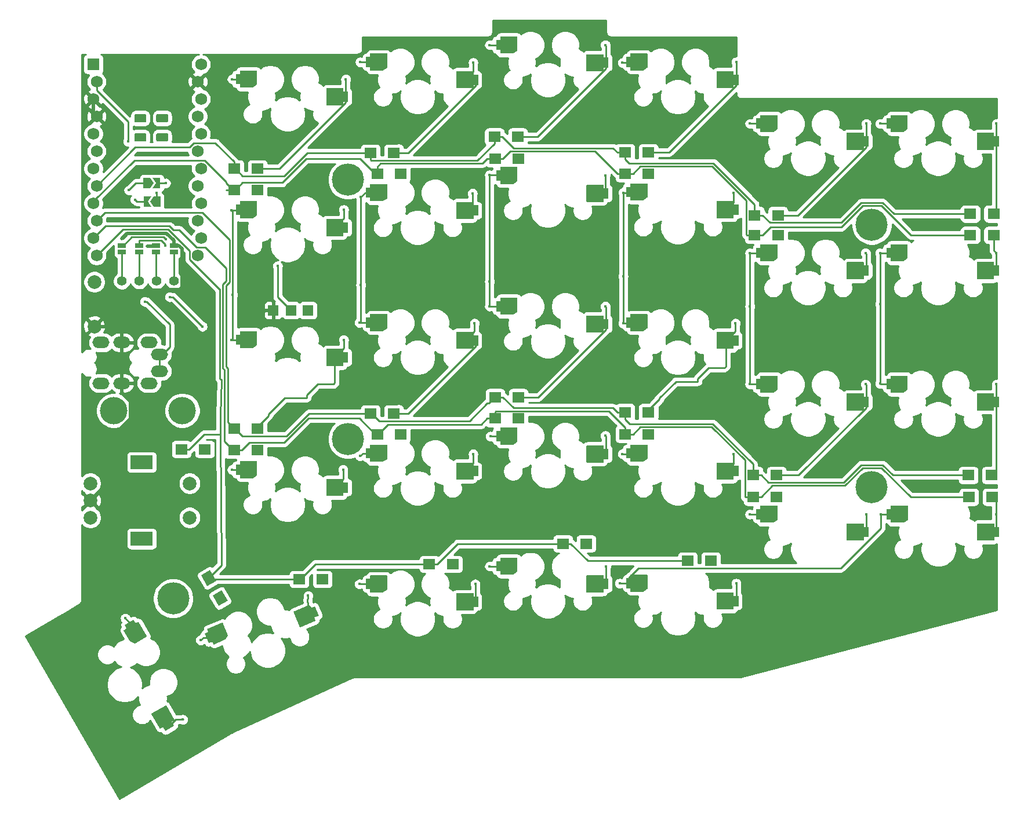
<source format=gtl>
G04 #@! TF.GenerationSoftware,KiCad,Pcbnew,(5.1.5-0-10_14)*
G04 #@! TF.CreationDate,2021-02-04T13:06:05+01:00*
G04 #@! TF.ProjectId,SofleKeyboard,536f666c-654b-4657-9962-6f6172642e6b,rev?*
G04 #@! TF.SameCoordinates,Original*
G04 #@! TF.FileFunction,Copper,L1,Top*
G04 #@! TF.FilePolarity,Positive*
%FSLAX46Y46*%
G04 Gerber Fmt 4.6, Leading zero omitted, Abs format (unit mm)*
G04 Created by KiCad (PCBNEW (5.1.5-0-10_14)) date 2021-02-04 13:06:05*
%MOMM*%
%LPD*%
G04 APERTURE LIST*
%ADD10C,2.000000*%
%ADD11O,2.500000X1.700000*%
%ADD12C,1.752600*%
%ADD13R,1.752600X1.752600*%
%ADD14C,0.100000*%
%ADD15R,1.800000X1.500000*%
%ADD16C,4.000000*%
%ADD17C,1.397000*%
%ADD18R,1.143000X0.635000*%
%ADD19C,4.700000*%
%ADD20R,3.200000X2.000000*%
%ADD21R,1.524000X1.524000*%
%ADD22C,0.400000*%
%ADD23C,0.250000*%
%ADD24C,0.500000*%
%ADD25C,0.254000*%
G04 APERTURE END LIST*
D10*
X92280000Y-74552000D03*
X92280000Y-81052000D03*
D11*
X100280000Y-89352000D03*
X101780000Y-85152000D03*
X93280000Y-89352000D03*
X96280000Y-89352000D03*
X93280000Y-83402000D03*
X96280000Y-83402000D03*
X100280000Y-83402000D03*
X101780000Y-87602000D03*
D12*
X107848600Y-42740000D03*
X92608600Y-70680000D03*
X107391400Y-45280000D03*
X107848600Y-47820000D03*
X107391400Y-50360000D03*
X107848600Y-52900000D03*
X107391400Y-55440000D03*
X107848600Y-57980000D03*
X107391400Y-60520000D03*
X107848600Y-63060000D03*
X107391400Y-65600000D03*
X107848600Y-68140000D03*
X107391400Y-70680000D03*
X92151400Y-68140000D03*
X92608600Y-65600000D03*
X92151400Y-63060000D03*
X92608600Y-60520000D03*
X92151400Y-57980000D03*
X92608600Y-55440000D03*
X92151400Y-52900000D03*
X92608600Y-50360000D03*
X92151400Y-47820000D03*
X92608600Y-45280000D03*
D13*
X92151400Y-42740000D03*
G04 #@! TA.AperFunction,SMDPad,CuDef*
D14*
G36*
X99953307Y-126346814D02*
G01*
X99955533Y-126356359D01*
X99955853Y-126366156D01*
X99954256Y-126375826D01*
X99950804Y-126384999D01*
X99945628Y-126393324D01*
X99938928Y-126400477D01*
X99930960Y-126406187D01*
X98198910Y-127406187D01*
X98189981Y-127410232D01*
X98180436Y-127412458D01*
X98170639Y-127412778D01*
X98160969Y-127411181D01*
X98151748Y-127407706D01*
X97505338Y-127088091D01*
X97497020Y-127082906D01*
X97489873Y-127076198D01*
X97484198Y-127068270D01*
X96584198Y-125509425D01*
X96580153Y-125500496D01*
X96577927Y-125490951D01*
X96577607Y-125481154D01*
X96579204Y-125471484D01*
X96582656Y-125462311D01*
X96587832Y-125453986D01*
X96594532Y-125446833D01*
X96602500Y-125441123D01*
X96992211Y-125216123D01*
X96692211Y-124696508D01*
X97991249Y-123946508D01*
X98291249Y-124466123D01*
X98680960Y-124241123D01*
X98689889Y-124237078D01*
X98699434Y-124234852D01*
X98709231Y-124234532D01*
X98718901Y-124236129D01*
X98728074Y-124239581D01*
X98736399Y-124244757D01*
X98743552Y-124251457D01*
X98749262Y-124259425D01*
X99949262Y-126337886D01*
X99953307Y-126346814D01*
G37*
G04 #@! TD.AperFunction*
G04 #@! TA.AperFunction,SMDPad,CuDef*
G36*
X104001641Y-138558734D02*
G01*
X104003867Y-138568279D01*
X104004187Y-138578077D01*
X104002590Y-138587747D01*
X103999138Y-138596920D01*
X103993962Y-138605244D01*
X103987262Y-138612397D01*
X103979294Y-138618107D01*
X103589583Y-138843107D01*
X103939583Y-139449325D01*
X102640545Y-140199325D01*
X102290545Y-139593107D01*
X101900834Y-139818107D01*
X101891905Y-139822152D01*
X101882360Y-139824378D01*
X101872563Y-139824699D01*
X101862893Y-139823102D01*
X101853720Y-139819650D01*
X101845395Y-139814473D01*
X101838242Y-139807773D01*
X101832532Y-139799806D01*
X100632532Y-137721345D01*
X100628487Y-137712416D01*
X100626261Y-137702871D01*
X100625941Y-137693074D01*
X100627538Y-137683404D01*
X100630990Y-137674231D01*
X100636166Y-137665907D01*
X100642866Y-137658753D01*
X100650834Y-137653044D01*
X102729294Y-136453044D01*
X102738223Y-136448998D01*
X102747768Y-136446773D01*
X102757565Y-136446452D01*
X102767235Y-136448049D01*
X102776408Y-136451501D01*
X102784733Y-136456677D01*
X102791886Y-136463377D01*
X102797596Y-136471345D01*
X103997596Y-138549806D01*
X104001641Y-138558734D01*
G37*
G04 #@! TD.AperFunction*
G04 #@! TA.AperFunction,SMDPad,CuDef*
G36*
X173009755Y-117350961D02*
G01*
X173019134Y-117353806D01*
X173027779Y-117358427D01*
X173035355Y-117364645D01*
X173041573Y-117372221D01*
X173046194Y-117380866D01*
X173049039Y-117390245D01*
X173050000Y-117400000D01*
X173050000Y-119400000D01*
X173049039Y-119409755D01*
X173046194Y-119419134D01*
X173041573Y-119427779D01*
X173035355Y-119435355D01*
X173027735Y-119441603D01*
X172427735Y-119841603D01*
X172419086Y-119846214D01*
X172409703Y-119849049D01*
X172400000Y-119850000D01*
X170600000Y-119850000D01*
X170590245Y-119849039D01*
X170580866Y-119846194D01*
X170572221Y-119841573D01*
X170564645Y-119835355D01*
X170558427Y-119827779D01*
X170553806Y-119819134D01*
X170550961Y-119809755D01*
X170550000Y-119800000D01*
X170550000Y-119350000D01*
X169950000Y-119350000D01*
X169950000Y-117850000D01*
X170550000Y-117850000D01*
X170550000Y-117400000D01*
X170550961Y-117390245D01*
X170553806Y-117380866D01*
X170558427Y-117372221D01*
X170564645Y-117364645D01*
X170572221Y-117358427D01*
X170580866Y-117353806D01*
X170590245Y-117350961D01*
X170600000Y-117350000D01*
X173000000Y-117350000D01*
X173009755Y-117350961D01*
G37*
G04 #@! TD.AperFunction*
G04 #@! TA.AperFunction,SMDPad,CuDef*
G36*
X185609755Y-119950961D02*
G01*
X185619134Y-119953806D01*
X185627779Y-119958427D01*
X185635355Y-119964645D01*
X185641573Y-119972221D01*
X185646194Y-119980866D01*
X185649039Y-119990245D01*
X185650000Y-120000000D01*
X185650000Y-120450000D01*
X186350000Y-120450000D01*
X186350000Y-121950000D01*
X185650000Y-121950000D01*
X185650000Y-122400000D01*
X185649039Y-122409755D01*
X185646194Y-122419134D01*
X185641573Y-122427779D01*
X185635355Y-122435355D01*
X185627779Y-122441573D01*
X185619134Y-122446194D01*
X185609755Y-122449039D01*
X185600000Y-122450000D01*
X183200000Y-122450000D01*
X183190245Y-122449039D01*
X183180866Y-122446194D01*
X183172221Y-122441573D01*
X183164645Y-122435355D01*
X183158427Y-122427779D01*
X183153806Y-122419134D01*
X183150961Y-122409755D01*
X183150000Y-122400000D01*
X183150000Y-120000000D01*
X183150961Y-119990245D01*
X183153806Y-119980866D01*
X183158427Y-119972221D01*
X183164645Y-119964645D01*
X183172221Y-119958427D01*
X183180866Y-119953806D01*
X183190245Y-119950961D01*
X183200000Y-119950000D01*
X185600000Y-119950000D01*
X185609755Y-119950961D01*
G37*
G04 #@! TD.AperFunction*
G04 #@! TA.AperFunction,SMDPad,CuDef*
G36*
X154009755Y-114850961D02*
G01*
X154019134Y-114853806D01*
X154027779Y-114858427D01*
X154035355Y-114864645D01*
X154041573Y-114872221D01*
X154046194Y-114880866D01*
X154049039Y-114890245D01*
X154050000Y-114900000D01*
X154050000Y-116900000D01*
X154049039Y-116909755D01*
X154046194Y-116919134D01*
X154041573Y-116927779D01*
X154035355Y-116935355D01*
X154027735Y-116941603D01*
X153427735Y-117341603D01*
X153419086Y-117346214D01*
X153409703Y-117349049D01*
X153400000Y-117350000D01*
X151600000Y-117350000D01*
X151590245Y-117349039D01*
X151580866Y-117346194D01*
X151572221Y-117341573D01*
X151564645Y-117335355D01*
X151558427Y-117327779D01*
X151553806Y-117319134D01*
X151550961Y-117309755D01*
X151550000Y-117300000D01*
X151550000Y-116850000D01*
X150950000Y-116850000D01*
X150950000Y-115350000D01*
X151550000Y-115350000D01*
X151550000Y-114900000D01*
X151550961Y-114890245D01*
X151553806Y-114880866D01*
X151558427Y-114872221D01*
X151564645Y-114864645D01*
X151572221Y-114858427D01*
X151580866Y-114853806D01*
X151590245Y-114850961D01*
X151600000Y-114850000D01*
X154000000Y-114850000D01*
X154009755Y-114850961D01*
G37*
G04 #@! TD.AperFunction*
G04 #@! TA.AperFunction,SMDPad,CuDef*
G36*
X166609755Y-117450961D02*
G01*
X166619134Y-117453806D01*
X166627779Y-117458427D01*
X166635355Y-117464645D01*
X166641573Y-117472221D01*
X166646194Y-117480866D01*
X166649039Y-117490245D01*
X166650000Y-117500000D01*
X166650000Y-117950000D01*
X167350000Y-117950000D01*
X167350000Y-119450000D01*
X166650000Y-119450000D01*
X166650000Y-119900000D01*
X166649039Y-119909755D01*
X166646194Y-119919134D01*
X166641573Y-119927779D01*
X166635355Y-119935355D01*
X166627779Y-119941573D01*
X166619134Y-119946194D01*
X166609755Y-119949039D01*
X166600000Y-119950000D01*
X164200000Y-119950000D01*
X164190245Y-119949039D01*
X164180866Y-119946194D01*
X164172221Y-119941573D01*
X164164645Y-119935355D01*
X164158427Y-119927779D01*
X164153806Y-119919134D01*
X164150961Y-119909755D01*
X164150000Y-119900000D01*
X164150000Y-117500000D01*
X164150961Y-117490245D01*
X164153806Y-117480866D01*
X164158427Y-117472221D01*
X164164645Y-117464645D01*
X164172221Y-117458427D01*
X164180866Y-117453806D01*
X164190245Y-117450961D01*
X164200000Y-117450000D01*
X166600000Y-117450000D01*
X166609755Y-117450961D01*
G37*
G04 #@! TD.AperFunction*
G04 #@! TA.AperFunction,SMDPad,CuDef*
G36*
X135009755Y-117450961D02*
G01*
X135019134Y-117453806D01*
X135027779Y-117458427D01*
X135035355Y-117464645D01*
X135041573Y-117472221D01*
X135046194Y-117480866D01*
X135049039Y-117490245D01*
X135050000Y-117500000D01*
X135050000Y-119500000D01*
X135049039Y-119509755D01*
X135046194Y-119519134D01*
X135041573Y-119527779D01*
X135035355Y-119535355D01*
X135027735Y-119541603D01*
X134427735Y-119941603D01*
X134419086Y-119946214D01*
X134409703Y-119949049D01*
X134400000Y-119950000D01*
X132600000Y-119950000D01*
X132590245Y-119949039D01*
X132580866Y-119946194D01*
X132572221Y-119941573D01*
X132564645Y-119935355D01*
X132558427Y-119927779D01*
X132553806Y-119919134D01*
X132550961Y-119909755D01*
X132550000Y-119900000D01*
X132550000Y-119450000D01*
X131950000Y-119450000D01*
X131950000Y-117950000D01*
X132550000Y-117950000D01*
X132550000Y-117500000D01*
X132550961Y-117490245D01*
X132553806Y-117480866D01*
X132558427Y-117472221D01*
X132564645Y-117464645D01*
X132572221Y-117458427D01*
X132580866Y-117453806D01*
X132590245Y-117450961D01*
X132600000Y-117450000D01*
X135000000Y-117450000D01*
X135009755Y-117450961D01*
G37*
G04 #@! TD.AperFunction*
G04 #@! TA.AperFunction,SMDPad,CuDef*
G36*
X147609755Y-120050961D02*
G01*
X147619134Y-120053806D01*
X147627779Y-120058427D01*
X147635355Y-120064645D01*
X147641573Y-120072221D01*
X147646194Y-120080866D01*
X147649039Y-120090245D01*
X147650000Y-120100000D01*
X147650000Y-120550000D01*
X148350000Y-120550000D01*
X148350000Y-122050000D01*
X147650000Y-122050000D01*
X147650000Y-122500000D01*
X147649039Y-122509755D01*
X147646194Y-122519134D01*
X147641573Y-122527779D01*
X147635355Y-122535355D01*
X147627779Y-122541573D01*
X147619134Y-122546194D01*
X147609755Y-122549039D01*
X147600000Y-122550000D01*
X145200000Y-122550000D01*
X145190245Y-122549039D01*
X145180866Y-122546194D01*
X145172221Y-122541573D01*
X145164645Y-122535355D01*
X145158427Y-122527779D01*
X145153806Y-122519134D01*
X145150961Y-122509755D01*
X145150000Y-122500000D01*
X145150000Y-120100000D01*
X145150961Y-120090245D01*
X145153806Y-120080866D01*
X145158427Y-120072221D01*
X145164645Y-120064645D01*
X145172221Y-120058427D01*
X145180866Y-120053806D01*
X145190245Y-120050961D01*
X145200000Y-120050000D01*
X147600000Y-120050000D01*
X147609755Y-120050961D01*
G37*
G04 #@! TD.AperFunction*
G04 #@! TA.AperFunction,SMDPad,CuDef*
G36*
X110985940Y-124310157D02*
G01*
X110995685Y-124309111D01*
X111005449Y-124309987D01*
X111014852Y-124312750D01*
X111023536Y-124317295D01*
X111031167Y-124323447D01*
X111037451Y-124330969D01*
X111042147Y-124339573D01*
X111823609Y-126180582D01*
X111826536Y-126189937D01*
X111827582Y-126199682D01*
X111826706Y-126209446D01*
X111823943Y-126218849D01*
X111819370Y-126227578D01*
X111423359Y-126830218D01*
X111417200Y-126837842D01*
X111409670Y-126844118D01*
X111401110Y-126848785D01*
X109744201Y-127552101D01*
X109734846Y-127555028D01*
X109725101Y-127556074D01*
X109715338Y-127555198D01*
X109705935Y-127552434D01*
X109697251Y-127547890D01*
X109689619Y-127541738D01*
X109683336Y-127534216D01*
X109678640Y-127525612D01*
X109502811Y-127111385D01*
X108950508Y-127345824D01*
X108364411Y-125965066D01*
X108916714Y-125730628D01*
X108740885Y-125316400D01*
X108737958Y-125307045D01*
X108736912Y-125297300D01*
X108737788Y-125287537D01*
X108740551Y-125278134D01*
X108745096Y-125269450D01*
X108751248Y-125261818D01*
X108758770Y-125255535D01*
X108767374Y-125250839D01*
X110976585Y-124313084D01*
X110985940Y-124310157D01*
G37*
G04 #@! TD.AperFunction*
G04 #@! TA.AperFunction,SMDPad,CuDef*
G36*
X123600202Y-121780257D02*
G01*
X123609947Y-121779212D01*
X123619711Y-121780087D01*
X123629114Y-121782851D01*
X123637798Y-121787395D01*
X123645429Y-121793547D01*
X123651713Y-121801069D01*
X123656409Y-121809673D01*
X123832238Y-122223900D01*
X124476591Y-121950388D01*
X125062688Y-123331146D01*
X124418335Y-123604658D01*
X124594164Y-124018885D01*
X124597091Y-124028240D01*
X124598136Y-124037985D01*
X124597261Y-124047748D01*
X124594497Y-124057151D01*
X124589953Y-124065835D01*
X124583801Y-124073467D01*
X124576279Y-124079750D01*
X124567675Y-124084447D01*
X122358463Y-125022201D01*
X122349108Y-125025128D01*
X122339363Y-125026174D01*
X122329600Y-125025298D01*
X122320197Y-125022535D01*
X122311513Y-125017991D01*
X122303881Y-125011838D01*
X122297598Y-125004317D01*
X122292902Y-124995713D01*
X121355147Y-122786501D01*
X121352220Y-122777146D01*
X121351174Y-122767401D01*
X121352050Y-122757637D01*
X121354813Y-122748234D01*
X121359357Y-122739550D01*
X121365510Y-122731919D01*
X121373031Y-122725635D01*
X121381635Y-122720939D01*
X123590847Y-121783184D01*
X123600202Y-121780257D01*
G37*
G04 #@! TD.AperFunction*
G04 #@! TA.AperFunction,SMDPad,CuDef*
G36*
X211059755Y-107250961D02*
G01*
X211069134Y-107253806D01*
X211077779Y-107258427D01*
X211085355Y-107264645D01*
X211091573Y-107272221D01*
X211096194Y-107280866D01*
X211099039Y-107290245D01*
X211100000Y-107300000D01*
X211100000Y-109300000D01*
X211099039Y-109309755D01*
X211096194Y-109319134D01*
X211091573Y-109327779D01*
X211085355Y-109335355D01*
X211077735Y-109341603D01*
X210477735Y-109741603D01*
X210469086Y-109746214D01*
X210459703Y-109749049D01*
X210450000Y-109750000D01*
X208650000Y-109750000D01*
X208640245Y-109749039D01*
X208630866Y-109746194D01*
X208622221Y-109741573D01*
X208614645Y-109735355D01*
X208608427Y-109727779D01*
X208603806Y-109719134D01*
X208600961Y-109709755D01*
X208600000Y-109700000D01*
X208600000Y-109250000D01*
X208000000Y-109250000D01*
X208000000Y-107750000D01*
X208600000Y-107750000D01*
X208600000Y-107300000D01*
X208600961Y-107290245D01*
X208603806Y-107280866D01*
X208608427Y-107272221D01*
X208614645Y-107264645D01*
X208622221Y-107258427D01*
X208630866Y-107253806D01*
X208640245Y-107250961D01*
X208650000Y-107250000D01*
X211050000Y-107250000D01*
X211059755Y-107250961D01*
G37*
G04 #@! TD.AperFunction*
G04 #@! TA.AperFunction,SMDPad,CuDef*
G36*
X223659755Y-109850961D02*
G01*
X223669134Y-109853806D01*
X223677779Y-109858427D01*
X223685355Y-109864645D01*
X223691573Y-109872221D01*
X223696194Y-109880866D01*
X223699039Y-109890245D01*
X223700000Y-109900000D01*
X223700000Y-110350000D01*
X224400000Y-110350000D01*
X224400000Y-111850000D01*
X223700000Y-111850000D01*
X223700000Y-112300000D01*
X223699039Y-112309755D01*
X223696194Y-112319134D01*
X223691573Y-112327779D01*
X223685355Y-112335355D01*
X223677779Y-112341573D01*
X223669134Y-112346194D01*
X223659755Y-112349039D01*
X223650000Y-112350000D01*
X221250000Y-112350000D01*
X221240245Y-112349039D01*
X221230866Y-112346194D01*
X221222221Y-112341573D01*
X221214645Y-112335355D01*
X221208427Y-112327779D01*
X221203806Y-112319134D01*
X221200961Y-112309755D01*
X221200000Y-112300000D01*
X221200000Y-109900000D01*
X221200961Y-109890245D01*
X221203806Y-109880866D01*
X221208427Y-109872221D01*
X221214645Y-109864645D01*
X221222221Y-109858427D01*
X221230866Y-109853806D01*
X221240245Y-109850961D01*
X221250000Y-109850000D01*
X223650000Y-109850000D01*
X223659755Y-109850961D01*
G37*
G04 #@! TD.AperFunction*
G04 #@! TA.AperFunction,SMDPad,CuDef*
G36*
X192009755Y-107250961D02*
G01*
X192019134Y-107253806D01*
X192027779Y-107258427D01*
X192035355Y-107264645D01*
X192041573Y-107272221D01*
X192046194Y-107280866D01*
X192049039Y-107290245D01*
X192050000Y-107300000D01*
X192050000Y-109300000D01*
X192049039Y-109309755D01*
X192046194Y-109319134D01*
X192041573Y-109327779D01*
X192035355Y-109335355D01*
X192027735Y-109341603D01*
X191427735Y-109741603D01*
X191419086Y-109746214D01*
X191409703Y-109749049D01*
X191400000Y-109750000D01*
X189600000Y-109750000D01*
X189590245Y-109749039D01*
X189580866Y-109746194D01*
X189572221Y-109741573D01*
X189564645Y-109735355D01*
X189558427Y-109727779D01*
X189553806Y-109719134D01*
X189550961Y-109709755D01*
X189550000Y-109700000D01*
X189550000Y-109250000D01*
X188950000Y-109250000D01*
X188950000Y-107750000D01*
X189550000Y-107750000D01*
X189550000Y-107300000D01*
X189550961Y-107290245D01*
X189553806Y-107280866D01*
X189558427Y-107272221D01*
X189564645Y-107264645D01*
X189572221Y-107258427D01*
X189580866Y-107253806D01*
X189590245Y-107250961D01*
X189600000Y-107250000D01*
X192000000Y-107250000D01*
X192009755Y-107250961D01*
G37*
G04 #@! TD.AperFunction*
G04 #@! TA.AperFunction,SMDPad,CuDef*
G36*
X204609755Y-109850961D02*
G01*
X204619134Y-109853806D01*
X204627779Y-109858427D01*
X204635355Y-109864645D01*
X204641573Y-109872221D01*
X204646194Y-109880866D01*
X204649039Y-109890245D01*
X204650000Y-109900000D01*
X204650000Y-110350000D01*
X205350000Y-110350000D01*
X205350000Y-111850000D01*
X204650000Y-111850000D01*
X204650000Y-112300000D01*
X204649039Y-112309755D01*
X204646194Y-112319134D01*
X204641573Y-112327779D01*
X204635355Y-112335355D01*
X204627779Y-112341573D01*
X204619134Y-112346194D01*
X204609755Y-112349039D01*
X204600000Y-112350000D01*
X202200000Y-112350000D01*
X202190245Y-112349039D01*
X202180866Y-112346194D01*
X202172221Y-112341573D01*
X202164645Y-112335355D01*
X202158427Y-112327779D01*
X202153806Y-112319134D01*
X202150961Y-112309755D01*
X202150000Y-112300000D01*
X202150000Y-109900000D01*
X202150961Y-109890245D01*
X202153806Y-109880866D01*
X202158427Y-109872221D01*
X202164645Y-109864645D01*
X202172221Y-109858427D01*
X202180866Y-109853806D01*
X202190245Y-109850961D01*
X202200000Y-109850000D01*
X204600000Y-109850000D01*
X204609755Y-109850961D01*
G37*
G04 #@! TD.AperFunction*
G04 #@! TA.AperFunction,SMDPad,CuDef*
G36*
X173009755Y-98350961D02*
G01*
X173019134Y-98353806D01*
X173027779Y-98358427D01*
X173035355Y-98364645D01*
X173041573Y-98372221D01*
X173046194Y-98380866D01*
X173049039Y-98390245D01*
X173050000Y-98400000D01*
X173050000Y-100400000D01*
X173049039Y-100409755D01*
X173046194Y-100419134D01*
X173041573Y-100427779D01*
X173035355Y-100435355D01*
X173027735Y-100441603D01*
X172427735Y-100841603D01*
X172419086Y-100846214D01*
X172409703Y-100849049D01*
X172400000Y-100850000D01*
X170600000Y-100850000D01*
X170590245Y-100849039D01*
X170580866Y-100846194D01*
X170572221Y-100841573D01*
X170564645Y-100835355D01*
X170558427Y-100827779D01*
X170553806Y-100819134D01*
X170550961Y-100809755D01*
X170550000Y-100800000D01*
X170550000Y-100350000D01*
X169950000Y-100350000D01*
X169950000Y-98850000D01*
X170550000Y-98850000D01*
X170550000Y-98400000D01*
X170550961Y-98390245D01*
X170553806Y-98380866D01*
X170558427Y-98372221D01*
X170564645Y-98364645D01*
X170572221Y-98358427D01*
X170580866Y-98353806D01*
X170590245Y-98350961D01*
X170600000Y-98350000D01*
X173000000Y-98350000D01*
X173009755Y-98350961D01*
G37*
G04 #@! TD.AperFunction*
G04 #@! TA.AperFunction,SMDPad,CuDef*
G36*
X185609755Y-100950961D02*
G01*
X185619134Y-100953806D01*
X185627779Y-100958427D01*
X185635355Y-100964645D01*
X185641573Y-100972221D01*
X185646194Y-100980866D01*
X185649039Y-100990245D01*
X185650000Y-101000000D01*
X185650000Y-101450000D01*
X186350000Y-101450000D01*
X186350000Y-102950000D01*
X185650000Y-102950000D01*
X185650000Y-103400000D01*
X185649039Y-103409755D01*
X185646194Y-103419134D01*
X185641573Y-103427779D01*
X185635355Y-103435355D01*
X185627779Y-103441573D01*
X185619134Y-103446194D01*
X185609755Y-103449039D01*
X185600000Y-103450000D01*
X183200000Y-103450000D01*
X183190245Y-103449039D01*
X183180866Y-103446194D01*
X183172221Y-103441573D01*
X183164645Y-103435355D01*
X183158427Y-103427779D01*
X183153806Y-103419134D01*
X183150961Y-103409755D01*
X183150000Y-103400000D01*
X183150000Y-101000000D01*
X183150961Y-100990245D01*
X183153806Y-100980866D01*
X183158427Y-100972221D01*
X183164645Y-100964645D01*
X183172221Y-100958427D01*
X183180866Y-100953806D01*
X183190245Y-100950961D01*
X183200000Y-100950000D01*
X185600000Y-100950000D01*
X185609755Y-100950961D01*
G37*
G04 #@! TD.AperFunction*
G04 #@! TA.AperFunction,SMDPad,CuDef*
G36*
X154009755Y-95850961D02*
G01*
X154019134Y-95853806D01*
X154027779Y-95858427D01*
X154035355Y-95864645D01*
X154041573Y-95872221D01*
X154046194Y-95880866D01*
X154049039Y-95890245D01*
X154050000Y-95900000D01*
X154050000Y-97900000D01*
X154049039Y-97909755D01*
X154046194Y-97919134D01*
X154041573Y-97927779D01*
X154035355Y-97935355D01*
X154027735Y-97941603D01*
X153427735Y-98341603D01*
X153419086Y-98346214D01*
X153409703Y-98349049D01*
X153400000Y-98350000D01*
X151600000Y-98350000D01*
X151590245Y-98349039D01*
X151580866Y-98346194D01*
X151572221Y-98341573D01*
X151564645Y-98335355D01*
X151558427Y-98327779D01*
X151553806Y-98319134D01*
X151550961Y-98309755D01*
X151550000Y-98300000D01*
X151550000Y-97850000D01*
X150950000Y-97850000D01*
X150950000Y-96350000D01*
X151550000Y-96350000D01*
X151550000Y-95900000D01*
X151550961Y-95890245D01*
X151553806Y-95880866D01*
X151558427Y-95872221D01*
X151564645Y-95864645D01*
X151572221Y-95858427D01*
X151580866Y-95853806D01*
X151590245Y-95850961D01*
X151600000Y-95850000D01*
X154000000Y-95850000D01*
X154009755Y-95850961D01*
G37*
G04 #@! TD.AperFunction*
G04 #@! TA.AperFunction,SMDPad,CuDef*
G36*
X166609755Y-98450961D02*
G01*
X166619134Y-98453806D01*
X166627779Y-98458427D01*
X166635355Y-98464645D01*
X166641573Y-98472221D01*
X166646194Y-98480866D01*
X166649039Y-98490245D01*
X166650000Y-98500000D01*
X166650000Y-98950000D01*
X167350000Y-98950000D01*
X167350000Y-100450000D01*
X166650000Y-100450000D01*
X166650000Y-100900000D01*
X166649039Y-100909755D01*
X166646194Y-100919134D01*
X166641573Y-100927779D01*
X166635355Y-100935355D01*
X166627779Y-100941573D01*
X166619134Y-100946194D01*
X166609755Y-100949039D01*
X166600000Y-100950000D01*
X164200000Y-100950000D01*
X164190245Y-100949039D01*
X164180866Y-100946194D01*
X164172221Y-100941573D01*
X164164645Y-100935355D01*
X164158427Y-100927779D01*
X164153806Y-100919134D01*
X164150961Y-100909755D01*
X164150000Y-100900000D01*
X164150000Y-98500000D01*
X164150961Y-98490245D01*
X164153806Y-98480866D01*
X164158427Y-98472221D01*
X164164645Y-98464645D01*
X164172221Y-98458427D01*
X164180866Y-98453806D01*
X164190245Y-98450961D01*
X164200000Y-98450000D01*
X166600000Y-98450000D01*
X166609755Y-98450961D01*
G37*
G04 #@! TD.AperFunction*
G04 #@! TA.AperFunction,SMDPad,CuDef*
G36*
X135009755Y-98350961D02*
G01*
X135019134Y-98353806D01*
X135027779Y-98358427D01*
X135035355Y-98364645D01*
X135041573Y-98372221D01*
X135046194Y-98380866D01*
X135049039Y-98390245D01*
X135050000Y-98400000D01*
X135050000Y-100400000D01*
X135049039Y-100409755D01*
X135046194Y-100419134D01*
X135041573Y-100427779D01*
X135035355Y-100435355D01*
X135027735Y-100441603D01*
X134427735Y-100841603D01*
X134419086Y-100846214D01*
X134409703Y-100849049D01*
X134400000Y-100850000D01*
X132600000Y-100850000D01*
X132590245Y-100849039D01*
X132580866Y-100846194D01*
X132572221Y-100841573D01*
X132564645Y-100835355D01*
X132558427Y-100827779D01*
X132553806Y-100819134D01*
X132550961Y-100809755D01*
X132550000Y-100800000D01*
X132550000Y-100350000D01*
X131950000Y-100350000D01*
X131950000Y-98850000D01*
X132550000Y-98850000D01*
X132550000Y-98400000D01*
X132550961Y-98390245D01*
X132553806Y-98380866D01*
X132558427Y-98372221D01*
X132564645Y-98364645D01*
X132572221Y-98358427D01*
X132580866Y-98353806D01*
X132590245Y-98350961D01*
X132600000Y-98350000D01*
X135000000Y-98350000D01*
X135009755Y-98350961D01*
G37*
G04 #@! TD.AperFunction*
G04 #@! TA.AperFunction,SMDPad,CuDef*
G36*
X147609755Y-100950961D02*
G01*
X147619134Y-100953806D01*
X147627779Y-100958427D01*
X147635355Y-100964645D01*
X147641573Y-100972221D01*
X147646194Y-100980866D01*
X147649039Y-100990245D01*
X147650000Y-101000000D01*
X147650000Y-101450000D01*
X148350000Y-101450000D01*
X148350000Y-102950000D01*
X147650000Y-102950000D01*
X147650000Y-103400000D01*
X147649039Y-103409755D01*
X147646194Y-103419134D01*
X147641573Y-103427779D01*
X147635355Y-103435355D01*
X147627779Y-103441573D01*
X147619134Y-103446194D01*
X147609755Y-103449039D01*
X147600000Y-103450000D01*
X145200000Y-103450000D01*
X145190245Y-103449039D01*
X145180866Y-103446194D01*
X145172221Y-103441573D01*
X145164645Y-103435355D01*
X145158427Y-103427779D01*
X145153806Y-103419134D01*
X145150961Y-103409755D01*
X145150000Y-103400000D01*
X145150000Y-101000000D01*
X145150961Y-100990245D01*
X145153806Y-100980866D01*
X145158427Y-100972221D01*
X145164645Y-100964645D01*
X145172221Y-100958427D01*
X145180866Y-100953806D01*
X145190245Y-100950961D01*
X145200000Y-100950000D01*
X147600000Y-100950000D01*
X147609755Y-100950961D01*
G37*
G04 #@! TD.AperFunction*
G04 #@! TA.AperFunction,SMDPad,CuDef*
G36*
X116009755Y-100750961D02*
G01*
X116019134Y-100753806D01*
X116027779Y-100758427D01*
X116035355Y-100764645D01*
X116041573Y-100772221D01*
X116046194Y-100780866D01*
X116049039Y-100790245D01*
X116050000Y-100800000D01*
X116050000Y-102800000D01*
X116049039Y-102809755D01*
X116046194Y-102819134D01*
X116041573Y-102827779D01*
X116035355Y-102835355D01*
X116027735Y-102841603D01*
X115427735Y-103241603D01*
X115419086Y-103246214D01*
X115409703Y-103249049D01*
X115400000Y-103250000D01*
X113600000Y-103250000D01*
X113590245Y-103249039D01*
X113580866Y-103246194D01*
X113572221Y-103241573D01*
X113564645Y-103235355D01*
X113558427Y-103227779D01*
X113553806Y-103219134D01*
X113550961Y-103209755D01*
X113550000Y-103200000D01*
X113550000Y-102750000D01*
X112950000Y-102750000D01*
X112950000Y-101250000D01*
X113550000Y-101250000D01*
X113550000Y-100800000D01*
X113550961Y-100790245D01*
X113553806Y-100780866D01*
X113558427Y-100772221D01*
X113564645Y-100764645D01*
X113572221Y-100758427D01*
X113580866Y-100753806D01*
X113590245Y-100750961D01*
X113600000Y-100750000D01*
X116000000Y-100750000D01*
X116009755Y-100750961D01*
G37*
G04 #@! TD.AperFunction*
G04 #@! TA.AperFunction,SMDPad,CuDef*
G36*
X128609755Y-103350961D02*
G01*
X128619134Y-103353806D01*
X128627779Y-103358427D01*
X128635355Y-103364645D01*
X128641573Y-103372221D01*
X128646194Y-103380866D01*
X128649039Y-103390245D01*
X128650000Y-103400000D01*
X128650000Y-103850000D01*
X129350000Y-103850000D01*
X129350000Y-105350000D01*
X128650000Y-105350000D01*
X128650000Y-105800000D01*
X128649039Y-105809755D01*
X128646194Y-105819134D01*
X128641573Y-105827779D01*
X128635355Y-105835355D01*
X128627779Y-105841573D01*
X128619134Y-105846194D01*
X128609755Y-105849039D01*
X128600000Y-105850000D01*
X126200000Y-105850000D01*
X126190245Y-105849039D01*
X126180866Y-105846194D01*
X126172221Y-105841573D01*
X126164645Y-105835355D01*
X126158427Y-105827779D01*
X126153806Y-105819134D01*
X126150961Y-105809755D01*
X126150000Y-105800000D01*
X126150000Y-103400000D01*
X126150961Y-103390245D01*
X126153806Y-103380866D01*
X126158427Y-103372221D01*
X126164645Y-103364645D01*
X126172221Y-103358427D01*
X126180866Y-103353806D01*
X126190245Y-103350961D01*
X126200000Y-103350000D01*
X128600000Y-103350000D01*
X128609755Y-103350961D01*
G37*
G04 #@! TD.AperFunction*
G04 #@! TA.AperFunction,SMDPad,CuDef*
G36*
X211009755Y-88250961D02*
G01*
X211019134Y-88253806D01*
X211027779Y-88258427D01*
X211035355Y-88264645D01*
X211041573Y-88272221D01*
X211046194Y-88280866D01*
X211049039Y-88290245D01*
X211050000Y-88300000D01*
X211050000Y-90300000D01*
X211049039Y-90309755D01*
X211046194Y-90319134D01*
X211041573Y-90327779D01*
X211035355Y-90335355D01*
X211027735Y-90341603D01*
X210427735Y-90741603D01*
X210419086Y-90746214D01*
X210409703Y-90749049D01*
X210400000Y-90750000D01*
X208600000Y-90750000D01*
X208590245Y-90749039D01*
X208580866Y-90746194D01*
X208572221Y-90741573D01*
X208564645Y-90735355D01*
X208558427Y-90727779D01*
X208553806Y-90719134D01*
X208550961Y-90709755D01*
X208550000Y-90700000D01*
X208550000Y-90250000D01*
X207950000Y-90250000D01*
X207950000Y-88750000D01*
X208550000Y-88750000D01*
X208550000Y-88300000D01*
X208550961Y-88290245D01*
X208553806Y-88280866D01*
X208558427Y-88272221D01*
X208564645Y-88264645D01*
X208572221Y-88258427D01*
X208580866Y-88253806D01*
X208590245Y-88250961D01*
X208600000Y-88250000D01*
X211000000Y-88250000D01*
X211009755Y-88250961D01*
G37*
G04 #@! TD.AperFunction*
G04 #@! TA.AperFunction,SMDPad,CuDef*
G36*
X223609755Y-90850961D02*
G01*
X223619134Y-90853806D01*
X223627779Y-90858427D01*
X223635355Y-90864645D01*
X223641573Y-90872221D01*
X223646194Y-90880866D01*
X223649039Y-90890245D01*
X223650000Y-90900000D01*
X223650000Y-91350000D01*
X224350000Y-91350000D01*
X224350000Y-92850000D01*
X223650000Y-92850000D01*
X223650000Y-93300000D01*
X223649039Y-93309755D01*
X223646194Y-93319134D01*
X223641573Y-93327779D01*
X223635355Y-93335355D01*
X223627779Y-93341573D01*
X223619134Y-93346194D01*
X223609755Y-93349039D01*
X223600000Y-93350000D01*
X221200000Y-93350000D01*
X221190245Y-93349039D01*
X221180866Y-93346194D01*
X221172221Y-93341573D01*
X221164645Y-93335355D01*
X221158427Y-93327779D01*
X221153806Y-93319134D01*
X221150961Y-93309755D01*
X221150000Y-93300000D01*
X221150000Y-90900000D01*
X221150961Y-90890245D01*
X221153806Y-90880866D01*
X221158427Y-90872221D01*
X221164645Y-90864645D01*
X221172221Y-90858427D01*
X221180866Y-90853806D01*
X221190245Y-90850961D01*
X221200000Y-90850000D01*
X223600000Y-90850000D01*
X223609755Y-90850961D01*
G37*
G04 #@! TD.AperFunction*
G04 #@! TA.AperFunction,SMDPad,CuDef*
G36*
X192009755Y-88250961D02*
G01*
X192019134Y-88253806D01*
X192027779Y-88258427D01*
X192035355Y-88264645D01*
X192041573Y-88272221D01*
X192046194Y-88280866D01*
X192049039Y-88290245D01*
X192050000Y-88300000D01*
X192050000Y-90300000D01*
X192049039Y-90309755D01*
X192046194Y-90319134D01*
X192041573Y-90327779D01*
X192035355Y-90335355D01*
X192027735Y-90341603D01*
X191427735Y-90741603D01*
X191419086Y-90746214D01*
X191409703Y-90749049D01*
X191400000Y-90750000D01*
X189600000Y-90750000D01*
X189590245Y-90749039D01*
X189580866Y-90746194D01*
X189572221Y-90741573D01*
X189564645Y-90735355D01*
X189558427Y-90727779D01*
X189553806Y-90719134D01*
X189550961Y-90709755D01*
X189550000Y-90700000D01*
X189550000Y-90250000D01*
X188950000Y-90250000D01*
X188950000Y-88750000D01*
X189550000Y-88750000D01*
X189550000Y-88300000D01*
X189550961Y-88290245D01*
X189553806Y-88280866D01*
X189558427Y-88272221D01*
X189564645Y-88264645D01*
X189572221Y-88258427D01*
X189580866Y-88253806D01*
X189590245Y-88250961D01*
X189600000Y-88250000D01*
X192000000Y-88250000D01*
X192009755Y-88250961D01*
G37*
G04 #@! TD.AperFunction*
G04 #@! TA.AperFunction,SMDPad,CuDef*
G36*
X204609755Y-90850961D02*
G01*
X204619134Y-90853806D01*
X204627779Y-90858427D01*
X204635355Y-90864645D01*
X204641573Y-90872221D01*
X204646194Y-90880866D01*
X204649039Y-90890245D01*
X204650000Y-90900000D01*
X204650000Y-91350000D01*
X205350000Y-91350000D01*
X205350000Y-92850000D01*
X204650000Y-92850000D01*
X204650000Y-93300000D01*
X204649039Y-93309755D01*
X204646194Y-93319134D01*
X204641573Y-93327779D01*
X204635355Y-93335355D01*
X204627779Y-93341573D01*
X204619134Y-93346194D01*
X204609755Y-93349039D01*
X204600000Y-93350000D01*
X202200000Y-93350000D01*
X202190245Y-93349039D01*
X202180866Y-93346194D01*
X202172221Y-93341573D01*
X202164645Y-93335355D01*
X202158427Y-93327779D01*
X202153806Y-93319134D01*
X202150961Y-93309755D01*
X202150000Y-93300000D01*
X202150000Y-90900000D01*
X202150961Y-90890245D01*
X202153806Y-90880866D01*
X202158427Y-90872221D01*
X202164645Y-90864645D01*
X202172221Y-90858427D01*
X202180866Y-90853806D01*
X202190245Y-90850961D01*
X202200000Y-90850000D01*
X204600000Y-90850000D01*
X204609755Y-90850961D01*
G37*
G04 #@! TD.AperFunction*
G04 #@! TA.AperFunction,SMDPad,CuDef*
G36*
X173009755Y-79250961D02*
G01*
X173019134Y-79253806D01*
X173027779Y-79258427D01*
X173035355Y-79264645D01*
X173041573Y-79272221D01*
X173046194Y-79280866D01*
X173049039Y-79290245D01*
X173050000Y-79300000D01*
X173050000Y-81300000D01*
X173049039Y-81309755D01*
X173046194Y-81319134D01*
X173041573Y-81327779D01*
X173035355Y-81335355D01*
X173027735Y-81341603D01*
X172427735Y-81741603D01*
X172419086Y-81746214D01*
X172409703Y-81749049D01*
X172400000Y-81750000D01*
X170600000Y-81750000D01*
X170590245Y-81749039D01*
X170580866Y-81746194D01*
X170572221Y-81741573D01*
X170564645Y-81735355D01*
X170558427Y-81727779D01*
X170553806Y-81719134D01*
X170550961Y-81709755D01*
X170550000Y-81700000D01*
X170550000Y-81250000D01*
X169950000Y-81250000D01*
X169950000Y-79750000D01*
X170550000Y-79750000D01*
X170550000Y-79300000D01*
X170550961Y-79290245D01*
X170553806Y-79280866D01*
X170558427Y-79272221D01*
X170564645Y-79264645D01*
X170572221Y-79258427D01*
X170580866Y-79253806D01*
X170590245Y-79250961D01*
X170600000Y-79250000D01*
X173000000Y-79250000D01*
X173009755Y-79250961D01*
G37*
G04 #@! TD.AperFunction*
G04 #@! TA.AperFunction,SMDPad,CuDef*
G36*
X185609755Y-81850961D02*
G01*
X185619134Y-81853806D01*
X185627779Y-81858427D01*
X185635355Y-81864645D01*
X185641573Y-81872221D01*
X185646194Y-81880866D01*
X185649039Y-81890245D01*
X185650000Y-81900000D01*
X185650000Y-82350000D01*
X186350000Y-82350000D01*
X186350000Y-83850000D01*
X185650000Y-83850000D01*
X185650000Y-84300000D01*
X185649039Y-84309755D01*
X185646194Y-84319134D01*
X185641573Y-84327779D01*
X185635355Y-84335355D01*
X185627779Y-84341573D01*
X185619134Y-84346194D01*
X185609755Y-84349039D01*
X185600000Y-84350000D01*
X183200000Y-84350000D01*
X183190245Y-84349039D01*
X183180866Y-84346194D01*
X183172221Y-84341573D01*
X183164645Y-84335355D01*
X183158427Y-84327779D01*
X183153806Y-84319134D01*
X183150961Y-84309755D01*
X183150000Y-84300000D01*
X183150000Y-81900000D01*
X183150961Y-81890245D01*
X183153806Y-81880866D01*
X183158427Y-81872221D01*
X183164645Y-81864645D01*
X183172221Y-81858427D01*
X183180866Y-81853806D01*
X183190245Y-81850961D01*
X183200000Y-81850000D01*
X185600000Y-81850000D01*
X185609755Y-81850961D01*
G37*
G04 #@! TD.AperFunction*
G04 #@! TA.AperFunction,SMDPad,CuDef*
G36*
X154009755Y-76850961D02*
G01*
X154019134Y-76853806D01*
X154027779Y-76858427D01*
X154035355Y-76864645D01*
X154041573Y-76872221D01*
X154046194Y-76880866D01*
X154049039Y-76890245D01*
X154050000Y-76900000D01*
X154050000Y-78900000D01*
X154049039Y-78909755D01*
X154046194Y-78919134D01*
X154041573Y-78927779D01*
X154035355Y-78935355D01*
X154027735Y-78941603D01*
X153427735Y-79341603D01*
X153419086Y-79346214D01*
X153409703Y-79349049D01*
X153400000Y-79350000D01*
X151600000Y-79350000D01*
X151590245Y-79349039D01*
X151580866Y-79346194D01*
X151572221Y-79341573D01*
X151564645Y-79335355D01*
X151558427Y-79327779D01*
X151553806Y-79319134D01*
X151550961Y-79309755D01*
X151550000Y-79300000D01*
X151550000Y-78850000D01*
X150950000Y-78850000D01*
X150950000Y-77350000D01*
X151550000Y-77350000D01*
X151550000Y-76900000D01*
X151550961Y-76890245D01*
X151553806Y-76880866D01*
X151558427Y-76872221D01*
X151564645Y-76864645D01*
X151572221Y-76858427D01*
X151580866Y-76853806D01*
X151590245Y-76850961D01*
X151600000Y-76850000D01*
X154000000Y-76850000D01*
X154009755Y-76850961D01*
G37*
G04 #@! TD.AperFunction*
G04 #@! TA.AperFunction,SMDPad,CuDef*
G36*
X166609755Y-79450961D02*
G01*
X166619134Y-79453806D01*
X166627779Y-79458427D01*
X166635355Y-79464645D01*
X166641573Y-79472221D01*
X166646194Y-79480866D01*
X166649039Y-79490245D01*
X166650000Y-79500000D01*
X166650000Y-79950000D01*
X167350000Y-79950000D01*
X167350000Y-81450000D01*
X166650000Y-81450000D01*
X166650000Y-81900000D01*
X166649039Y-81909755D01*
X166646194Y-81919134D01*
X166641573Y-81927779D01*
X166635355Y-81935355D01*
X166627779Y-81941573D01*
X166619134Y-81946194D01*
X166609755Y-81949039D01*
X166600000Y-81950000D01*
X164200000Y-81950000D01*
X164190245Y-81949039D01*
X164180866Y-81946194D01*
X164172221Y-81941573D01*
X164164645Y-81935355D01*
X164158427Y-81927779D01*
X164153806Y-81919134D01*
X164150961Y-81909755D01*
X164150000Y-81900000D01*
X164150000Y-79500000D01*
X164150961Y-79490245D01*
X164153806Y-79480866D01*
X164158427Y-79472221D01*
X164164645Y-79464645D01*
X164172221Y-79458427D01*
X164180866Y-79453806D01*
X164190245Y-79450961D01*
X164200000Y-79450000D01*
X166600000Y-79450000D01*
X166609755Y-79450961D01*
G37*
G04 #@! TD.AperFunction*
G04 #@! TA.AperFunction,SMDPad,CuDef*
G36*
X135009755Y-79250961D02*
G01*
X135019134Y-79253806D01*
X135027779Y-79258427D01*
X135035355Y-79264645D01*
X135041573Y-79272221D01*
X135046194Y-79280866D01*
X135049039Y-79290245D01*
X135050000Y-79300000D01*
X135050000Y-81300000D01*
X135049039Y-81309755D01*
X135046194Y-81319134D01*
X135041573Y-81327779D01*
X135035355Y-81335355D01*
X135027735Y-81341603D01*
X134427735Y-81741603D01*
X134419086Y-81746214D01*
X134409703Y-81749049D01*
X134400000Y-81750000D01*
X132600000Y-81750000D01*
X132590245Y-81749039D01*
X132580866Y-81746194D01*
X132572221Y-81741573D01*
X132564645Y-81735355D01*
X132558427Y-81727779D01*
X132553806Y-81719134D01*
X132550961Y-81709755D01*
X132550000Y-81700000D01*
X132550000Y-81250000D01*
X131950000Y-81250000D01*
X131950000Y-79750000D01*
X132550000Y-79750000D01*
X132550000Y-79300000D01*
X132550961Y-79290245D01*
X132553806Y-79280866D01*
X132558427Y-79272221D01*
X132564645Y-79264645D01*
X132572221Y-79258427D01*
X132580866Y-79253806D01*
X132590245Y-79250961D01*
X132600000Y-79250000D01*
X135000000Y-79250000D01*
X135009755Y-79250961D01*
G37*
G04 #@! TD.AperFunction*
G04 #@! TA.AperFunction,SMDPad,CuDef*
G36*
X147609755Y-81850961D02*
G01*
X147619134Y-81853806D01*
X147627779Y-81858427D01*
X147635355Y-81864645D01*
X147641573Y-81872221D01*
X147646194Y-81880866D01*
X147649039Y-81890245D01*
X147650000Y-81900000D01*
X147650000Y-82350000D01*
X148350000Y-82350000D01*
X148350000Y-83850000D01*
X147650000Y-83850000D01*
X147650000Y-84300000D01*
X147649039Y-84309755D01*
X147646194Y-84319134D01*
X147641573Y-84327779D01*
X147635355Y-84335355D01*
X147627779Y-84341573D01*
X147619134Y-84346194D01*
X147609755Y-84349039D01*
X147600000Y-84350000D01*
X145200000Y-84350000D01*
X145190245Y-84349039D01*
X145180866Y-84346194D01*
X145172221Y-84341573D01*
X145164645Y-84335355D01*
X145158427Y-84327779D01*
X145153806Y-84319134D01*
X145150961Y-84309755D01*
X145150000Y-84300000D01*
X145150000Y-81900000D01*
X145150961Y-81890245D01*
X145153806Y-81880866D01*
X145158427Y-81872221D01*
X145164645Y-81864645D01*
X145172221Y-81858427D01*
X145180866Y-81853806D01*
X145190245Y-81850961D01*
X145200000Y-81850000D01*
X147600000Y-81850000D01*
X147609755Y-81850961D01*
G37*
G04 #@! TD.AperFunction*
G04 #@! TA.AperFunction,SMDPad,CuDef*
G36*
X116009755Y-81750961D02*
G01*
X116019134Y-81753806D01*
X116027779Y-81758427D01*
X116035355Y-81764645D01*
X116041573Y-81772221D01*
X116046194Y-81780866D01*
X116049039Y-81790245D01*
X116050000Y-81800000D01*
X116050000Y-83800000D01*
X116049039Y-83809755D01*
X116046194Y-83819134D01*
X116041573Y-83827779D01*
X116035355Y-83835355D01*
X116027735Y-83841603D01*
X115427735Y-84241603D01*
X115419086Y-84246214D01*
X115409703Y-84249049D01*
X115400000Y-84250000D01*
X113600000Y-84250000D01*
X113590245Y-84249039D01*
X113580866Y-84246194D01*
X113572221Y-84241573D01*
X113564645Y-84235355D01*
X113558427Y-84227779D01*
X113553806Y-84219134D01*
X113550961Y-84209755D01*
X113550000Y-84200000D01*
X113550000Y-83750000D01*
X112950000Y-83750000D01*
X112950000Y-82250000D01*
X113550000Y-82250000D01*
X113550000Y-81800000D01*
X113550961Y-81790245D01*
X113553806Y-81780866D01*
X113558427Y-81772221D01*
X113564645Y-81764645D01*
X113572221Y-81758427D01*
X113580866Y-81753806D01*
X113590245Y-81750961D01*
X113600000Y-81750000D01*
X116000000Y-81750000D01*
X116009755Y-81750961D01*
G37*
G04 #@! TD.AperFunction*
G04 #@! TA.AperFunction,SMDPad,CuDef*
G36*
X128609755Y-84350961D02*
G01*
X128619134Y-84353806D01*
X128627779Y-84358427D01*
X128635355Y-84364645D01*
X128641573Y-84372221D01*
X128646194Y-84380866D01*
X128649039Y-84390245D01*
X128650000Y-84400000D01*
X128650000Y-84850000D01*
X129350000Y-84850000D01*
X129350000Y-86350000D01*
X128650000Y-86350000D01*
X128650000Y-86800000D01*
X128649039Y-86809755D01*
X128646194Y-86819134D01*
X128641573Y-86827779D01*
X128635355Y-86835355D01*
X128627779Y-86841573D01*
X128619134Y-86846194D01*
X128609755Y-86849039D01*
X128600000Y-86850000D01*
X126200000Y-86850000D01*
X126190245Y-86849039D01*
X126180866Y-86846194D01*
X126172221Y-86841573D01*
X126164645Y-86835355D01*
X126158427Y-86827779D01*
X126153806Y-86819134D01*
X126150961Y-86809755D01*
X126150000Y-86800000D01*
X126150000Y-84400000D01*
X126150961Y-84390245D01*
X126153806Y-84380866D01*
X126158427Y-84372221D01*
X126164645Y-84364645D01*
X126172221Y-84358427D01*
X126180866Y-84353806D01*
X126190245Y-84350961D01*
X126200000Y-84350000D01*
X128600000Y-84350000D01*
X128609755Y-84350961D01*
G37*
G04 #@! TD.AperFunction*
G04 #@! TA.AperFunction,SMDPad,CuDef*
G36*
X211009755Y-69050961D02*
G01*
X211019134Y-69053806D01*
X211027779Y-69058427D01*
X211035355Y-69064645D01*
X211041573Y-69072221D01*
X211046194Y-69080866D01*
X211049039Y-69090245D01*
X211050000Y-69100000D01*
X211050000Y-71100000D01*
X211049039Y-71109755D01*
X211046194Y-71119134D01*
X211041573Y-71127779D01*
X211035355Y-71135355D01*
X211027735Y-71141603D01*
X210427735Y-71541603D01*
X210419086Y-71546214D01*
X210409703Y-71549049D01*
X210400000Y-71550000D01*
X208600000Y-71550000D01*
X208590245Y-71549039D01*
X208580866Y-71546194D01*
X208572221Y-71541573D01*
X208564645Y-71535355D01*
X208558427Y-71527779D01*
X208553806Y-71519134D01*
X208550961Y-71509755D01*
X208550000Y-71500000D01*
X208550000Y-71050000D01*
X207950000Y-71050000D01*
X207950000Y-69550000D01*
X208550000Y-69550000D01*
X208550000Y-69100000D01*
X208550961Y-69090245D01*
X208553806Y-69080866D01*
X208558427Y-69072221D01*
X208564645Y-69064645D01*
X208572221Y-69058427D01*
X208580866Y-69053806D01*
X208590245Y-69050961D01*
X208600000Y-69050000D01*
X211000000Y-69050000D01*
X211009755Y-69050961D01*
G37*
G04 #@! TD.AperFunction*
G04 #@! TA.AperFunction,SMDPad,CuDef*
G36*
X223609755Y-71650961D02*
G01*
X223619134Y-71653806D01*
X223627779Y-71658427D01*
X223635355Y-71664645D01*
X223641573Y-71672221D01*
X223646194Y-71680866D01*
X223649039Y-71690245D01*
X223650000Y-71700000D01*
X223650000Y-72150000D01*
X224350000Y-72150000D01*
X224350000Y-73650000D01*
X223650000Y-73650000D01*
X223650000Y-74100000D01*
X223649039Y-74109755D01*
X223646194Y-74119134D01*
X223641573Y-74127779D01*
X223635355Y-74135355D01*
X223627779Y-74141573D01*
X223619134Y-74146194D01*
X223609755Y-74149039D01*
X223600000Y-74150000D01*
X221200000Y-74150000D01*
X221190245Y-74149039D01*
X221180866Y-74146194D01*
X221172221Y-74141573D01*
X221164645Y-74135355D01*
X221158427Y-74127779D01*
X221153806Y-74119134D01*
X221150961Y-74109755D01*
X221150000Y-74100000D01*
X221150000Y-71700000D01*
X221150961Y-71690245D01*
X221153806Y-71680866D01*
X221158427Y-71672221D01*
X221164645Y-71664645D01*
X221172221Y-71658427D01*
X221180866Y-71653806D01*
X221190245Y-71650961D01*
X221200000Y-71650000D01*
X223600000Y-71650000D01*
X223609755Y-71650961D01*
G37*
G04 #@! TD.AperFunction*
G04 #@! TA.AperFunction,SMDPad,CuDef*
G36*
X192009755Y-69050961D02*
G01*
X192019134Y-69053806D01*
X192027779Y-69058427D01*
X192035355Y-69064645D01*
X192041573Y-69072221D01*
X192046194Y-69080866D01*
X192049039Y-69090245D01*
X192050000Y-69100000D01*
X192050000Y-71100000D01*
X192049039Y-71109755D01*
X192046194Y-71119134D01*
X192041573Y-71127779D01*
X192035355Y-71135355D01*
X192027735Y-71141603D01*
X191427735Y-71541603D01*
X191419086Y-71546214D01*
X191409703Y-71549049D01*
X191400000Y-71550000D01*
X189600000Y-71550000D01*
X189590245Y-71549039D01*
X189580866Y-71546194D01*
X189572221Y-71541573D01*
X189564645Y-71535355D01*
X189558427Y-71527779D01*
X189553806Y-71519134D01*
X189550961Y-71509755D01*
X189550000Y-71500000D01*
X189550000Y-71050000D01*
X188950000Y-71050000D01*
X188950000Y-69550000D01*
X189550000Y-69550000D01*
X189550000Y-69100000D01*
X189550961Y-69090245D01*
X189553806Y-69080866D01*
X189558427Y-69072221D01*
X189564645Y-69064645D01*
X189572221Y-69058427D01*
X189580866Y-69053806D01*
X189590245Y-69050961D01*
X189600000Y-69050000D01*
X192000000Y-69050000D01*
X192009755Y-69050961D01*
G37*
G04 #@! TD.AperFunction*
G04 #@! TA.AperFunction,SMDPad,CuDef*
G36*
X204609755Y-71650961D02*
G01*
X204619134Y-71653806D01*
X204627779Y-71658427D01*
X204635355Y-71664645D01*
X204641573Y-71672221D01*
X204646194Y-71680866D01*
X204649039Y-71690245D01*
X204650000Y-71700000D01*
X204650000Y-72150000D01*
X205350000Y-72150000D01*
X205350000Y-73650000D01*
X204650000Y-73650000D01*
X204650000Y-74100000D01*
X204649039Y-74109755D01*
X204646194Y-74119134D01*
X204641573Y-74127779D01*
X204635355Y-74135355D01*
X204627779Y-74141573D01*
X204619134Y-74146194D01*
X204609755Y-74149039D01*
X204600000Y-74150000D01*
X202200000Y-74150000D01*
X202190245Y-74149039D01*
X202180866Y-74146194D01*
X202172221Y-74141573D01*
X202164645Y-74135355D01*
X202158427Y-74127779D01*
X202153806Y-74119134D01*
X202150961Y-74109755D01*
X202150000Y-74100000D01*
X202150000Y-71700000D01*
X202150961Y-71690245D01*
X202153806Y-71680866D01*
X202158427Y-71672221D01*
X202164645Y-71664645D01*
X202172221Y-71658427D01*
X202180866Y-71653806D01*
X202190245Y-71650961D01*
X202200000Y-71650000D01*
X204600000Y-71650000D01*
X204609755Y-71650961D01*
G37*
G04 #@! TD.AperFunction*
G04 #@! TA.AperFunction,SMDPad,CuDef*
G36*
X173009755Y-60150961D02*
G01*
X173019134Y-60153806D01*
X173027779Y-60158427D01*
X173035355Y-60164645D01*
X173041573Y-60172221D01*
X173046194Y-60180866D01*
X173049039Y-60190245D01*
X173050000Y-60200000D01*
X173050000Y-62200000D01*
X173049039Y-62209755D01*
X173046194Y-62219134D01*
X173041573Y-62227779D01*
X173035355Y-62235355D01*
X173027735Y-62241603D01*
X172427735Y-62641603D01*
X172419086Y-62646214D01*
X172409703Y-62649049D01*
X172400000Y-62650000D01*
X170600000Y-62650000D01*
X170590245Y-62649039D01*
X170580866Y-62646194D01*
X170572221Y-62641573D01*
X170564645Y-62635355D01*
X170558427Y-62627779D01*
X170553806Y-62619134D01*
X170550961Y-62609755D01*
X170550000Y-62600000D01*
X170550000Y-62150000D01*
X169950000Y-62150000D01*
X169950000Y-60650000D01*
X170550000Y-60650000D01*
X170550000Y-60200000D01*
X170550961Y-60190245D01*
X170553806Y-60180866D01*
X170558427Y-60172221D01*
X170564645Y-60164645D01*
X170572221Y-60158427D01*
X170580866Y-60153806D01*
X170590245Y-60150961D01*
X170600000Y-60150000D01*
X173000000Y-60150000D01*
X173009755Y-60150961D01*
G37*
G04 #@! TD.AperFunction*
G04 #@! TA.AperFunction,SMDPad,CuDef*
G36*
X185609755Y-62750961D02*
G01*
X185619134Y-62753806D01*
X185627779Y-62758427D01*
X185635355Y-62764645D01*
X185641573Y-62772221D01*
X185646194Y-62780866D01*
X185649039Y-62790245D01*
X185650000Y-62800000D01*
X185650000Y-63250000D01*
X186350000Y-63250000D01*
X186350000Y-64750000D01*
X185650000Y-64750000D01*
X185650000Y-65200000D01*
X185649039Y-65209755D01*
X185646194Y-65219134D01*
X185641573Y-65227779D01*
X185635355Y-65235355D01*
X185627779Y-65241573D01*
X185619134Y-65246194D01*
X185609755Y-65249039D01*
X185600000Y-65250000D01*
X183200000Y-65250000D01*
X183190245Y-65249039D01*
X183180866Y-65246194D01*
X183172221Y-65241573D01*
X183164645Y-65235355D01*
X183158427Y-65227779D01*
X183153806Y-65219134D01*
X183150961Y-65209755D01*
X183150000Y-65200000D01*
X183150000Y-62800000D01*
X183150961Y-62790245D01*
X183153806Y-62780866D01*
X183158427Y-62772221D01*
X183164645Y-62764645D01*
X183172221Y-62758427D01*
X183180866Y-62753806D01*
X183190245Y-62750961D01*
X183200000Y-62750000D01*
X185600000Y-62750000D01*
X185609755Y-62750961D01*
G37*
G04 #@! TD.AperFunction*
G04 #@! TA.AperFunction,SMDPad,CuDef*
G36*
X154009755Y-57750961D02*
G01*
X154019134Y-57753806D01*
X154027779Y-57758427D01*
X154035355Y-57764645D01*
X154041573Y-57772221D01*
X154046194Y-57780866D01*
X154049039Y-57790245D01*
X154050000Y-57800000D01*
X154050000Y-59800000D01*
X154049039Y-59809755D01*
X154046194Y-59819134D01*
X154041573Y-59827779D01*
X154035355Y-59835355D01*
X154027735Y-59841603D01*
X153427735Y-60241603D01*
X153419086Y-60246214D01*
X153409703Y-60249049D01*
X153400000Y-60250000D01*
X151600000Y-60250000D01*
X151590245Y-60249039D01*
X151580866Y-60246194D01*
X151572221Y-60241573D01*
X151564645Y-60235355D01*
X151558427Y-60227779D01*
X151553806Y-60219134D01*
X151550961Y-60209755D01*
X151550000Y-60200000D01*
X151550000Y-59750000D01*
X150950000Y-59750000D01*
X150950000Y-58250000D01*
X151550000Y-58250000D01*
X151550000Y-57800000D01*
X151550961Y-57790245D01*
X151553806Y-57780866D01*
X151558427Y-57772221D01*
X151564645Y-57764645D01*
X151572221Y-57758427D01*
X151580866Y-57753806D01*
X151590245Y-57750961D01*
X151600000Y-57750000D01*
X154000000Y-57750000D01*
X154009755Y-57750961D01*
G37*
G04 #@! TD.AperFunction*
G04 #@! TA.AperFunction,SMDPad,CuDef*
G36*
X166609755Y-60350961D02*
G01*
X166619134Y-60353806D01*
X166627779Y-60358427D01*
X166635355Y-60364645D01*
X166641573Y-60372221D01*
X166646194Y-60380866D01*
X166649039Y-60390245D01*
X166650000Y-60400000D01*
X166650000Y-60850000D01*
X167350000Y-60850000D01*
X167350000Y-62350000D01*
X166650000Y-62350000D01*
X166650000Y-62800000D01*
X166649039Y-62809755D01*
X166646194Y-62819134D01*
X166641573Y-62827779D01*
X166635355Y-62835355D01*
X166627779Y-62841573D01*
X166619134Y-62846194D01*
X166609755Y-62849039D01*
X166600000Y-62850000D01*
X164200000Y-62850000D01*
X164190245Y-62849039D01*
X164180866Y-62846194D01*
X164172221Y-62841573D01*
X164164645Y-62835355D01*
X164158427Y-62827779D01*
X164153806Y-62819134D01*
X164150961Y-62809755D01*
X164150000Y-62800000D01*
X164150000Y-60400000D01*
X164150961Y-60390245D01*
X164153806Y-60380866D01*
X164158427Y-60372221D01*
X164164645Y-60364645D01*
X164172221Y-60358427D01*
X164180866Y-60353806D01*
X164190245Y-60350961D01*
X164200000Y-60350000D01*
X166600000Y-60350000D01*
X166609755Y-60350961D01*
G37*
G04 #@! TD.AperFunction*
G04 #@! TA.AperFunction,SMDPad,CuDef*
G36*
X135009755Y-60250961D02*
G01*
X135019134Y-60253806D01*
X135027779Y-60258427D01*
X135035355Y-60264645D01*
X135041573Y-60272221D01*
X135046194Y-60280866D01*
X135049039Y-60290245D01*
X135050000Y-60300000D01*
X135050000Y-62300000D01*
X135049039Y-62309755D01*
X135046194Y-62319134D01*
X135041573Y-62327779D01*
X135035355Y-62335355D01*
X135027735Y-62341603D01*
X134427735Y-62741603D01*
X134419086Y-62746214D01*
X134409703Y-62749049D01*
X134400000Y-62750000D01*
X132600000Y-62750000D01*
X132590245Y-62749039D01*
X132580866Y-62746194D01*
X132572221Y-62741573D01*
X132564645Y-62735355D01*
X132558427Y-62727779D01*
X132553806Y-62719134D01*
X132550961Y-62709755D01*
X132550000Y-62700000D01*
X132550000Y-62250000D01*
X131950000Y-62250000D01*
X131950000Y-60750000D01*
X132550000Y-60750000D01*
X132550000Y-60300000D01*
X132550961Y-60290245D01*
X132553806Y-60280866D01*
X132558427Y-60272221D01*
X132564645Y-60264645D01*
X132572221Y-60258427D01*
X132580866Y-60253806D01*
X132590245Y-60250961D01*
X132600000Y-60250000D01*
X135000000Y-60250000D01*
X135009755Y-60250961D01*
G37*
G04 #@! TD.AperFunction*
G04 #@! TA.AperFunction,SMDPad,CuDef*
G36*
X147609755Y-62850961D02*
G01*
X147619134Y-62853806D01*
X147627779Y-62858427D01*
X147635355Y-62864645D01*
X147641573Y-62872221D01*
X147646194Y-62880866D01*
X147649039Y-62890245D01*
X147650000Y-62900000D01*
X147650000Y-63350000D01*
X148350000Y-63350000D01*
X148350000Y-64850000D01*
X147650000Y-64850000D01*
X147650000Y-65300000D01*
X147649039Y-65309755D01*
X147646194Y-65319134D01*
X147641573Y-65327779D01*
X147635355Y-65335355D01*
X147627779Y-65341573D01*
X147619134Y-65346194D01*
X147609755Y-65349039D01*
X147600000Y-65350000D01*
X145200000Y-65350000D01*
X145190245Y-65349039D01*
X145180866Y-65346194D01*
X145172221Y-65341573D01*
X145164645Y-65335355D01*
X145158427Y-65327779D01*
X145153806Y-65319134D01*
X145150961Y-65309755D01*
X145150000Y-65300000D01*
X145150000Y-62900000D01*
X145150961Y-62890245D01*
X145153806Y-62880866D01*
X145158427Y-62872221D01*
X145164645Y-62864645D01*
X145172221Y-62858427D01*
X145180866Y-62853806D01*
X145190245Y-62850961D01*
X145200000Y-62850000D01*
X147600000Y-62850000D01*
X147609755Y-62850961D01*
G37*
G04 #@! TD.AperFunction*
G04 #@! TA.AperFunction,SMDPad,CuDef*
G36*
X116009755Y-62750961D02*
G01*
X116019134Y-62753806D01*
X116027779Y-62758427D01*
X116035355Y-62764645D01*
X116041573Y-62772221D01*
X116046194Y-62780866D01*
X116049039Y-62790245D01*
X116050000Y-62800000D01*
X116050000Y-64800000D01*
X116049039Y-64809755D01*
X116046194Y-64819134D01*
X116041573Y-64827779D01*
X116035355Y-64835355D01*
X116027735Y-64841603D01*
X115427735Y-65241603D01*
X115419086Y-65246214D01*
X115409703Y-65249049D01*
X115400000Y-65250000D01*
X113600000Y-65250000D01*
X113590245Y-65249039D01*
X113580866Y-65246194D01*
X113572221Y-65241573D01*
X113564645Y-65235355D01*
X113558427Y-65227779D01*
X113553806Y-65219134D01*
X113550961Y-65209755D01*
X113550000Y-65200000D01*
X113550000Y-64750000D01*
X112950000Y-64750000D01*
X112950000Y-63250000D01*
X113550000Y-63250000D01*
X113550000Y-62800000D01*
X113550961Y-62790245D01*
X113553806Y-62780866D01*
X113558427Y-62772221D01*
X113564645Y-62764645D01*
X113572221Y-62758427D01*
X113580866Y-62753806D01*
X113590245Y-62750961D01*
X113600000Y-62750000D01*
X116000000Y-62750000D01*
X116009755Y-62750961D01*
G37*
G04 #@! TD.AperFunction*
G04 #@! TA.AperFunction,SMDPad,CuDef*
G36*
X128609755Y-65350961D02*
G01*
X128619134Y-65353806D01*
X128627779Y-65358427D01*
X128635355Y-65364645D01*
X128641573Y-65372221D01*
X128646194Y-65380866D01*
X128649039Y-65390245D01*
X128650000Y-65400000D01*
X128650000Y-65850000D01*
X129350000Y-65850000D01*
X129350000Y-67350000D01*
X128650000Y-67350000D01*
X128650000Y-67800000D01*
X128649039Y-67809755D01*
X128646194Y-67819134D01*
X128641573Y-67827779D01*
X128635355Y-67835355D01*
X128627779Y-67841573D01*
X128619134Y-67846194D01*
X128609755Y-67849039D01*
X128600000Y-67850000D01*
X126200000Y-67850000D01*
X126190245Y-67849039D01*
X126180866Y-67846194D01*
X126172221Y-67841573D01*
X126164645Y-67835355D01*
X126158427Y-67827779D01*
X126153806Y-67819134D01*
X126150961Y-67809755D01*
X126150000Y-67800000D01*
X126150000Y-65400000D01*
X126150961Y-65390245D01*
X126153806Y-65380866D01*
X126158427Y-65372221D01*
X126164645Y-65364645D01*
X126172221Y-65358427D01*
X126180866Y-65353806D01*
X126190245Y-65350961D01*
X126200000Y-65350000D01*
X128600000Y-65350000D01*
X128609755Y-65350961D01*
G37*
G04 #@! TD.AperFunction*
G04 #@! TA.AperFunction,SMDPad,CuDef*
G36*
X211009755Y-50150961D02*
G01*
X211019134Y-50153806D01*
X211027779Y-50158427D01*
X211035355Y-50164645D01*
X211041573Y-50172221D01*
X211046194Y-50180866D01*
X211049039Y-50190245D01*
X211050000Y-50200000D01*
X211050000Y-52200000D01*
X211049039Y-52209755D01*
X211046194Y-52219134D01*
X211041573Y-52227779D01*
X211035355Y-52235355D01*
X211027735Y-52241603D01*
X210427735Y-52641603D01*
X210419086Y-52646214D01*
X210409703Y-52649049D01*
X210400000Y-52650000D01*
X208600000Y-52650000D01*
X208590245Y-52649039D01*
X208580866Y-52646194D01*
X208572221Y-52641573D01*
X208564645Y-52635355D01*
X208558427Y-52627779D01*
X208553806Y-52619134D01*
X208550961Y-52609755D01*
X208550000Y-52600000D01*
X208550000Y-52150000D01*
X207950000Y-52150000D01*
X207950000Y-50650000D01*
X208550000Y-50650000D01*
X208550000Y-50200000D01*
X208550961Y-50190245D01*
X208553806Y-50180866D01*
X208558427Y-50172221D01*
X208564645Y-50164645D01*
X208572221Y-50158427D01*
X208580866Y-50153806D01*
X208590245Y-50150961D01*
X208600000Y-50150000D01*
X211000000Y-50150000D01*
X211009755Y-50150961D01*
G37*
G04 #@! TD.AperFunction*
G04 #@! TA.AperFunction,SMDPad,CuDef*
G36*
X223609755Y-52750961D02*
G01*
X223619134Y-52753806D01*
X223627779Y-52758427D01*
X223635355Y-52764645D01*
X223641573Y-52772221D01*
X223646194Y-52780866D01*
X223649039Y-52790245D01*
X223650000Y-52800000D01*
X223650000Y-53250000D01*
X224350000Y-53250000D01*
X224350000Y-54750000D01*
X223650000Y-54750000D01*
X223650000Y-55200000D01*
X223649039Y-55209755D01*
X223646194Y-55219134D01*
X223641573Y-55227779D01*
X223635355Y-55235355D01*
X223627779Y-55241573D01*
X223619134Y-55246194D01*
X223609755Y-55249039D01*
X223600000Y-55250000D01*
X221200000Y-55250000D01*
X221190245Y-55249039D01*
X221180866Y-55246194D01*
X221172221Y-55241573D01*
X221164645Y-55235355D01*
X221158427Y-55227779D01*
X221153806Y-55219134D01*
X221150961Y-55209755D01*
X221150000Y-55200000D01*
X221150000Y-52800000D01*
X221150961Y-52790245D01*
X221153806Y-52780866D01*
X221158427Y-52772221D01*
X221164645Y-52764645D01*
X221172221Y-52758427D01*
X221180866Y-52753806D01*
X221190245Y-52750961D01*
X221200000Y-52750000D01*
X223600000Y-52750000D01*
X223609755Y-52750961D01*
G37*
G04 #@! TD.AperFunction*
G04 #@! TA.AperFunction,SMDPad,CuDef*
G36*
X192009755Y-50150961D02*
G01*
X192019134Y-50153806D01*
X192027779Y-50158427D01*
X192035355Y-50164645D01*
X192041573Y-50172221D01*
X192046194Y-50180866D01*
X192049039Y-50190245D01*
X192050000Y-50200000D01*
X192050000Y-52200000D01*
X192049039Y-52209755D01*
X192046194Y-52219134D01*
X192041573Y-52227779D01*
X192035355Y-52235355D01*
X192027735Y-52241603D01*
X191427735Y-52641603D01*
X191419086Y-52646214D01*
X191409703Y-52649049D01*
X191400000Y-52650000D01*
X189600000Y-52650000D01*
X189590245Y-52649039D01*
X189580866Y-52646194D01*
X189572221Y-52641573D01*
X189564645Y-52635355D01*
X189558427Y-52627779D01*
X189553806Y-52619134D01*
X189550961Y-52609755D01*
X189550000Y-52600000D01*
X189550000Y-52150000D01*
X188950000Y-52150000D01*
X188950000Y-50650000D01*
X189550000Y-50650000D01*
X189550000Y-50200000D01*
X189550961Y-50190245D01*
X189553806Y-50180866D01*
X189558427Y-50172221D01*
X189564645Y-50164645D01*
X189572221Y-50158427D01*
X189580866Y-50153806D01*
X189590245Y-50150961D01*
X189600000Y-50150000D01*
X192000000Y-50150000D01*
X192009755Y-50150961D01*
G37*
G04 #@! TD.AperFunction*
G04 #@! TA.AperFunction,SMDPad,CuDef*
G36*
X204609755Y-52750961D02*
G01*
X204619134Y-52753806D01*
X204627779Y-52758427D01*
X204635355Y-52764645D01*
X204641573Y-52772221D01*
X204646194Y-52780866D01*
X204649039Y-52790245D01*
X204650000Y-52800000D01*
X204650000Y-53250000D01*
X205350000Y-53250000D01*
X205350000Y-54750000D01*
X204650000Y-54750000D01*
X204650000Y-55200000D01*
X204649039Y-55209755D01*
X204646194Y-55219134D01*
X204641573Y-55227779D01*
X204635355Y-55235355D01*
X204627779Y-55241573D01*
X204619134Y-55246194D01*
X204609755Y-55249039D01*
X204600000Y-55250000D01*
X202200000Y-55250000D01*
X202190245Y-55249039D01*
X202180866Y-55246194D01*
X202172221Y-55241573D01*
X202164645Y-55235355D01*
X202158427Y-55227779D01*
X202153806Y-55219134D01*
X202150961Y-55209755D01*
X202150000Y-55200000D01*
X202150000Y-52800000D01*
X202150961Y-52790245D01*
X202153806Y-52780866D01*
X202158427Y-52772221D01*
X202164645Y-52764645D01*
X202172221Y-52758427D01*
X202180866Y-52753806D01*
X202190245Y-52750961D01*
X202200000Y-52750000D01*
X204600000Y-52750000D01*
X204609755Y-52750961D01*
G37*
G04 #@! TD.AperFunction*
G04 #@! TA.AperFunction,SMDPad,CuDef*
G36*
X173009755Y-41150961D02*
G01*
X173019134Y-41153806D01*
X173027779Y-41158427D01*
X173035355Y-41164645D01*
X173041573Y-41172221D01*
X173046194Y-41180866D01*
X173049039Y-41190245D01*
X173050000Y-41200000D01*
X173050000Y-43200000D01*
X173049039Y-43209755D01*
X173046194Y-43219134D01*
X173041573Y-43227779D01*
X173035355Y-43235355D01*
X173027735Y-43241603D01*
X172427735Y-43641603D01*
X172419086Y-43646214D01*
X172409703Y-43649049D01*
X172400000Y-43650000D01*
X170600000Y-43650000D01*
X170590245Y-43649039D01*
X170580866Y-43646194D01*
X170572221Y-43641573D01*
X170564645Y-43635355D01*
X170558427Y-43627779D01*
X170553806Y-43619134D01*
X170550961Y-43609755D01*
X170550000Y-43600000D01*
X170550000Y-43150000D01*
X169950000Y-43150000D01*
X169950000Y-41650000D01*
X170550000Y-41650000D01*
X170550000Y-41200000D01*
X170550961Y-41190245D01*
X170553806Y-41180866D01*
X170558427Y-41172221D01*
X170564645Y-41164645D01*
X170572221Y-41158427D01*
X170580866Y-41153806D01*
X170590245Y-41150961D01*
X170600000Y-41150000D01*
X173000000Y-41150000D01*
X173009755Y-41150961D01*
G37*
G04 #@! TD.AperFunction*
G04 #@! TA.AperFunction,SMDPad,CuDef*
G36*
X185609755Y-43750961D02*
G01*
X185619134Y-43753806D01*
X185627779Y-43758427D01*
X185635355Y-43764645D01*
X185641573Y-43772221D01*
X185646194Y-43780866D01*
X185649039Y-43790245D01*
X185650000Y-43800000D01*
X185650000Y-44250000D01*
X186350000Y-44250000D01*
X186350000Y-45750000D01*
X185650000Y-45750000D01*
X185650000Y-46200000D01*
X185649039Y-46209755D01*
X185646194Y-46219134D01*
X185641573Y-46227779D01*
X185635355Y-46235355D01*
X185627779Y-46241573D01*
X185619134Y-46246194D01*
X185609755Y-46249039D01*
X185600000Y-46250000D01*
X183200000Y-46250000D01*
X183190245Y-46249039D01*
X183180866Y-46246194D01*
X183172221Y-46241573D01*
X183164645Y-46235355D01*
X183158427Y-46227779D01*
X183153806Y-46219134D01*
X183150961Y-46209755D01*
X183150000Y-46200000D01*
X183150000Y-43800000D01*
X183150961Y-43790245D01*
X183153806Y-43780866D01*
X183158427Y-43772221D01*
X183164645Y-43764645D01*
X183172221Y-43758427D01*
X183180866Y-43753806D01*
X183190245Y-43750961D01*
X183200000Y-43750000D01*
X185600000Y-43750000D01*
X185609755Y-43750961D01*
G37*
G04 #@! TD.AperFunction*
G04 #@! TA.AperFunction,SMDPad,CuDef*
G36*
X154009755Y-38660961D02*
G01*
X154019134Y-38663806D01*
X154027779Y-38668427D01*
X154035355Y-38674645D01*
X154041573Y-38682221D01*
X154046194Y-38690866D01*
X154049039Y-38700245D01*
X154050000Y-38710000D01*
X154050000Y-40710000D01*
X154049039Y-40719755D01*
X154046194Y-40729134D01*
X154041573Y-40737779D01*
X154035355Y-40745355D01*
X154027735Y-40751603D01*
X153427735Y-41151603D01*
X153419086Y-41156214D01*
X153409703Y-41159049D01*
X153400000Y-41160000D01*
X151600000Y-41160000D01*
X151590245Y-41159039D01*
X151580866Y-41156194D01*
X151572221Y-41151573D01*
X151564645Y-41145355D01*
X151558427Y-41137779D01*
X151553806Y-41129134D01*
X151550961Y-41119755D01*
X151550000Y-41110000D01*
X151550000Y-40660000D01*
X150950000Y-40660000D01*
X150950000Y-39160000D01*
X151550000Y-39160000D01*
X151550000Y-38710000D01*
X151550961Y-38700245D01*
X151553806Y-38690866D01*
X151558427Y-38682221D01*
X151564645Y-38674645D01*
X151572221Y-38668427D01*
X151580866Y-38663806D01*
X151590245Y-38660961D01*
X151600000Y-38660000D01*
X154000000Y-38660000D01*
X154009755Y-38660961D01*
G37*
G04 #@! TD.AperFunction*
G04 #@! TA.AperFunction,SMDPad,CuDef*
G36*
X166609755Y-41260961D02*
G01*
X166619134Y-41263806D01*
X166627779Y-41268427D01*
X166635355Y-41274645D01*
X166641573Y-41282221D01*
X166646194Y-41290866D01*
X166649039Y-41300245D01*
X166650000Y-41310000D01*
X166650000Y-41760000D01*
X167350000Y-41760000D01*
X167350000Y-43260000D01*
X166650000Y-43260000D01*
X166650000Y-43710000D01*
X166649039Y-43719755D01*
X166646194Y-43729134D01*
X166641573Y-43737779D01*
X166635355Y-43745355D01*
X166627779Y-43751573D01*
X166619134Y-43756194D01*
X166609755Y-43759039D01*
X166600000Y-43760000D01*
X164200000Y-43760000D01*
X164190245Y-43759039D01*
X164180866Y-43756194D01*
X164172221Y-43751573D01*
X164164645Y-43745355D01*
X164158427Y-43737779D01*
X164153806Y-43729134D01*
X164150961Y-43719755D01*
X164150000Y-43710000D01*
X164150000Y-41310000D01*
X164150961Y-41300245D01*
X164153806Y-41290866D01*
X164158427Y-41282221D01*
X164164645Y-41274645D01*
X164172221Y-41268427D01*
X164180866Y-41263806D01*
X164190245Y-41260961D01*
X164200000Y-41260000D01*
X166600000Y-41260000D01*
X166609755Y-41260961D01*
G37*
G04 #@! TD.AperFunction*
G04 #@! TA.AperFunction,SMDPad,CuDef*
G36*
X135009755Y-41150961D02*
G01*
X135019134Y-41153806D01*
X135027779Y-41158427D01*
X135035355Y-41164645D01*
X135041573Y-41172221D01*
X135046194Y-41180866D01*
X135049039Y-41190245D01*
X135050000Y-41200000D01*
X135050000Y-43200000D01*
X135049039Y-43209755D01*
X135046194Y-43219134D01*
X135041573Y-43227779D01*
X135035355Y-43235355D01*
X135027735Y-43241603D01*
X134427735Y-43641603D01*
X134419086Y-43646214D01*
X134409703Y-43649049D01*
X134400000Y-43650000D01*
X132600000Y-43650000D01*
X132590245Y-43649039D01*
X132580866Y-43646194D01*
X132572221Y-43641573D01*
X132564645Y-43635355D01*
X132558427Y-43627779D01*
X132553806Y-43619134D01*
X132550961Y-43609755D01*
X132550000Y-43600000D01*
X132550000Y-43150000D01*
X131950000Y-43150000D01*
X131950000Y-41650000D01*
X132550000Y-41650000D01*
X132550000Y-41200000D01*
X132550961Y-41190245D01*
X132553806Y-41180866D01*
X132558427Y-41172221D01*
X132564645Y-41164645D01*
X132572221Y-41158427D01*
X132580866Y-41153806D01*
X132590245Y-41150961D01*
X132600000Y-41150000D01*
X135000000Y-41150000D01*
X135009755Y-41150961D01*
G37*
G04 #@! TD.AperFunction*
G04 #@! TA.AperFunction,SMDPad,CuDef*
G36*
X147609755Y-43750961D02*
G01*
X147619134Y-43753806D01*
X147627779Y-43758427D01*
X147635355Y-43764645D01*
X147641573Y-43772221D01*
X147646194Y-43780866D01*
X147649039Y-43790245D01*
X147650000Y-43800000D01*
X147650000Y-44250000D01*
X148350000Y-44250000D01*
X148350000Y-45750000D01*
X147650000Y-45750000D01*
X147650000Y-46200000D01*
X147649039Y-46209755D01*
X147646194Y-46219134D01*
X147641573Y-46227779D01*
X147635355Y-46235355D01*
X147627779Y-46241573D01*
X147619134Y-46246194D01*
X147609755Y-46249039D01*
X147600000Y-46250000D01*
X145200000Y-46250000D01*
X145190245Y-46249039D01*
X145180866Y-46246194D01*
X145172221Y-46241573D01*
X145164645Y-46235355D01*
X145158427Y-46227779D01*
X145153806Y-46219134D01*
X145150961Y-46209755D01*
X145150000Y-46200000D01*
X145150000Y-43800000D01*
X145150961Y-43790245D01*
X145153806Y-43780866D01*
X145158427Y-43772221D01*
X145164645Y-43764645D01*
X145172221Y-43758427D01*
X145180866Y-43753806D01*
X145190245Y-43750961D01*
X145200000Y-43750000D01*
X147600000Y-43750000D01*
X147609755Y-43750961D01*
G37*
G04 #@! TD.AperFunction*
G04 #@! TA.AperFunction,SMDPad,CuDef*
G36*
X116009755Y-43650961D02*
G01*
X116019134Y-43653806D01*
X116027779Y-43658427D01*
X116035355Y-43664645D01*
X116041573Y-43672221D01*
X116046194Y-43680866D01*
X116049039Y-43690245D01*
X116050000Y-43700000D01*
X116050000Y-45700000D01*
X116049039Y-45709755D01*
X116046194Y-45719134D01*
X116041573Y-45727779D01*
X116035355Y-45735355D01*
X116027735Y-45741603D01*
X115427735Y-46141603D01*
X115419086Y-46146214D01*
X115409703Y-46149049D01*
X115400000Y-46150000D01*
X113600000Y-46150000D01*
X113590245Y-46149039D01*
X113580866Y-46146194D01*
X113572221Y-46141573D01*
X113564645Y-46135355D01*
X113558427Y-46127779D01*
X113553806Y-46119134D01*
X113550961Y-46109755D01*
X113550000Y-46100000D01*
X113550000Y-45650000D01*
X112950000Y-45650000D01*
X112950000Y-44150000D01*
X113550000Y-44150000D01*
X113550000Y-43700000D01*
X113550961Y-43690245D01*
X113553806Y-43680866D01*
X113558427Y-43672221D01*
X113564645Y-43664645D01*
X113572221Y-43658427D01*
X113580866Y-43653806D01*
X113590245Y-43650961D01*
X113600000Y-43650000D01*
X116000000Y-43650000D01*
X116009755Y-43650961D01*
G37*
G04 #@! TD.AperFunction*
G04 #@! TA.AperFunction,SMDPad,CuDef*
G36*
X128609755Y-46250961D02*
G01*
X128619134Y-46253806D01*
X128627779Y-46258427D01*
X128635355Y-46264645D01*
X128641573Y-46272221D01*
X128646194Y-46280866D01*
X128649039Y-46290245D01*
X128650000Y-46300000D01*
X128650000Y-46750000D01*
X129350000Y-46750000D01*
X129350000Y-48250000D01*
X128650000Y-48250000D01*
X128650000Y-48700000D01*
X128649039Y-48709755D01*
X128646194Y-48719134D01*
X128641573Y-48727779D01*
X128635355Y-48735355D01*
X128627779Y-48741573D01*
X128619134Y-48746194D01*
X128609755Y-48749039D01*
X128600000Y-48750000D01*
X126200000Y-48750000D01*
X126190245Y-48749039D01*
X126180866Y-48746194D01*
X126172221Y-48741573D01*
X126164645Y-48735355D01*
X126158427Y-48727779D01*
X126153806Y-48719134D01*
X126150961Y-48709755D01*
X126150000Y-48700000D01*
X126150000Y-46300000D01*
X126150961Y-46290245D01*
X126153806Y-46280866D01*
X126158427Y-46272221D01*
X126164645Y-46264645D01*
X126172221Y-46258427D01*
X126180866Y-46253806D01*
X126190245Y-46250961D01*
X126200000Y-46250000D01*
X128600000Y-46250000D01*
X128609755Y-46250961D01*
G37*
G04 #@! TD.AperFunction*
D15*
X164100000Y-112810000D03*
X160700000Y-112810000D03*
X144600000Y-115800000D03*
X141200000Y-115800000D03*
X125600000Y-118000000D03*
X122200000Y-118000000D03*
G04 #@! TA.AperFunction,ComponentPad*
D14*
G36*
X109550481Y-120367820D02*
G01*
X110849519Y-119617820D01*
X111749519Y-121176666D01*
X110450481Y-121926666D01*
X109550481Y-120367820D01*
G37*
G04 #@! TD.AperFunction*
G04 #@! TA.AperFunction,ComponentPad*
G36*
X107850481Y-117423334D02*
G01*
X109149519Y-116673334D01*
X110049519Y-118232180D01*
X108750481Y-118982180D01*
X107850481Y-117423334D01*
G37*
G04 #@! TD.AperFunction*
D15*
X108400000Y-99010000D03*
X105000000Y-99010000D03*
X223400000Y-106000000D03*
X220000000Y-106000000D03*
X191900000Y-106000000D03*
X188500000Y-106000000D03*
X173200000Y-96800000D03*
X169800000Y-96800000D03*
X154200000Y-94500000D03*
X150800000Y-94500000D03*
X137000000Y-96800000D03*
X133600000Y-96800000D03*
X116100000Y-99100000D03*
X112700000Y-99100000D03*
X223300000Y-102800000D03*
X219900000Y-102800000D03*
X191900000Y-102800000D03*
X188500000Y-102800000D03*
X173200000Y-93600000D03*
X169800000Y-93600000D03*
X154200000Y-91400000D03*
X150800000Y-91400000D03*
X136000000Y-93800000D03*
X132600000Y-93800000D03*
X116100000Y-96000000D03*
X112700000Y-96000000D03*
X223600000Y-67700000D03*
X220200000Y-67700000D03*
X192100000Y-67700000D03*
X188700000Y-67700000D03*
X173200000Y-58700000D03*
X169800000Y-58700000D03*
X154200000Y-56500000D03*
X150800000Y-56500000D03*
X137000000Y-58700000D03*
X133600000Y-58700000D03*
X116100000Y-61100000D03*
X112700000Y-61100000D03*
X223600000Y-64600000D03*
X220200000Y-64600000D03*
X192100000Y-64800000D03*
X188700000Y-64800000D03*
X173200000Y-55600000D03*
X169800000Y-55600000D03*
X154100000Y-53300000D03*
X150700000Y-53300000D03*
X136000000Y-55700000D03*
X132600000Y-55700000D03*
X116100000Y-58000000D03*
X112700000Y-58000000D03*
X182300000Y-115310000D03*
X178900000Y-115310000D03*
G04 #@! TA.AperFunction,ComponentPad*
D14*
G36*
X99649504Y-52786204D02*
G01*
X99673773Y-52789804D01*
X99697571Y-52795765D01*
X99720671Y-52804030D01*
X99742849Y-52814520D01*
X99763893Y-52827133D01*
X99783598Y-52841747D01*
X99801777Y-52858223D01*
X99818253Y-52876402D01*
X99832867Y-52896107D01*
X99845480Y-52917151D01*
X99855970Y-52939329D01*
X99864235Y-52962429D01*
X99870196Y-52986227D01*
X99873796Y-53010496D01*
X99875000Y-53035000D01*
X99875000Y-53785000D01*
X99873796Y-53809504D01*
X99870196Y-53833773D01*
X99864235Y-53857571D01*
X99855970Y-53880671D01*
X99845480Y-53902849D01*
X99832867Y-53923893D01*
X99818253Y-53943598D01*
X99801777Y-53961777D01*
X99783598Y-53978253D01*
X99763893Y-53992867D01*
X99742849Y-54005480D01*
X99720671Y-54015970D01*
X99697571Y-54024235D01*
X99673773Y-54030196D01*
X99649504Y-54033796D01*
X99625000Y-54035000D01*
X98375000Y-54035000D01*
X98350496Y-54033796D01*
X98326227Y-54030196D01*
X98302429Y-54024235D01*
X98279329Y-54015970D01*
X98257151Y-54005480D01*
X98236107Y-53992867D01*
X98216402Y-53978253D01*
X98198223Y-53961777D01*
X98181747Y-53943598D01*
X98167133Y-53923893D01*
X98154520Y-53902849D01*
X98144030Y-53880671D01*
X98135765Y-53857571D01*
X98129804Y-53833773D01*
X98126204Y-53809504D01*
X98125000Y-53785000D01*
X98125000Y-53035000D01*
X98126204Y-53010496D01*
X98129804Y-52986227D01*
X98135765Y-52962429D01*
X98144030Y-52939329D01*
X98154520Y-52917151D01*
X98167133Y-52896107D01*
X98181747Y-52876402D01*
X98198223Y-52858223D01*
X98216402Y-52841747D01*
X98236107Y-52827133D01*
X98257151Y-52814520D01*
X98279329Y-52804030D01*
X98302429Y-52795765D01*
X98326227Y-52789804D01*
X98350496Y-52786204D01*
X98375000Y-52785000D01*
X99625000Y-52785000D01*
X99649504Y-52786204D01*
G37*
G04 #@! TD.AperFunction*
G04 #@! TA.AperFunction,SMDPad,CuDef*
G36*
X99649504Y-49986204D02*
G01*
X99673773Y-49989804D01*
X99697571Y-49995765D01*
X99720671Y-50004030D01*
X99742849Y-50014520D01*
X99763893Y-50027133D01*
X99783598Y-50041747D01*
X99801777Y-50058223D01*
X99818253Y-50076402D01*
X99832867Y-50096107D01*
X99845480Y-50117151D01*
X99855970Y-50139329D01*
X99864235Y-50162429D01*
X99870196Y-50186227D01*
X99873796Y-50210496D01*
X99875000Y-50235000D01*
X99875000Y-50985000D01*
X99873796Y-51009504D01*
X99870196Y-51033773D01*
X99864235Y-51057571D01*
X99855970Y-51080671D01*
X99845480Y-51102849D01*
X99832867Y-51123893D01*
X99818253Y-51143598D01*
X99801777Y-51161777D01*
X99783598Y-51178253D01*
X99763893Y-51192867D01*
X99742849Y-51205480D01*
X99720671Y-51215970D01*
X99697571Y-51224235D01*
X99673773Y-51230196D01*
X99649504Y-51233796D01*
X99625000Y-51235000D01*
X98375000Y-51235000D01*
X98350496Y-51233796D01*
X98326227Y-51230196D01*
X98302429Y-51224235D01*
X98279329Y-51215970D01*
X98257151Y-51205480D01*
X98236107Y-51192867D01*
X98216402Y-51178253D01*
X98198223Y-51161777D01*
X98181747Y-51143598D01*
X98167133Y-51123893D01*
X98154520Y-51102849D01*
X98144030Y-51080671D01*
X98135765Y-51057571D01*
X98129804Y-51033773D01*
X98126204Y-51009504D01*
X98125000Y-50985000D01*
X98125000Y-50235000D01*
X98126204Y-50210496D01*
X98129804Y-50186227D01*
X98135765Y-50162429D01*
X98144030Y-50139329D01*
X98154520Y-50117151D01*
X98167133Y-50096107D01*
X98181747Y-50076402D01*
X98198223Y-50058223D01*
X98216402Y-50041747D01*
X98236107Y-50027133D01*
X98257151Y-50014520D01*
X98279329Y-50004030D01*
X98302429Y-49995765D01*
X98326227Y-49989804D01*
X98350496Y-49986204D01*
X98375000Y-49985000D01*
X99625000Y-49985000D01*
X99649504Y-49986204D01*
G37*
G04 #@! TD.AperFunction*
G04 #@! TA.AperFunction,SMDPad,CuDef*
G36*
X99649504Y-52786204D02*
G01*
X99673773Y-52789804D01*
X99697571Y-52795765D01*
X99720671Y-52804030D01*
X99742849Y-52814520D01*
X99763893Y-52827133D01*
X99783598Y-52841747D01*
X99801777Y-52858223D01*
X99818253Y-52876402D01*
X99832867Y-52896107D01*
X99845480Y-52917151D01*
X99855970Y-52939329D01*
X99864235Y-52962429D01*
X99870196Y-52986227D01*
X99873796Y-53010496D01*
X99875000Y-53035000D01*
X99875000Y-53785000D01*
X99873796Y-53809504D01*
X99870196Y-53833773D01*
X99864235Y-53857571D01*
X99855970Y-53880671D01*
X99845480Y-53902849D01*
X99832867Y-53923893D01*
X99818253Y-53943598D01*
X99801777Y-53961777D01*
X99783598Y-53978253D01*
X99763893Y-53992867D01*
X99742849Y-54005480D01*
X99720671Y-54015970D01*
X99697571Y-54024235D01*
X99673773Y-54030196D01*
X99649504Y-54033796D01*
X99625000Y-54035000D01*
X98375000Y-54035000D01*
X98350496Y-54033796D01*
X98326227Y-54030196D01*
X98302429Y-54024235D01*
X98279329Y-54015970D01*
X98257151Y-54005480D01*
X98236107Y-53992867D01*
X98216402Y-53978253D01*
X98198223Y-53961777D01*
X98181747Y-53943598D01*
X98167133Y-53923893D01*
X98154520Y-53902849D01*
X98144030Y-53880671D01*
X98135765Y-53857571D01*
X98129804Y-53833773D01*
X98126204Y-53809504D01*
X98125000Y-53785000D01*
X98125000Y-53035000D01*
X98126204Y-53010496D01*
X98129804Y-52986227D01*
X98135765Y-52962429D01*
X98144030Y-52939329D01*
X98154520Y-52917151D01*
X98167133Y-52896107D01*
X98181747Y-52876402D01*
X98198223Y-52858223D01*
X98216402Y-52841747D01*
X98236107Y-52827133D01*
X98257151Y-52814520D01*
X98279329Y-52804030D01*
X98302429Y-52795765D01*
X98326227Y-52789804D01*
X98350496Y-52786204D01*
X98375000Y-52785000D01*
X99625000Y-52785000D01*
X99649504Y-52786204D01*
G37*
G04 #@! TD.AperFunction*
G04 #@! TA.AperFunction,ComponentPad*
G36*
X99649504Y-49986204D02*
G01*
X99673773Y-49989804D01*
X99697571Y-49995765D01*
X99720671Y-50004030D01*
X99742849Y-50014520D01*
X99763893Y-50027133D01*
X99783598Y-50041747D01*
X99801777Y-50058223D01*
X99818253Y-50076402D01*
X99832867Y-50096107D01*
X99845480Y-50117151D01*
X99855970Y-50139329D01*
X99864235Y-50162429D01*
X99870196Y-50186227D01*
X99873796Y-50210496D01*
X99875000Y-50235000D01*
X99875000Y-50985000D01*
X99873796Y-51009504D01*
X99870196Y-51033773D01*
X99864235Y-51057571D01*
X99855970Y-51080671D01*
X99845480Y-51102849D01*
X99832867Y-51123893D01*
X99818253Y-51143598D01*
X99801777Y-51161777D01*
X99783598Y-51178253D01*
X99763893Y-51192867D01*
X99742849Y-51205480D01*
X99720671Y-51215970D01*
X99697571Y-51224235D01*
X99673773Y-51230196D01*
X99649504Y-51233796D01*
X99625000Y-51235000D01*
X98375000Y-51235000D01*
X98350496Y-51233796D01*
X98326227Y-51230196D01*
X98302429Y-51224235D01*
X98279329Y-51215970D01*
X98257151Y-51205480D01*
X98236107Y-51192867D01*
X98216402Y-51178253D01*
X98198223Y-51161777D01*
X98181747Y-51143598D01*
X98167133Y-51123893D01*
X98154520Y-51102849D01*
X98144030Y-51080671D01*
X98135765Y-51057571D01*
X98129804Y-51033773D01*
X98126204Y-51009504D01*
X98125000Y-50985000D01*
X98125000Y-50235000D01*
X98126204Y-50210496D01*
X98129804Y-50186227D01*
X98135765Y-50162429D01*
X98144030Y-50139329D01*
X98154520Y-50117151D01*
X98167133Y-50096107D01*
X98181747Y-50076402D01*
X98198223Y-50058223D01*
X98216402Y-50041747D01*
X98236107Y-50027133D01*
X98257151Y-50014520D01*
X98279329Y-50004030D01*
X98302429Y-49995765D01*
X98326227Y-49989804D01*
X98350496Y-49986204D01*
X98375000Y-49985000D01*
X99625000Y-49985000D01*
X99649504Y-49986204D01*
G37*
G04 #@! TD.AperFunction*
G04 #@! TA.AperFunction,ComponentPad*
G36*
X102849504Y-52786204D02*
G01*
X102873773Y-52789804D01*
X102897571Y-52795765D01*
X102920671Y-52804030D01*
X102942849Y-52814520D01*
X102963893Y-52827133D01*
X102983598Y-52841747D01*
X103001777Y-52858223D01*
X103018253Y-52876402D01*
X103032867Y-52896107D01*
X103045480Y-52917151D01*
X103055970Y-52939329D01*
X103064235Y-52962429D01*
X103070196Y-52986227D01*
X103073796Y-53010496D01*
X103075000Y-53035000D01*
X103075000Y-53785000D01*
X103073796Y-53809504D01*
X103070196Y-53833773D01*
X103064235Y-53857571D01*
X103055970Y-53880671D01*
X103045480Y-53902849D01*
X103032867Y-53923893D01*
X103018253Y-53943598D01*
X103001777Y-53961777D01*
X102983598Y-53978253D01*
X102963893Y-53992867D01*
X102942849Y-54005480D01*
X102920671Y-54015970D01*
X102897571Y-54024235D01*
X102873773Y-54030196D01*
X102849504Y-54033796D01*
X102825000Y-54035000D01*
X101575000Y-54035000D01*
X101550496Y-54033796D01*
X101526227Y-54030196D01*
X101502429Y-54024235D01*
X101479329Y-54015970D01*
X101457151Y-54005480D01*
X101436107Y-53992867D01*
X101416402Y-53978253D01*
X101398223Y-53961777D01*
X101381747Y-53943598D01*
X101367133Y-53923893D01*
X101354520Y-53902849D01*
X101344030Y-53880671D01*
X101335765Y-53857571D01*
X101329804Y-53833773D01*
X101326204Y-53809504D01*
X101325000Y-53785000D01*
X101325000Y-53035000D01*
X101326204Y-53010496D01*
X101329804Y-52986227D01*
X101335765Y-52962429D01*
X101344030Y-52939329D01*
X101354520Y-52917151D01*
X101367133Y-52896107D01*
X101381747Y-52876402D01*
X101398223Y-52858223D01*
X101416402Y-52841747D01*
X101436107Y-52827133D01*
X101457151Y-52814520D01*
X101479329Y-52804030D01*
X101502429Y-52795765D01*
X101526227Y-52789804D01*
X101550496Y-52786204D01*
X101575000Y-52785000D01*
X102825000Y-52785000D01*
X102849504Y-52786204D01*
G37*
G04 #@! TD.AperFunction*
G04 #@! TA.AperFunction,SMDPad,CuDef*
G36*
X102849504Y-49986204D02*
G01*
X102873773Y-49989804D01*
X102897571Y-49995765D01*
X102920671Y-50004030D01*
X102942849Y-50014520D01*
X102963893Y-50027133D01*
X102983598Y-50041747D01*
X103001777Y-50058223D01*
X103018253Y-50076402D01*
X103032867Y-50096107D01*
X103045480Y-50117151D01*
X103055970Y-50139329D01*
X103064235Y-50162429D01*
X103070196Y-50186227D01*
X103073796Y-50210496D01*
X103075000Y-50235000D01*
X103075000Y-50985000D01*
X103073796Y-51009504D01*
X103070196Y-51033773D01*
X103064235Y-51057571D01*
X103055970Y-51080671D01*
X103045480Y-51102849D01*
X103032867Y-51123893D01*
X103018253Y-51143598D01*
X103001777Y-51161777D01*
X102983598Y-51178253D01*
X102963893Y-51192867D01*
X102942849Y-51205480D01*
X102920671Y-51215970D01*
X102897571Y-51224235D01*
X102873773Y-51230196D01*
X102849504Y-51233796D01*
X102825000Y-51235000D01*
X101575000Y-51235000D01*
X101550496Y-51233796D01*
X101526227Y-51230196D01*
X101502429Y-51224235D01*
X101479329Y-51215970D01*
X101457151Y-51205480D01*
X101436107Y-51192867D01*
X101416402Y-51178253D01*
X101398223Y-51161777D01*
X101381747Y-51143598D01*
X101367133Y-51123893D01*
X101354520Y-51102849D01*
X101344030Y-51080671D01*
X101335765Y-51057571D01*
X101329804Y-51033773D01*
X101326204Y-51009504D01*
X101325000Y-50985000D01*
X101325000Y-50235000D01*
X101326204Y-50210496D01*
X101329804Y-50186227D01*
X101335765Y-50162429D01*
X101344030Y-50139329D01*
X101354520Y-50117151D01*
X101367133Y-50096107D01*
X101381747Y-50076402D01*
X101398223Y-50058223D01*
X101416402Y-50041747D01*
X101436107Y-50027133D01*
X101457151Y-50014520D01*
X101479329Y-50004030D01*
X101502429Y-49995765D01*
X101526227Y-49989804D01*
X101550496Y-49986204D01*
X101575000Y-49985000D01*
X102825000Y-49985000D01*
X102849504Y-49986204D01*
G37*
G04 #@! TD.AperFunction*
G04 #@! TA.AperFunction,SMDPad,CuDef*
G36*
X102849504Y-52786204D02*
G01*
X102873773Y-52789804D01*
X102897571Y-52795765D01*
X102920671Y-52804030D01*
X102942849Y-52814520D01*
X102963893Y-52827133D01*
X102983598Y-52841747D01*
X103001777Y-52858223D01*
X103018253Y-52876402D01*
X103032867Y-52896107D01*
X103045480Y-52917151D01*
X103055970Y-52939329D01*
X103064235Y-52962429D01*
X103070196Y-52986227D01*
X103073796Y-53010496D01*
X103075000Y-53035000D01*
X103075000Y-53785000D01*
X103073796Y-53809504D01*
X103070196Y-53833773D01*
X103064235Y-53857571D01*
X103055970Y-53880671D01*
X103045480Y-53902849D01*
X103032867Y-53923893D01*
X103018253Y-53943598D01*
X103001777Y-53961777D01*
X102983598Y-53978253D01*
X102963893Y-53992867D01*
X102942849Y-54005480D01*
X102920671Y-54015970D01*
X102897571Y-54024235D01*
X102873773Y-54030196D01*
X102849504Y-54033796D01*
X102825000Y-54035000D01*
X101575000Y-54035000D01*
X101550496Y-54033796D01*
X101526227Y-54030196D01*
X101502429Y-54024235D01*
X101479329Y-54015970D01*
X101457151Y-54005480D01*
X101436107Y-53992867D01*
X101416402Y-53978253D01*
X101398223Y-53961777D01*
X101381747Y-53943598D01*
X101367133Y-53923893D01*
X101354520Y-53902849D01*
X101344030Y-53880671D01*
X101335765Y-53857571D01*
X101329804Y-53833773D01*
X101326204Y-53809504D01*
X101325000Y-53785000D01*
X101325000Y-53035000D01*
X101326204Y-53010496D01*
X101329804Y-52986227D01*
X101335765Y-52962429D01*
X101344030Y-52939329D01*
X101354520Y-52917151D01*
X101367133Y-52896107D01*
X101381747Y-52876402D01*
X101398223Y-52858223D01*
X101416402Y-52841747D01*
X101436107Y-52827133D01*
X101457151Y-52814520D01*
X101479329Y-52804030D01*
X101502429Y-52795765D01*
X101526227Y-52789804D01*
X101550496Y-52786204D01*
X101575000Y-52785000D01*
X102825000Y-52785000D01*
X102849504Y-52786204D01*
G37*
G04 #@! TD.AperFunction*
G04 #@! TA.AperFunction,ComponentPad*
G36*
X102849504Y-49986204D02*
G01*
X102873773Y-49989804D01*
X102897571Y-49995765D01*
X102920671Y-50004030D01*
X102942849Y-50014520D01*
X102963893Y-50027133D01*
X102983598Y-50041747D01*
X103001777Y-50058223D01*
X103018253Y-50076402D01*
X103032867Y-50096107D01*
X103045480Y-50117151D01*
X103055970Y-50139329D01*
X103064235Y-50162429D01*
X103070196Y-50186227D01*
X103073796Y-50210496D01*
X103075000Y-50235000D01*
X103075000Y-50985000D01*
X103073796Y-51009504D01*
X103070196Y-51033773D01*
X103064235Y-51057571D01*
X103055970Y-51080671D01*
X103045480Y-51102849D01*
X103032867Y-51123893D01*
X103018253Y-51143598D01*
X103001777Y-51161777D01*
X102983598Y-51178253D01*
X102963893Y-51192867D01*
X102942849Y-51205480D01*
X102920671Y-51215970D01*
X102897571Y-51224235D01*
X102873773Y-51230196D01*
X102849504Y-51233796D01*
X102825000Y-51235000D01*
X101575000Y-51235000D01*
X101550496Y-51233796D01*
X101526227Y-51230196D01*
X101502429Y-51224235D01*
X101479329Y-51215970D01*
X101457151Y-51205480D01*
X101436107Y-51192867D01*
X101416402Y-51178253D01*
X101398223Y-51161777D01*
X101381747Y-51143598D01*
X101367133Y-51123893D01*
X101354520Y-51102849D01*
X101344030Y-51080671D01*
X101335765Y-51057571D01*
X101329804Y-51033773D01*
X101326204Y-51009504D01*
X101325000Y-50985000D01*
X101325000Y-50235000D01*
X101326204Y-50210496D01*
X101329804Y-50186227D01*
X101335765Y-50162429D01*
X101344030Y-50139329D01*
X101354520Y-50117151D01*
X101367133Y-50096107D01*
X101381747Y-50076402D01*
X101398223Y-50058223D01*
X101416402Y-50041747D01*
X101436107Y-50027133D01*
X101457151Y-50014520D01*
X101479329Y-50004030D01*
X101502429Y-49995765D01*
X101526227Y-49989804D01*
X101550496Y-49986204D01*
X101575000Y-49985000D01*
X102825000Y-49985000D01*
X102849504Y-49986204D01*
G37*
G04 #@! TD.AperFunction*
G04 #@! TA.AperFunction,SMDPad,CuDef*
G36*
X100950000Y-60110000D02*
G01*
X100450000Y-60860000D01*
X99450000Y-60860000D01*
X99450000Y-59360000D01*
X100450000Y-59360000D01*
X100950000Y-60110000D01*
G37*
G04 #@! TD.AperFunction*
G04 #@! TA.AperFunction,SMDPad,CuDef*
G36*
X101900000Y-60860000D02*
G01*
X100750000Y-60860000D01*
X101250000Y-60110000D01*
X100750000Y-59360000D01*
X101900000Y-59360000D01*
X101900000Y-60860000D01*
G37*
G04 #@! TD.AperFunction*
G04 #@! TA.AperFunction,SMDPad,CuDef*
G36*
X100425000Y-62810000D02*
G01*
X100925000Y-62060000D01*
X101925000Y-62060000D01*
X101925000Y-63560000D01*
X100925000Y-63560000D01*
X100425000Y-62810000D01*
G37*
G04 #@! TD.AperFunction*
G04 #@! TA.AperFunction,SMDPad,CuDef*
G36*
X99475000Y-62060000D02*
G01*
X100625000Y-62060000D01*
X100125000Y-62810000D01*
X100625000Y-63560000D01*
X99475000Y-63560000D01*
X99475000Y-62060000D01*
G37*
G04 #@! TD.AperFunction*
D16*
X105130000Y-93336000D03*
X95130000Y-93352000D03*
D17*
X103920000Y-74410000D03*
X101380000Y-74410000D03*
X98840000Y-74410000D03*
X96300000Y-74410000D03*
D18*
X96300000Y-69199620D03*
X96300000Y-70200380D03*
X98800000Y-69199620D03*
X98800000Y-70200380D03*
X101300000Y-69199620D03*
X101300000Y-70200380D03*
X103900000Y-69199620D03*
X103900000Y-70200380D03*
D19*
X205800000Y-104510000D03*
X129300000Y-97510000D03*
X129300000Y-59600000D03*
D10*
X106200000Y-109000000D03*
X106200000Y-104000000D03*
D20*
X99200000Y-112100000D03*
X99200000Y-100900000D03*
D10*
X91700000Y-109000000D03*
X91700000Y-106500000D03*
X91700000Y-104000000D03*
D19*
X103800000Y-120810000D03*
X205800000Y-66210000D03*
D21*
X123500000Y-78710000D03*
X121000000Y-78710000D03*
X118400000Y-78710000D03*
D22*
X129000000Y-44910000D03*
X147600000Y-42500000D03*
X166900000Y-39910000D03*
X186000000Y-42410000D03*
X205000000Y-51410000D03*
X224000000Y-51410000D03*
X128700000Y-64000000D03*
X147500000Y-61600000D03*
X166900000Y-59010000D03*
X185600000Y-61500000D03*
X204900000Y-70310000D03*
X224000000Y-70310000D03*
X128700000Y-83000002D03*
X147800000Y-80600000D03*
X166900000Y-78110000D03*
X185900000Y-80600000D03*
X204900000Y-89510000D03*
X224000000Y-89510000D03*
X128600000Y-102000000D03*
X147600000Y-99700000D03*
X166900000Y-97010000D03*
X185600000Y-99700000D03*
X205000000Y-108510000D03*
X224000000Y-108510000D03*
X105200000Y-138510000D03*
X123500000Y-120410000D03*
X147900000Y-118710000D03*
X99988501Y-69316621D03*
X103278891Y-76750891D03*
X108050000Y-81060000D03*
X99180000Y-55702000D03*
X101430000Y-55752000D03*
X96300000Y-68200000D03*
X96229300Y-53980700D03*
X107600000Y-75710000D03*
X133700000Y-71060000D03*
X147800000Y-71010000D03*
X151650000Y-71010000D03*
X168450000Y-70960000D03*
X170900000Y-70960000D03*
X186650000Y-76110000D03*
X189250000Y-76260000D03*
X187100000Y-86610000D03*
X189450000Y-86610000D03*
X185900000Y-96610000D03*
X188750000Y-96610000D03*
X109450000Y-112210000D03*
X111800000Y-112260000D03*
X119800000Y-112360000D03*
X124250000Y-112360000D03*
X148700000Y-108760000D03*
X151550000Y-108810000D03*
X166500000Y-108460000D03*
X168450000Y-109660000D03*
X166300000Y-114210000D03*
X168200000Y-112560000D03*
X184850000Y-111910000D03*
X186550000Y-113910000D03*
X205850000Y-82210000D03*
X208200000Y-82160000D03*
X222700000Y-97560000D03*
X189200000Y-117810000D03*
X169100000Y-116560000D03*
X149000000Y-113960000D03*
X129800000Y-51560000D03*
X132050000Y-51460000D03*
X148650000Y-50110000D03*
X150300000Y-50060000D03*
X169750000Y-50510000D03*
X171700000Y-50560000D03*
X186650000Y-58060000D03*
X188350000Y-58060000D03*
X207650000Y-59810000D03*
X209850000Y-59810000D03*
X112600000Y-53010000D03*
X114650000Y-53060000D03*
X104200000Y-53510000D03*
X104300000Y-51210000D03*
X95800000Y-65510000D03*
X95000000Y-63060000D03*
X105400000Y-124910000D03*
X99450000Y-121660000D03*
X105850000Y-117110000D03*
X113400000Y-119160000D03*
X113500000Y-114960000D03*
X105950000Y-114860000D03*
X97800000Y-120010000D03*
X106350000Y-127210000D03*
X115950000Y-120210000D03*
X119500000Y-119160000D03*
X120850000Y-115460000D03*
X148300000Y-115910000D03*
X128850000Y-118410000D03*
X129000000Y-115060000D03*
X103780000Y-55752000D03*
X103930000Y-58352000D03*
X103830000Y-62252000D03*
X98930000Y-65452000D03*
X101630000Y-65452000D03*
X115830000Y-71052000D03*
X95130000Y-55352000D03*
X101030000Y-45902000D03*
X101080000Y-42752000D03*
X169000000Y-118610000D03*
X207100000Y-108510000D03*
X207000000Y-89410000D03*
X207000000Y-70310000D03*
X207000000Y-51410000D03*
X207000000Y-77810000D03*
X150000000Y-116110000D03*
X188000000Y-51410000D03*
X188000000Y-70310000D03*
X188000000Y-89510000D03*
X188000000Y-108510000D03*
X188000000Y-78110000D03*
X131000000Y-118710000D03*
X169400000Y-42500000D03*
X169500000Y-61500000D03*
X169500000Y-80600000D03*
X169400000Y-99700000D03*
X169500000Y-73710000D03*
X150000000Y-58910000D03*
X150000000Y-78110000D03*
X150100000Y-97110000D03*
X107800000Y-126910000D03*
X150000000Y-39910000D03*
X150000000Y-74460000D03*
X131200000Y-75010000D03*
X96800000Y-123710000D03*
X131100000Y-100010000D03*
X131000000Y-80510000D03*
X131200000Y-62110000D03*
X131100000Y-42410000D03*
X102700000Y-68300000D03*
X102700000Y-60110000D03*
X119050000Y-72210000D03*
X101400000Y-61510000D03*
X102600000Y-69200000D03*
X167000000Y-116110000D03*
X97200000Y-54010000D03*
X186000000Y-118610000D03*
X112399986Y-44900000D03*
X112300000Y-64100000D03*
X112300000Y-83000000D03*
X112400000Y-101999990D03*
X112499999Y-76410001D03*
X98200000Y-62510000D03*
X99655000Y-77427000D03*
X97323501Y-61136499D03*
D23*
X129000000Y-48319002D02*
X129000000Y-48250000D01*
X119319002Y-58000000D02*
X129000000Y-48319002D01*
X129000000Y-48250000D02*
X129000000Y-47500000D01*
X116100000Y-58000000D02*
X119319002Y-58000000D01*
X129000000Y-47500000D02*
X129000000Y-44910000D01*
X141350000Y-115800000D02*
X141200000Y-115800000D01*
X122350000Y-118000000D02*
X122200000Y-118000000D01*
X124550000Y-115800000D02*
X122350000Y-118000000D01*
X141200000Y-115800000D02*
X124550000Y-115800000D01*
X109122243Y-118000000D02*
X108950000Y-117827757D01*
X122200000Y-118000000D02*
X109122243Y-118000000D01*
X108950000Y-117827757D02*
X110825001Y-115952756D01*
X110825001Y-88900000D02*
X110825001Y-88825001D01*
X145340000Y-112810000D02*
X160700000Y-112810000D01*
X142350000Y-115800000D02*
X145340000Y-112810000D01*
X141200000Y-115800000D02*
X142350000Y-115800000D01*
X164350000Y-115310000D02*
X178900000Y-115310000D01*
X161850000Y-112810000D02*
X164350000Y-115310000D01*
X160700000Y-112810000D02*
X161850000Y-112810000D01*
X110700000Y-94460000D02*
X110700000Y-94010000D01*
X105000000Y-99010000D02*
X106150000Y-99010000D01*
X110700000Y-94010000D02*
X110825001Y-88900000D01*
X108300000Y-96860000D02*
X110700000Y-96860000D01*
X106150000Y-99010000D02*
X108300000Y-96860000D01*
X110825001Y-115952756D02*
X110700000Y-96860000D01*
X110700000Y-96860000D02*
X110700000Y-94010000D01*
X110600000Y-88674999D02*
X110825001Y-88900000D01*
X92608600Y-70680000D02*
X96438566Y-66850034D01*
X96438566Y-66850034D02*
X103063218Y-66850034D01*
X103063218Y-66850034D02*
X106190099Y-69976915D01*
X106190099Y-69976915D02*
X106190099Y-71256625D01*
X106190099Y-71256625D02*
X110600000Y-75666526D01*
X110600000Y-75572000D02*
X110600000Y-75932000D01*
X110600000Y-75666526D02*
X110600000Y-75932000D01*
X110600000Y-75932000D02*
X110600000Y-88674999D01*
X146440000Y-45100000D02*
X146400000Y-45060000D01*
X148000000Y-45100000D02*
X146440000Y-45100000D01*
X147600000Y-43860000D02*
X146400000Y-45060000D01*
X147600000Y-42500000D02*
X147600000Y-43860000D01*
X136700000Y-55000000D02*
X136000000Y-55700000D01*
X148000000Y-45750000D02*
X148000000Y-45000000D01*
X148000000Y-45819002D02*
X148000000Y-45750000D01*
X138119002Y-55700000D02*
X148000000Y-45819002D01*
X136000000Y-55700000D02*
X138119002Y-55700000D01*
X167000000Y-40010000D02*
X166900000Y-39910000D01*
X167000000Y-42510000D02*
X167000000Y-40010000D01*
X167000000Y-43260000D02*
X167000000Y-42510000D01*
X167000000Y-43329002D02*
X167000000Y-43260000D01*
X157029002Y-53300000D02*
X167000000Y-43329002D01*
X154100000Y-53300000D02*
X157029002Y-53300000D01*
X170000000Y-55600000D02*
X169800000Y-55600000D01*
X150850000Y-53300000D02*
X150700000Y-53300000D01*
X120026001Y-59075001D02*
X113925001Y-59075001D01*
X113925001Y-59075001D02*
X112850000Y-58000000D01*
X112850000Y-58000000D02*
X112700000Y-58000000D01*
X132750000Y-55700000D02*
X132600000Y-55700000D01*
X123401002Y-55700000D02*
X120026001Y-59075001D01*
X132600000Y-55700000D02*
X123401002Y-55700000D01*
X188900000Y-64800000D02*
X188700000Y-64800000D01*
X150700000Y-54300000D02*
X150700000Y-53300000D01*
X148224999Y-56775001D02*
X150700000Y-54300000D01*
X132675001Y-56775001D02*
X148224999Y-56775001D01*
X132600000Y-56700000D02*
X132675001Y-56775001D01*
X132600000Y-55700000D02*
X132600000Y-56700000D01*
X168650000Y-55600000D02*
X169800000Y-55600000D01*
X153524989Y-54974989D02*
X168024989Y-54974989D01*
X168024989Y-54974989D02*
X168650000Y-55600000D01*
X151850000Y-53300000D02*
X153524989Y-54974989D01*
X150700000Y-53300000D02*
X151850000Y-53300000D01*
X188700000Y-63186588D02*
X188700000Y-64800000D01*
X182688402Y-57174990D02*
X188700000Y-63186588D01*
X170374990Y-57174990D02*
X182688402Y-57174990D01*
X169800000Y-56600000D02*
X170374990Y-57174990D01*
X169800000Y-55600000D02*
X169800000Y-56600000D01*
X204281599Y-62984989D02*
X207411400Y-62984990D01*
X201391587Y-65875001D02*
X204281599Y-62984989D01*
X190925001Y-65875001D02*
X201391587Y-65875001D01*
X188700000Y-64800000D02*
X189850000Y-64800000D01*
X189850000Y-64800000D02*
X190925001Y-65875001D01*
X209026410Y-64600000D02*
X220200000Y-64600000D01*
X207411400Y-62984990D02*
X209026410Y-64600000D01*
X98265225Y-54863375D02*
X106190099Y-54863375D01*
X92608600Y-60520000D02*
X98265225Y-54863375D01*
X112700000Y-57000000D02*
X112700000Y-58000000D01*
X106190099Y-54863375D02*
X106814775Y-54238699D01*
X106814775Y-54238699D02*
X109938699Y-54238699D01*
X109938699Y-54238699D02*
X112700000Y-57000000D01*
X186000000Y-42410000D02*
X186000000Y-45000000D01*
X186000000Y-45750000D02*
X186000000Y-45000000D01*
X186000000Y-45819002D02*
X186000000Y-45750000D01*
X176219002Y-55600000D02*
X186000000Y-45819002D01*
X173200000Y-55600000D02*
X176219002Y-55600000D01*
X170000000Y-58700000D02*
X169800000Y-58700000D01*
X150950000Y-56500000D02*
X150800000Y-56500000D01*
X133750000Y-58700000D02*
X133600000Y-58700000D01*
X150800000Y-56500000D02*
X150600000Y-56700000D01*
X112850000Y-61100000D02*
X112700000Y-61100000D01*
X113925001Y-60024999D02*
X112850000Y-61100000D01*
X119712413Y-60024999D02*
X113925001Y-60024999D01*
X123237412Y-56500000D02*
X119712413Y-60024999D01*
X131100000Y-56500000D02*
X123237412Y-56500000D01*
X133300000Y-58700000D02*
X131100000Y-56500000D01*
X133600000Y-58700000D02*
X133300000Y-58700000D01*
X149650000Y-56500000D02*
X150800000Y-56500000D01*
X134074989Y-57225011D02*
X148924989Y-57225011D01*
X133600000Y-57700000D02*
X134074989Y-57225011D01*
X148924989Y-57225011D02*
X149650000Y-56500000D01*
X133600000Y-58700000D02*
X133600000Y-57700000D01*
X165374999Y-55424999D02*
X168650000Y-58700000D01*
X151950000Y-56500000D02*
X153025001Y-55424999D01*
X168650000Y-58700000D02*
X169800000Y-58700000D01*
X153025001Y-55424999D02*
X165374999Y-55424999D01*
X150800000Y-56500000D02*
X151950000Y-56500000D01*
X187550000Y-67700000D02*
X188700000Y-67700000D01*
X187474999Y-67624999D02*
X187550000Y-67700000D01*
X182502001Y-57624999D02*
X187474999Y-62597997D01*
X187474999Y-62597997D02*
X187474999Y-67624999D01*
X172025001Y-57624999D02*
X182502001Y-57624999D01*
X170950000Y-58700000D02*
X172025001Y-57624999D01*
X169800000Y-58700000D02*
X170950000Y-58700000D01*
X189850000Y-67700000D02*
X191040000Y-66510000D01*
X188700000Y-67700000D02*
X189850000Y-67700000D01*
X204467999Y-63434999D02*
X207224999Y-63434999D01*
X191040000Y-66510000D02*
X201392998Y-66510000D01*
X201392998Y-66510000D02*
X204467999Y-63434999D01*
X211490000Y-67700000D02*
X220200000Y-67700000D01*
X207224999Y-63434999D02*
X211490000Y-67700000D01*
X111550000Y-61100000D02*
X112700000Y-61100000D01*
X92151400Y-62755126D02*
X98127827Y-56778699D01*
X92151400Y-63060000D02*
X92151400Y-62755126D01*
X111550000Y-60100000D02*
X112550000Y-61100000D01*
X111550000Y-59950000D02*
X111550000Y-60100000D01*
X112550000Y-61100000D02*
X112700000Y-61100000D01*
X108378699Y-56778699D02*
X111550000Y-59950000D01*
X98127827Y-56778699D02*
X108378699Y-56778699D01*
X205000000Y-54000000D02*
X205000000Y-51410000D01*
X205000000Y-54750000D02*
X205000000Y-54000000D01*
X205000000Y-54819002D02*
X205000000Y-54750000D01*
X195019002Y-64800000D02*
X205000000Y-54819002D01*
X192100000Y-64800000D02*
X195019002Y-64800000D01*
X170000000Y-93600000D02*
X169800000Y-93600000D01*
X188500000Y-102800000D02*
X188350000Y-102800000D01*
X150950000Y-91400000D02*
X150800000Y-91400000D01*
X112800000Y-96000000D02*
X112700000Y-96000000D01*
X120300000Y-97100000D02*
X113900000Y-97100000D01*
X113900000Y-97100000D02*
X112800000Y-96000000D01*
X111800000Y-87200000D02*
X111500021Y-86900021D01*
X111800000Y-95100000D02*
X111800000Y-87200000D01*
X112700000Y-96000000D02*
X111800000Y-95100000D01*
X111500021Y-86900021D02*
X111500021Y-75090977D01*
X112000022Y-72374130D02*
X112000000Y-72374108D01*
X123600000Y-93800000D02*
X120300000Y-97100000D01*
X132600000Y-93800000D02*
X123600000Y-93800000D01*
X132750000Y-93800000D02*
X132600000Y-93800000D01*
X133850000Y-94900000D02*
X132750000Y-93800000D01*
X149650000Y-92300000D02*
X147050000Y-94900000D01*
X147050000Y-94900000D02*
X133850000Y-94900000D01*
X111500021Y-75090977D02*
X112000022Y-74590976D01*
X149900000Y-92300000D02*
X150800000Y-91400000D01*
X149650000Y-92300000D02*
X149900000Y-92300000D01*
X168024989Y-92974989D02*
X168650000Y-93600000D01*
X153524989Y-92974989D02*
X168024989Y-92974989D01*
X151950000Y-91400000D02*
X153524989Y-92974989D01*
X168650000Y-93600000D02*
X169800000Y-93600000D01*
X150800000Y-91400000D02*
X151950000Y-91400000D01*
X188500000Y-101186588D02*
X188500000Y-102800000D01*
X182588402Y-95274990D02*
X188500000Y-101186588D01*
X170474989Y-95274989D02*
X182588402Y-95274990D01*
X169800000Y-94600000D02*
X170474989Y-95274989D01*
X169800000Y-93600000D02*
X169800000Y-94600000D01*
X208926410Y-102800000D02*
X219900000Y-102800000D01*
X201691587Y-103875001D02*
X204281599Y-101284989D01*
X188500000Y-102800000D02*
X189650000Y-102800000D01*
X207411400Y-101284990D02*
X208926410Y-102800000D01*
X190725001Y-103875001D02*
X201691587Y-103875001D01*
X189650000Y-102800000D02*
X190725001Y-103875001D01*
X204281599Y-101284989D02*
X207411400Y-101284990D01*
X112000022Y-74590976D02*
X112000022Y-72374130D01*
X112000020Y-72610000D02*
X112000020Y-68422020D01*
X112000020Y-68422020D02*
X108030000Y-64452000D01*
X93833301Y-64398699D02*
X93680000Y-64552000D01*
X108021326Y-64452000D02*
X107968025Y-64398699D01*
X108030000Y-64452000D02*
X108021326Y-64452000D01*
X107968025Y-64398699D02*
X93833301Y-64398699D01*
X93680000Y-64552000D02*
X93809901Y-64398699D01*
X92608600Y-65600000D02*
X93680000Y-64552000D01*
X224000000Y-51692842D02*
X224000000Y-54000000D01*
X224000000Y-51410000D02*
X224000000Y-51692842D01*
X224000000Y-64200000D02*
X223600000Y-64600000D01*
X224000000Y-54000000D02*
X224000000Y-64200000D01*
X188650000Y-106000000D02*
X188500000Y-106000000D01*
X170000000Y-96800000D02*
X169800000Y-96800000D01*
X188500000Y-106000000D02*
X188350000Y-106000000D01*
X150950000Y-94500000D02*
X150800000Y-94500000D01*
X135150000Y-95400000D02*
X133750000Y-96800000D01*
X111550011Y-74404576D02*
X111050010Y-74904577D01*
X111549989Y-72560508D02*
X111550011Y-72560530D01*
X111550011Y-72560530D02*
X111550011Y-74404576D01*
X111050010Y-74904577D02*
X111050010Y-87150010D01*
X111050010Y-87150010D02*
X111275012Y-87375012D01*
X112550000Y-99100000D02*
X112700000Y-99100000D01*
X111275012Y-87375012D02*
X111275012Y-97825012D01*
X111275012Y-97825012D02*
X112550000Y-99100000D01*
X133750000Y-96800000D02*
X133600000Y-96800000D01*
X113850000Y-99100000D02*
X112700000Y-99100000D01*
X114925001Y-98024999D02*
X113850000Y-99100000D01*
X123536410Y-94500000D02*
X120011411Y-98024999D01*
X131000000Y-94500000D02*
X123536410Y-94500000D01*
X120011411Y-98024999D02*
X114925001Y-98024999D01*
X133300000Y-96800000D02*
X131000000Y-94500000D01*
X133600000Y-96800000D02*
X133300000Y-96800000D01*
X149650000Y-94500000D02*
X150800000Y-94500000D01*
X148750000Y-95400000D02*
X149650000Y-94500000D01*
X135150000Y-95400000D02*
X148750000Y-95400000D01*
X167424999Y-93424999D02*
X150875001Y-93424999D01*
X150800000Y-93500000D02*
X150800000Y-94500000D01*
X169800000Y-95800000D02*
X167424999Y-93424999D01*
X150875001Y-93424999D02*
X150800000Y-93500000D01*
X169800000Y-96800000D02*
X169800000Y-95800000D01*
X187350000Y-106000000D02*
X188500000Y-106000000D01*
X187274999Y-105924999D02*
X187350000Y-106000000D01*
X187274999Y-100597997D02*
X187274999Y-105924999D01*
X182402001Y-95724999D02*
X187274999Y-100597997D01*
X172025001Y-95724999D02*
X182402001Y-95724999D01*
X170950000Y-96800000D02*
X172025001Y-95724999D01*
X169800000Y-96800000D02*
X170950000Y-96800000D01*
X204467999Y-101734999D02*
X207224999Y-101734999D01*
X201877987Y-104325011D02*
X204467999Y-101734999D01*
X191324989Y-104325011D02*
X201877987Y-104325011D01*
X188500000Y-106000000D02*
X189650000Y-106000000D01*
X189650000Y-106000000D02*
X191324989Y-104325011D01*
X211490000Y-106000000D02*
X220000000Y-106000000D01*
X207224999Y-101734999D02*
X211490000Y-106000000D01*
X93891375Y-66400025D02*
X103249618Y-66400024D01*
X92151400Y-68140000D02*
X93891375Y-66400025D01*
X110528180Y-71538699D02*
X111550011Y-72560530D01*
X103249618Y-66400024D02*
X103788293Y-66938699D01*
X107206699Y-69478699D02*
X108468180Y-69478699D01*
X104666699Y-66938699D02*
X107206699Y-69478699D01*
X108468180Y-69478699D02*
X110528180Y-71538699D01*
X103788293Y-66938699D02*
X104666699Y-66938699D01*
X127440000Y-66600000D02*
X127400000Y-66560000D01*
X129000000Y-66600000D02*
X127440000Y-66600000D01*
X127400000Y-66560000D02*
X128700000Y-65260000D01*
X128700000Y-65260000D02*
X128700000Y-64000000D01*
X147500000Y-63059999D02*
X146400000Y-64159999D01*
X147500000Y-61600000D02*
X147500000Y-63059999D01*
X146440001Y-64200000D02*
X146400000Y-64159999D01*
X148000000Y-64200000D02*
X146440001Y-64200000D01*
X166900000Y-61500000D02*
X167000000Y-61600000D01*
X166900000Y-59010000D02*
X166900000Y-61500000D01*
X185600000Y-62960000D02*
X184500000Y-64060000D01*
X185600000Y-61500000D02*
X185600000Y-62960000D01*
X184540000Y-64100000D02*
X184500000Y-64060000D01*
X186100000Y-64100000D02*
X184540000Y-64100000D01*
X203600000Y-72500000D02*
X203400000Y-72700000D01*
X205000000Y-70410000D02*
X204900000Y-70310000D01*
X205000000Y-72900000D02*
X205000000Y-70410000D01*
X223600000Y-69910000D02*
X224000000Y-70310000D01*
X223600000Y-67700000D02*
X223600000Y-69910000D01*
X224000000Y-70592842D02*
X224000000Y-72900000D01*
X224000000Y-70310000D02*
X224000000Y-70592842D01*
X117700000Y-94100000D02*
X116100000Y-95700000D01*
X116100000Y-95700000D02*
X116100000Y-96000000D01*
X117700000Y-94000000D02*
X117700000Y-94100000D01*
X120099992Y-91500008D02*
X123300000Y-91500008D01*
X124875744Y-89500000D02*
X123300000Y-91075744D01*
X117700000Y-93900000D02*
X120099992Y-91500008D01*
X127400000Y-85560000D02*
X127400000Y-89300000D01*
X127200000Y-89500000D02*
X124875744Y-89500000D01*
X127400000Y-89300000D02*
X127200000Y-89500000D01*
X123300000Y-91075744D02*
X123300000Y-91500008D01*
X127440000Y-85600000D02*
X127400000Y-85560000D01*
X129000000Y-85600000D02*
X127440000Y-85600000D01*
X128700000Y-84260000D02*
X128700000Y-83000002D01*
X127400000Y-85560000D02*
X128700000Y-84260000D01*
X147800000Y-81760000D02*
X146400000Y-83160000D01*
X147800000Y-80600000D02*
X147800000Y-81760000D01*
X146440000Y-83200000D02*
X146400000Y-83160000D01*
X148000000Y-83200000D02*
X146440000Y-83200000D01*
X136700000Y-93100000D02*
X136000000Y-93800000D01*
X148000000Y-83919002D02*
X148000000Y-83850000D01*
X148000000Y-83850000D02*
X148000000Y-83100000D01*
X138119002Y-93800000D02*
X148000000Y-83919002D01*
X136000000Y-93800000D02*
X138119002Y-93800000D01*
X167000000Y-78210000D02*
X166900000Y-78110000D01*
X167000000Y-80700000D02*
X167000000Y-78210000D01*
X167000000Y-81450000D02*
X167000000Y-80700000D01*
X157119002Y-91400000D02*
X167000000Y-81519002D01*
X167000000Y-81519002D02*
X167000000Y-81450000D01*
X154200000Y-91400000D02*
X157119002Y-91400000D01*
X173200000Y-93300000D02*
X173200000Y-93600000D01*
X174800000Y-91700000D02*
X173200000Y-93300000D01*
X174800000Y-91600000D02*
X174800000Y-91700000D01*
X177200000Y-89100000D02*
X180400004Y-89100000D01*
X180400004Y-88675736D02*
X180400004Y-89100000D01*
X174800000Y-91500000D02*
X177200000Y-89100000D01*
X181975740Y-87100000D02*
X180400004Y-88675736D01*
X184500000Y-83160000D02*
X184500000Y-86900000D01*
X184500000Y-86900000D02*
X184300000Y-87100000D01*
X184300000Y-87100000D02*
X181975740Y-87100000D01*
X185900000Y-81760000D02*
X184500000Y-83160000D01*
X185900000Y-80600000D02*
X185900000Y-81760000D01*
X184540000Y-83200000D02*
X184500000Y-83160000D01*
X186100000Y-83200000D02*
X184540000Y-83200000D01*
X203600000Y-91700000D02*
X203400000Y-91900000D01*
X205000000Y-89610000D02*
X204900000Y-89510000D01*
X205000000Y-92100000D02*
X205000000Y-89610000D01*
X205000000Y-92850000D02*
X205000000Y-92100000D01*
X205000000Y-92919002D02*
X205000000Y-92850000D01*
X195119002Y-102800000D02*
X205000000Y-92919002D01*
X191900000Y-102800000D02*
X195119002Y-102800000D01*
X224000000Y-89792842D02*
X224000000Y-92100000D01*
X224000000Y-89510000D02*
X224000000Y-89792842D01*
X224000000Y-102100000D02*
X223300000Y-102800000D01*
X224000000Y-92100000D02*
X224000000Y-102100000D01*
X128600000Y-103360000D02*
X127400000Y-104560000D01*
X128600000Y-102000000D02*
X128600000Y-103360000D01*
X127440000Y-104600000D02*
X127400000Y-104560000D01*
X129000000Y-104600000D02*
X127440000Y-104600000D01*
X147600000Y-101060000D02*
X146400000Y-102260000D01*
X147600000Y-99700000D02*
X147600000Y-101060000D01*
X146440000Y-102300000D02*
X146400000Y-102260000D01*
X148000000Y-102300000D02*
X146440000Y-102300000D01*
X167000000Y-97110000D02*
X166900000Y-97010000D01*
X167000000Y-99700000D02*
X167000000Y-97110000D01*
X185600000Y-101160000D02*
X184500000Y-102260000D01*
X185600000Y-99700000D02*
X185600000Y-101160000D01*
X184540000Y-102300000D02*
X184500000Y-102260000D01*
X186100000Y-102300000D02*
X184540000Y-102300000D01*
X205000000Y-111100000D02*
X205000000Y-108510000D01*
X224000000Y-111050000D02*
X224050000Y-111100000D01*
X224000000Y-108510000D02*
X224000000Y-111050000D01*
X224000000Y-106600000D02*
X223400000Y-106000000D01*
X224000000Y-108510000D02*
X224000000Y-106600000D01*
X104126280Y-138510000D02*
X105300000Y-138510000D01*
X103115064Y-139521216D02*
X104126280Y-138510000D01*
X124447463Y-122777523D02*
X123500000Y-121830060D01*
X123500000Y-120910000D02*
X123400000Y-121010000D01*
X123500000Y-121830060D02*
X123400000Y-121010000D01*
X123500000Y-120410000D02*
X123500000Y-120910000D01*
X123400000Y-121010000D02*
X123500000Y-120710000D01*
X147900000Y-121200000D02*
X148000000Y-121300000D01*
X147900000Y-118710000D02*
X147900000Y-121200000D01*
D24*
X101182999Y-69316621D02*
X101300000Y-69199620D01*
X99988501Y-69316621D02*
X101182999Y-69316621D01*
D23*
X103740891Y-76750891D02*
X108050000Y-81060000D01*
X103278891Y-76750891D02*
X103740891Y-76750891D01*
D24*
X103900000Y-68500002D02*
X103900000Y-69199620D01*
X102825042Y-67425044D02*
X103900000Y-68500002D01*
X97074956Y-67425044D02*
X102825042Y-67425044D01*
X96300000Y-68200000D02*
X97074956Y-67425044D01*
X92151400Y-49902800D02*
X92608600Y-50360000D01*
X92151400Y-47820000D02*
X92151400Y-49902800D01*
X92608600Y-50360000D02*
X96229300Y-53980700D01*
X96229300Y-53980700D02*
X96300000Y-54051400D01*
X94000000Y-104200000D02*
X91700000Y-106500000D01*
X105100000Y-69701378D02*
X105100000Y-75710000D01*
X104598242Y-69199620D02*
X105100000Y-69701378D01*
X97460000Y-75800000D02*
X105100000Y-75710000D01*
X103900000Y-69199620D02*
X104598242Y-69199620D01*
X105100000Y-75710000D02*
X107600000Y-75710000D01*
X107600000Y-75710000D02*
X107600000Y-75710000D01*
X96280000Y-89352000D02*
X96280000Y-83402000D01*
X96280000Y-76980000D02*
X97460000Y-75800000D01*
X96280000Y-83402000D02*
X96280000Y-76980000D01*
X96280000Y-82052000D02*
X96280000Y-83402000D01*
X95280000Y-81052000D02*
X96280000Y-82052000D01*
X92280000Y-81052000D02*
X95280000Y-81052000D01*
X97580001Y-92002001D02*
X96280000Y-90702000D01*
X96280000Y-90702000D02*
X96280000Y-89352000D01*
X97580001Y-94528001D02*
X97580001Y-92002001D01*
X94000000Y-98108002D02*
X97580001Y-94528001D01*
X94000000Y-104200000D02*
X94000000Y-98108002D01*
D23*
X208290000Y-70310000D02*
X208300000Y-70300000D01*
X207000000Y-70310000D02*
X208290000Y-70310000D01*
X207010000Y-51400000D02*
X207000000Y-51410000D01*
X208300000Y-51400000D02*
X207010000Y-51400000D01*
X207110000Y-108500000D02*
X207100000Y-108510000D01*
X208350000Y-108500000D02*
X207110000Y-108500000D01*
X207090000Y-89500000D02*
X207000000Y-89410000D01*
X208300000Y-89500000D02*
X207090000Y-89500000D01*
X170290000Y-118610000D02*
X170300000Y-118600000D01*
X169000000Y-118610000D02*
X170290000Y-118610000D01*
X207100000Y-108792842D02*
X207100000Y-108510000D01*
X207100000Y-110559636D02*
X207100000Y-108792842D01*
X201274635Y-116385001D02*
X207100000Y-110559636D01*
X171764999Y-116385001D02*
X201274635Y-116385001D01*
X170300000Y-117850000D02*
X171764999Y-116385001D01*
X170300000Y-118600000D02*
X170300000Y-117850000D01*
X207000000Y-70310000D02*
X207000000Y-89410000D01*
X189290000Y-70310000D02*
X189300000Y-70300000D01*
X188000000Y-70310000D02*
X189290000Y-70310000D01*
X189290000Y-51410000D02*
X189300000Y-51400000D01*
X188000000Y-51410000D02*
X189290000Y-51410000D01*
X188010000Y-89500000D02*
X188000000Y-89510000D01*
X189300000Y-89500000D02*
X188010000Y-89500000D01*
X188010000Y-108500000D02*
X188000000Y-108510000D01*
X189300000Y-108500000D02*
X188010000Y-108500000D01*
X151290000Y-116110000D02*
X151300000Y-116100000D01*
X150000000Y-116110000D02*
X151290000Y-116110000D01*
X188000000Y-70310000D02*
X188000000Y-78110000D01*
X188000000Y-78110000D02*
X188000000Y-89510000D01*
X170420000Y-42520000D02*
X170400000Y-42500000D01*
X172000000Y-42520000D02*
X170420000Y-42520000D01*
X170400000Y-42500000D02*
X169400000Y-42500000D01*
X170420000Y-61520000D02*
X170400000Y-61500000D01*
X172000000Y-61520000D02*
X170420000Y-61520000D01*
X170400000Y-61500000D02*
X169500000Y-61500000D01*
X170420000Y-80620000D02*
X170400000Y-80600000D01*
X172000000Y-80620000D02*
X170420000Y-80620000D01*
X170400000Y-80600000D02*
X169500000Y-80600000D01*
X170420000Y-99720000D02*
X170400000Y-99700000D01*
X172000000Y-99720000D02*
X170420000Y-99720000D01*
X170400000Y-99700000D02*
X169400000Y-99700000D01*
X132290000Y-118710000D02*
X132300000Y-118700000D01*
X131000000Y-118710000D02*
X132290000Y-118710000D01*
X169500000Y-61500000D02*
X169500000Y-73710000D01*
X169500000Y-73710000D02*
X169500000Y-80600000D01*
X151300000Y-39910000D02*
X150000000Y-39910000D01*
X151210000Y-58910000D02*
X151300000Y-59000000D01*
X150000000Y-58910000D02*
X151210000Y-58910000D01*
X151290000Y-97110000D02*
X151300000Y-97100000D01*
X150100000Y-97110000D02*
X151290000Y-97110000D01*
X151290000Y-78110000D02*
X151300000Y-78100000D01*
X150000000Y-78110000D02*
X151290000Y-78110000D01*
X150000000Y-58910000D02*
X150000000Y-74710000D01*
X150000000Y-74710000D02*
X150000000Y-78110000D01*
X108191311Y-126518689D02*
X107800000Y-126910000D01*
X108979636Y-126518689D02*
X108191311Y-126518689D01*
X131110000Y-42400000D02*
X131100000Y-42410000D01*
X132300000Y-42400000D02*
X131110000Y-42400000D01*
X131810000Y-61500000D02*
X131200000Y-62110000D01*
X132300000Y-61500000D02*
X131810000Y-61500000D01*
X131010000Y-80500000D02*
X131000000Y-80510000D01*
X132300000Y-80500000D02*
X131010000Y-80500000D01*
X131510000Y-99600000D02*
X131100000Y-100010000D01*
X132300000Y-99600000D02*
X131510000Y-99600000D01*
X131200000Y-62110000D02*
X131199999Y-80310001D01*
X97516730Y-124426730D02*
X96800000Y-123710000D01*
X97516730Y-124624617D02*
X97516730Y-124426730D01*
X131200000Y-62110000D02*
X131200000Y-74710000D01*
X131199999Y-80310001D02*
X131000000Y-80510000D01*
X131200000Y-74710000D02*
X131199999Y-80310001D01*
X131200000Y-75010000D02*
X131200000Y-74710000D01*
X96300000Y-69199620D02*
X96554000Y-69199620D01*
X96554000Y-69199620D02*
X97753565Y-68000055D01*
X102400055Y-68000055D02*
X102700000Y-68300000D01*
X97753565Y-68000055D02*
X102400055Y-68000055D01*
X102700000Y-60110000D02*
X101400000Y-60110000D01*
X119050000Y-76760000D02*
X121000000Y-78710000D01*
X119050000Y-72210000D02*
X119050000Y-76760000D01*
X102600000Y-69025618D02*
X102600000Y-69200000D01*
X98800000Y-69199620D02*
X98800000Y-68500000D01*
X102074382Y-68500000D02*
X102600000Y-69025618D01*
X98800000Y-68500000D02*
X102074382Y-68500000D01*
X101400000Y-62785000D02*
X101425000Y-62810000D01*
X101400000Y-61510000D02*
X101400000Y-62785000D01*
X167000000Y-116110000D02*
X167000000Y-118700000D01*
X92608600Y-46519275D02*
X97200000Y-51110675D01*
X92608600Y-45280000D02*
X92608600Y-46519275D01*
X97200000Y-51110675D02*
X97200000Y-54010000D01*
X96300000Y-70200380D02*
X96300000Y-74410000D01*
X98800000Y-74370000D02*
X98840000Y-74410000D01*
X98800000Y-70200380D02*
X98800000Y-74370000D01*
X101300000Y-74330000D02*
X101380000Y-74410000D01*
X101300000Y-70200380D02*
X101300000Y-74330000D01*
X103900000Y-74390000D02*
X103920000Y-74410000D01*
X103900000Y-70200380D02*
X103900000Y-74390000D01*
X186000000Y-118610000D02*
X186000000Y-121200000D01*
X112419986Y-44920000D02*
X112399986Y-44900000D01*
X113320000Y-44920000D02*
X113300000Y-44900000D01*
X114900000Y-44920000D02*
X113320000Y-44920000D01*
X113300000Y-44900000D02*
X112399986Y-44900000D01*
X113320000Y-64020000D02*
X113300000Y-64000000D01*
X114900000Y-64020000D02*
X113320000Y-64020000D01*
X113300000Y-64100000D02*
X112300000Y-64100000D01*
X113320000Y-83020000D02*
X113300000Y-83000000D01*
X114900000Y-83020000D02*
X113320000Y-83020000D01*
X113320000Y-102020000D02*
X113300000Y-102000000D01*
X114900000Y-102020000D02*
X113320000Y-102020000D01*
X113300000Y-102000000D02*
X112400010Y-102000000D01*
X112400010Y-102000000D02*
X112400000Y-101999990D01*
X113300000Y-83000000D02*
X112300000Y-83000000D01*
X112499999Y-64299999D02*
X112499999Y-76410001D01*
X112499999Y-82800001D02*
X112300000Y-83000000D01*
X112300000Y-64100000D02*
X112499999Y-64299999D01*
X112499999Y-76410001D02*
X112499999Y-82800001D01*
X98500000Y-62810000D02*
X98200000Y-62510000D01*
X99975000Y-62810000D02*
X98500000Y-62810000D01*
X102180000Y-85152000D02*
X101780000Y-85152000D01*
X103280000Y-84052000D02*
X102180000Y-85152000D01*
X103280000Y-80769158D02*
X103280000Y-84052000D01*
X99937842Y-77427000D02*
X103280000Y-80769158D01*
X99655000Y-77427000D02*
X99937842Y-77427000D01*
X101780000Y-85152000D02*
X101780000Y-87602000D01*
X98350000Y-60110000D02*
X97323501Y-61136499D01*
X99950000Y-60110000D02*
X98350000Y-60110000D01*
D25*
G36*
X91030920Y-41274198D02*
G01*
X90920606Y-41333163D01*
X90823915Y-41412515D01*
X90744563Y-41509206D01*
X90685598Y-41619520D01*
X90649288Y-41739218D01*
X90637028Y-41863700D01*
X90637028Y-43616300D01*
X90649288Y-43740782D01*
X90685598Y-43860480D01*
X90744563Y-43970794D01*
X90823915Y-44067485D01*
X90920606Y-44146837D01*
X91030920Y-44205802D01*
X91150618Y-44242112D01*
X91275100Y-44254372D01*
X91496926Y-44254372D01*
X91434696Y-44316602D01*
X91269303Y-44564131D01*
X91155378Y-44839170D01*
X91097300Y-45131150D01*
X91097300Y-45428850D01*
X91155378Y-45720830D01*
X91269303Y-45995869D01*
X91434696Y-46243398D01*
X91602384Y-46411086D01*
X91508473Y-46444198D01*
X91364654Y-46521071D01*
X91283837Y-46772831D01*
X92151400Y-47640395D01*
X92165542Y-47626252D01*
X92345148Y-47805858D01*
X92331005Y-47820000D01*
X93198569Y-48687563D01*
X93450329Y-48606746D01*
X93505663Y-48491140D01*
X96440000Y-51425477D01*
X96440001Y-53662841D01*
X96397089Y-53766440D01*
X96365000Y-53927760D01*
X96365000Y-54092240D01*
X96397089Y-54253560D01*
X96460033Y-54405521D01*
X96551413Y-54542281D01*
X96667719Y-54658587D01*
X96804479Y-54749967D01*
X96956440Y-54812911D01*
X97117760Y-54845000D01*
X97208798Y-54845000D01*
X93584578Y-58469221D01*
X93604622Y-58420830D01*
X93662700Y-58128850D01*
X93662700Y-57831150D01*
X93604622Y-57539170D01*
X93490697Y-57264131D01*
X93325304Y-57016602D01*
X93157260Y-56848558D01*
X93324469Y-56779297D01*
X93571998Y-56613904D01*
X93782504Y-56403398D01*
X93947897Y-56155869D01*
X94061822Y-55880830D01*
X94119900Y-55588850D01*
X94119900Y-55291150D01*
X94061822Y-54999170D01*
X93947897Y-54724131D01*
X93782504Y-54476602D01*
X93571998Y-54266096D01*
X93324469Y-54100703D01*
X93157260Y-54031442D01*
X93325304Y-53863398D01*
X93490697Y-53615869D01*
X93604622Y-53340830D01*
X93662700Y-53048850D01*
X93662700Y-52751150D01*
X93604622Y-52459170D01*
X93490697Y-52184131D01*
X93325304Y-51936602D01*
X93157616Y-51768914D01*
X93251527Y-51735802D01*
X93395346Y-51658929D01*
X93476163Y-51407169D01*
X92608600Y-50539605D01*
X91741037Y-51407169D01*
X91751160Y-51438704D01*
X91710570Y-51446778D01*
X91435531Y-51560703D01*
X91188002Y-51726096D01*
X90977496Y-51936602D01*
X90812103Y-52184131D01*
X90698178Y-52459170D01*
X90640100Y-52751150D01*
X90640100Y-53048850D01*
X90698178Y-53340830D01*
X90812103Y-53615869D01*
X90977496Y-53863398D01*
X91188002Y-54073904D01*
X91435531Y-54239297D01*
X91602740Y-54308558D01*
X91434696Y-54476602D01*
X91269303Y-54724131D01*
X91155378Y-54999170D01*
X91097300Y-55291150D01*
X91097300Y-55588850D01*
X91155378Y-55880830D01*
X91269303Y-56155869D01*
X91434696Y-56403398D01*
X91602740Y-56571442D01*
X91435531Y-56640703D01*
X91188002Y-56806096D01*
X90977496Y-57016602D01*
X90812103Y-57264131D01*
X90698178Y-57539170D01*
X90640100Y-57831150D01*
X90640100Y-58128850D01*
X90698178Y-58420830D01*
X90812103Y-58695869D01*
X90977496Y-58943398D01*
X91188002Y-59153904D01*
X91435531Y-59319297D01*
X91602740Y-59388558D01*
X91434696Y-59556602D01*
X91269303Y-59804131D01*
X91155378Y-60079170D01*
X91097300Y-60371150D01*
X91097300Y-60668850D01*
X91155378Y-60960830D01*
X91269303Y-61235869D01*
X91434696Y-61483398D01*
X91602740Y-61651442D01*
X91435531Y-61720703D01*
X91188002Y-61886096D01*
X90977496Y-62096602D01*
X90812103Y-62344131D01*
X90698178Y-62619170D01*
X90640100Y-62911150D01*
X90640100Y-63208850D01*
X90698178Y-63500830D01*
X90812103Y-63775869D01*
X90977496Y-64023398D01*
X91188002Y-64233904D01*
X91435531Y-64399297D01*
X91602740Y-64468558D01*
X91434696Y-64636602D01*
X91269303Y-64884131D01*
X91155378Y-65159170D01*
X91097300Y-65451150D01*
X91097300Y-65748850D01*
X91155378Y-66040830D01*
X91269303Y-66315869D01*
X91434696Y-66563398D01*
X91602740Y-66731442D01*
X91435531Y-66800703D01*
X91188002Y-66966096D01*
X90977496Y-67176602D01*
X90812103Y-67424131D01*
X90698178Y-67699170D01*
X90640100Y-67991150D01*
X90640100Y-68288850D01*
X90698178Y-68580830D01*
X90812103Y-68855869D01*
X90977496Y-69103398D01*
X91188002Y-69313904D01*
X91435531Y-69479297D01*
X91602740Y-69548558D01*
X91434696Y-69716602D01*
X91269303Y-69964131D01*
X91155378Y-70239170D01*
X91097300Y-70531150D01*
X91097300Y-70828850D01*
X91155378Y-71120830D01*
X91269303Y-71395869D01*
X91434696Y-71643398D01*
X91645202Y-71853904D01*
X91892731Y-72019297D01*
X92167770Y-72133222D01*
X92459750Y-72191300D01*
X92757450Y-72191300D01*
X93049430Y-72133222D01*
X93324469Y-72019297D01*
X93571998Y-71853904D01*
X93782504Y-71643398D01*
X93947897Y-71395869D01*
X94061822Y-71120830D01*
X94119900Y-70828850D01*
X94119900Y-70531150D01*
X94072176Y-70291225D01*
X95090428Y-69272974D01*
X95090428Y-69517120D01*
X95102688Y-69641602D01*
X95120403Y-69700000D01*
X95102688Y-69758398D01*
X95090428Y-69882880D01*
X95090428Y-70517880D01*
X95102688Y-70642362D01*
X95138998Y-70762060D01*
X95197963Y-70872374D01*
X95277315Y-70969065D01*
X95374006Y-71048417D01*
X95484320Y-71107382D01*
X95540000Y-71124272D01*
X95540001Y-73314029D01*
X95449943Y-73374203D01*
X95264203Y-73559943D01*
X95118268Y-73778351D01*
X95017746Y-74021032D01*
X94966500Y-74278662D01*
X94966500Y-74541338D01*
X95017746Y-74798968D01*
X95118268Y-75041649D01*
X95264203Y-75260057D01*
X95449943Y-75445797D01*
X95668351Y-75591732D01*
X95911032Y-75692254D01*
X96168662Y-75743500D01*
X96431338Y-75743500D01*
X96688968Y-75692254D01*
X96931649Y-75591732D01*
X97150057Y-75445797D01*
X97335797Y-75260057D01*
X97481732Y-75041649D01*
X97570000Y-74828552D01*
X97658268Y-75041649D01*
X97804203Y-75260057D01*
X97989943Y-75445797D01*
X98208351Y-75591732D01*
X98451032Y-75692254D01*
X98708662Y-75743500D01*
X98971338Y-75743500D01*
X99228968Y-75692254D01*
X99471649Y-75591732D01*
X99690057Y-75445797D01*
X99875797Y-75260057D01*
X100021732Y-75041649D01*
X100110000Y-74828552D01*
X100198268Y-75041649D01*
X100344203Y-75260057D01*
X100529943Y-75445797D01*
X100748351Y-75591732D01*
X100991032Y-75692254D01*
X101248662Y-75743500D01*
X101511338Y-75743500D01*
X101768968Y-75692254D01*
X102011649Y-75591732D01*
X102230057Y-75445797D01*
X102415797Y-75260057D01*
X102561732Y-75041649D01*
X102650000Y-74828552D01*
X102738268Y-75041649D01*
X102884203Y-75260057D01*
X103069943Y-75445797D01*
X103288351Y-75591732D01*
X103531032Y-75692254D01*
X103788662Y-75743500D01*
X104051338Y-75743500D01*
X104308968Y-75692254D01*
X104551649Y-75591732D01*
X104770057Y-75445797D01*
X104955797Y-75260057D01*
X105101732Y-75041649D01*
X105202254Y-74798968D01*
X105253500Y-74541338D01*
X105253500Y-74278662D01*
X105202254Y-74021032D01*
X105101732Y-73778351D01*
X104955797Y-73559943D01*
X104770057Y-73374203D01*
X104660000Y-73300666D01*
X104660000Y-71124272D01*
X104715680Y-71107382D01*
X104825994Y-71048417D01*
X104922685Y-70969065D01*
X105002037Y-70872374D01*
X105061002Y-70762060D01*
X105097312Y-70642362D01*
X105109572Y-70517880D01*
X105109572Y-69971190D01*
X105430099Y-70291717D01*
X105430100Y-71219293D01*
X105426423Y-71256625D01*
X105430100Y-71293958D01*
X105441097Y-71405611D01*
X105450044Y-71435107D01*
X105484553Y-71548871D01*
X105555125Y-71680901D01*
X105612652Y-71750997D01*
X105650099Y-71796626D01*
X105679097Y-71820424D01*
X109840000Y-75981328D01*
X109840001Y-88637667D01*
X109836324Y-88674999D01*
X109840001Y-88712332D01*
X109850998Y-88823985D01*
X109863447Y-88865026D01*
X109894454Y-88967245D01*
X109965026Y-89099275D01*
X109996260Y-89137333D01*
X110057154Y-89211532D01*
X109940913Y-93963393D01*
X109940000Y-93972667D01*
X109940000Y-94000733D01*
X109939315Y-94028736D01*
X109940000Y-94038011D01*
X109940000Y-94497332D01*
X109940001Y-94497340D01*
X109940000Y-96100000D01*
X108337322Y-96100000D01*
X108299999Y-96096324D01*
X108262676Y-96100000D01*
X108262667Y-96100000D01*
X108151014Y-96110997D01*
X108007753Y-96154454D01*
X107875724Y-96225026D01*
X107759999Y-96319999D01*
X107736201Y-96348997D01*
X106310101Y-97775098D01*
X106254494Y-97729463D01*
X106144180Y-97670498D01*
X106024482Y-97634188D01*
X105900000Y-97621928D01*
X104100000Y-97621928D01*
X103975518Y-97634188D01*
X103855820Y-97670498D01*
X103745506Y-97729463D01*
X103648815Y-97808815D01*
X103569463Y-97905506D01*
X103510498Y-98015820D01*
X103474188Y-98135518D01*
X103461928Y-98260000D01*
X103461928Y-99760000D01*
X103474188Y-99884482D01*
X103510498Y-100004180D01*
X103569463Y-100114494D01*
X103648815Y-100211185D01*
X103745506Y-100290537D01*
X103855820Y-100349502D01*
X103975518Y-100385812D01*
X104100000Y-100398072D01*
X105900000Y-100398072D01*
X106024482Y-100385812D01*
X106144180Y-100349502D01*
X106254494Y-100290537D01*
X106351185Y-100211185D01*
X106430537Y-100114494D01*
X106489502Y-100004180D01*
X106525812Y-99884482D01*
X106538072Y-99760000D01*
X106538072Y-99664326D01*
X106574276Y-99644974D01*
X106690001Y-99550001D01*
X106713804Y-99520997D01*
X106861928Y-99372873D01*
X106861928Y-99760000D01*
X106874188Y-99884482D01*
X106910498Y-100004180D01*
X106969463Y-100114494D01*
X107048815Y-100211185D01*
X107145506Y-100290537D01*
X107255820Y-100349502D01*
X107375518Y-100385812D01*
X107500000Y-100398072D01*
X109300000Y-100398072D01*
X109424482Y-100385812D01*
X109544180Y-100349502D01*
X109654494Y-100290537D01*
X109751185Y-100211185D01*
X109830537Y-100114494D01*
X109889502Y-100004180D01*
X109925812Y-99884482D01*
X109938072Y-99760000D01*
X109938072Y-98260000D01*
X109925812Y-98135518D01*
X109889502Y-98015820D01*
X109830537Y-97905506D01*
X109751185Y-97808815D01*
X109654494Y-97729463D01*
X109544180Y-97670498D01*
X109424482Y-97634188D01*
X109300000Y-97621928D01*
X108612874Y-97621928D01*
X108614802Y-97620000D01*
X109944960Y-97620000D01*
X110062938Y-115640018D01*
X109536649Y-116166306D01*
X109431731Y-116101065D01*
X109314664Y-116057004D01*
X109191251Y-116036628D01*
X109066234Y-116040721D01*
X108944417Y-116069124D01*
X108830483Y-116120747D01*
X107531445Y-116870747D01*
X107429771Y-116943606D01*
X107344264Y-117034900D01*
X107278212Y-117141122D01*
X107234151Y-117258189D01*
X107213775Y-117381602D01*
X107217868Y-117506619D01*
X107246271Y-117628435D01*
X107297894Y-117742370D01*
X108197894Y-119301216D01*
X108270753Y-119402890D01*
X108362047Y-119488397D01*
X108468269Y-119554449D01*
X108585336Y-119598510D01*
X108708749Y-119618886D01*
X108833766Y-119614793D01*
X108955583Y-119586390D01*
X109069517Y-119534767D01*
X110368555Y-118784767D01*
X110403117Y-118760000D01*
X120662913Y-118760000D01*
X120674188Y-118874482D01*
X120710498Y-118994180D01*
X120769463Y-119104494D01*
X120848815Y-119201185D01*
X120945506Y-119280537D01*
X121055820Y-119339502D01*
X121175518Y-119375812D01*
X121300000Y-119388072D01*
X123100000Y-119388072D01*
X123224482Y-119375812D01*
X123344180Y-119339502D01*
X123454494Y-119280537D01*
X123551185Y-119201185D01*
X123630537Y-119104494D01*
X123689502Y-118994180D01*
X123725812Y-118874482D01*
X123738072Y-118750000D01*
X123738072Y-117686729D01*
X124061928Y-117362874D01*
X124061928Y-118750000D01*
X124074188Y-118874482D01*
X124110498Y-118994180D01*
X124169463Y-119104494D01*
X124248815Y-119201185D01*
X124345506Y-119280537D01*
X124455820Y-119339502D01*
X124575518Y-119375812D01*
X124700000Y-119388072D01*
X126500000Y-119388072D01*
X126624482Y-119375812D01*
X126744180Y-119339502D01*
X126854494Y-119280537D01*
X126951185Y-119201185D01*
X127030537Y-119104494D01*
X127089502Y-118994180D01*
X127125812Y-118874482D01*
X127138072Y-118750000D01*
X127138072Y-117250000D01*
X127125812Y-117125518D01*
X127089502Y-117005820D01*
X127030537Y-116895506D01*
X126951185Y-116798815D01*
X126854494Y-116719463D01*
X126744180Y-116660498D01*
X126624482Y-116624188D01*
X126500000Y-116611928D01*
X124812874Y-116611928D01*
X124864802Y-116560000D01*
X139662913Y-116560000D01*
X139674188Y-116674482D01*
X139710498Y-116794180D01*
X139769463Y-116904494D01*
X139848815Y-117001185D01*
X139945506Y-117080537D01*
X140055820Y-117139502D01*
X140175518Y-117175812D01*
X140300000Y-117188072D01*
X140552582Y-117188072D01*
X140381637Y-117359017D01*
X140147988Y-117708698D01*
X139987047Y-118097244D01*
X139905000Y-118509721D01*
X139905000Y-118930279D01*
X139987047Y-119342756D01*
X140147988Y-119731302D01*
X140381637Y-120080983D01*
X140679017Y-120378363D01*
X141028698Y-120612012D01*
X141244302Y-120701318D01*
X141175000Y-121049721D01*
X141175000Y-121470279D01*
X141244095Y-121817642D01*
X141179715Y-121753262D01*
X140748141Y-121464893D01*
X140268601Y-121266261D01*
X139759525Y-121165000D01*
X139240475Y-121165000D01*
X138731399Y-121266261D01*
X138251859Y-121464893D01*
X137820285Y-121753262D01*
X137755905Y-121817642D01*
X137825000Y-121470278D01*
X137825000Y-121049720D01*
X137755698Y-120701318D01*
X137971302Y-120612012D01*
X138320983Y-120378363D01*
X138618363Y-120080983D01*
X138852012Y-119731302D01*
X139012953Y-119342756D01*
X139095000Y-118930279D01*
X139095000Y-118509721D01*
X139012953Y-118097244D01*
X138852012Y-117708698D01*
X138618363Y-117359017D01*
X138320983Y-117061637D01*
X137971302Y-116827988D01*
X137582756Y-116667047D01*
X137170279Y-116585000D01*
X136749721Y-116585000D01*
X136337244Y-116667047D01*
X135948698Y-116827988D01*
X135599017Y-117061637D01*
X135558205Y-117102449D01*
X135534792Y-117067411D01*
X135528574Y-117059835D01*
X135440165Y-116971426D01*
X135432589Y-116965208D01*
X135328572Y-116895702D01*
X135319927Y-116891081D01*
X135204351Y-116843208D01*
X135194972Y-116840363D01*
X135072311Y-116815963D01*
X135062556Y-116815002D01*
X135000000Y-116811928D01*
X132600000Y-116811928D01*
X132537444Y-116815002D01*
X132527689Y-116815963D01*
X132405028Y-116840363D01*
X132395649Y-116843208D01*
X132280073Y-116891081D01*
X132271428Y-116895702D01*
X132167411Y-116965208D01*
X132159835Y-116971426D01*
X132071426Y-117059835D01*
X132065208Y-117067411D01*
X131995702Y-117171428D01*
X131991081Y-117180073D01*
X131943208Y-117295649D01*
X131940363Y-117305028D01*
X131938770Y-117313034D01*
X131825518Y-117324188D01*
X131705820Y-117360498D01*
X131595506Y-117419463D01*
X131498815Y-117498815D01*
X131419463Y-117595506D01*
X131360498Y-117705820D01*
X131324188Y-117825518D01*
X131313309Y-117935980D01*
X131243560Y-117907089D01*
X131082240Y-117875000D01*
X130917760Y-117875000D01*
X130756440Y-117907089D01*
X130604479Y-117970033D01*
X130467719Y-118061413D01*
X130351413Y-118177719D01*
X130260033Y-118314479D01*
X130197089Y-118466440D01*
X130165000Y-118627760D01*
X130165000Y-118792240D01*
X130197089Y-118953560D01*
X130260033Y-119105521D01*
X130351413Y-119242281D01*
X130467719Y-119358587D01*
X130604479Y-119449967D01*
X130756440Y-119512911D01*
X130917760Y-119545000D01*
X131082240Y-119545000D01*
X131243560Y-119512911D01*
X131315201Y-119483236D01*
X131324188Y-119574482D01*
X131360498Y-119694180D01*
X131419463Y-119804494D01*
X131498815Y-119901185D01*
X131595506Y-119980537D01*
X131705820Y-120039502D01*
X131825518Y-120075812D01*
X131938770Y-120086966D01*
X131940363Y-120094972D01*
X131943208Y-120104351D01*
X131991081Y-120219927D01*
X131995702Y-120228572D01*
X132065208Y-120332589D01*
X132071426Y-120340165D01*
X132159835Y-120428574D01*
X132167411Y-120434792D01*
X132271428Y-120504298D01*
X132280073Y-120508919D01*
X132395649Y-120556792D01*
X132405028Y-120559637D01*
X132527689Y-120584037D01*
X132537444Y-120584998D01*
X132600000Y-120588072D01*
X133657414Y-120588072D01*
X133637047Y-120637243D01*
X133555000Y-121049720D01*
X133555000Y-121470278D01*
X133637047Y-121882755D01*
X133797988Y-122271301D01*
X133891661Y-122411493D01*
X133716589Y-122484010D01*
X133473368Y-122646525D01*
X133266525Y-122853368D01*
X133104010Y-123096589D01*
X132992068Y-123366842D01*
X132935000Y-123653740D01*
X132935000Y-123946260D01*
X132992068Y-124233158D01*
X133104010Y-124503411D01*
X133266525Y-124746632D01*
X133473368Y-124953475D01*
X133716589Y-125115990D01*
X133986842Y-125227932D01*
X134273740Y-125285000D01*
X134566260Y-125285000D01*
X134853158Y-125227932D01*
X135123411Y-125115990D01*
X135366632Y-124953475D01*
X135573475Y-124746632D01*
X135735990Y-124503411D01*
X135847932Y-124233158D01*
X135905000Y-123946260D01*
X135905000Y-123653740D01*
X135853533Y-123394999D01*
X135900279Y-123394999D01*
X136312756Y-123312952D01*
X136701302Y-123152011D01*
X136998579Y-122953377D01*
X136966261Y-123031399D01*
X136865000Y-123540475D01*
X136865000Y-124059525D01*
X136966261Y-124568601D01*
X137164893Y-125048141D01*
X137453262Y-125479715D01*
X137820285Y-125846738D01*
X138251859Y-126135107D01*
X138731399Y-126333739D01*
X139240475Y-126435000D01*
X139759525Y-126435000D01*
X140268601Y-126333739D01*
X140748141Y-126135107D01*
X141179715Y-125846738D01*
X141546738Y-125479715D01*
X141835107Y-125048141D01*
X142033739Y-124568601D01*
X142135000Y-124059525D01*
X142135000Y-123540475D01*
X142033739Y-123031399D01*
X142001422Y-122953379D01*
X142298698Y-123152012D01*
X142687244Y-123312953D01*
X143099721Y-123395000D01*
X143146467Y-123395000D01*
X143095000Y-123653740D01*
X143095000Y-123946260D01*
X143152068Y-124233158D01*
X143264010Y-124503411D01*
X143426525Y-124746632D01*
X143633368Y-124953475D01*
X143876589Y-125115990D01*
X144146842Y-125227932D01*
X144433740Y-125285000D01*
X144726260Y-125285000D01*
X145013158Y-125227932D01*
X145283411Y-125115990D01*
X145526632Y-124953475D01*
X145733475Y-124746632D01*
X145895990Y-124503411D01*
X146007932Y-124233158D01*
X146065000Y-123946260D01*
X146065000Y-123653740D01*
X146007932Y-123366842D01*
X145933883Y-123188072D01*
X147600000Y-123188072D01*
X147662556Y-123184998D01*
X147672311Y-123184037D01*
X147794972Y-123159637D01*
X147804351Y-123156792D01*
X147919927Y-123108919D01*
X147928572Y-123104298D01*
X148032589Y-123034792D01*
X148040165Y-123028574D01*
X148128574Y-122940165D01*
X148134792Y-122932589D01*
X148204298Y-122828572D01*
X148208919Y-122819927D01*
X148256792Y-122704351D01*
X148259637Y-122694972D01*
X148261010Y-122688072D01*
X148350000Y-122688072D01*
X148474482Y-122675812D01*
X148594180Y-122639502D01*
X148704494Y-122580537D01*
X148801185Y-122501185D01*
X148880537Y-122404494D01*
X148939502Y-122294180D01*
X148975812Y-122174482D01*
X148988072Y-122050000D01*
X148988072Y-120550000D01*
X148975812Y-120425518D01*
X148939502Y-120305820D01*
X148880537Y-120195506D01*
X148801185Y-120098815D01*
X148704494Y-120019463D01*
X148660000Y-119995680D01*
X148660000Y-119057157D01*
X148702911Y-118953560D01*
X148735000Y-118792240D01*
X148735000Y-118627760D01*
X148702911Y-118466440D01*
X148639967Y-118314479D01*
X148548587Y-118177719D01*
X148432281Y-118061413D01*
X148295521Y-117970033D01*
X148143560Y-117907089D01*
X147982240Y-117875000D01*
X147817760Y-117875000D01*
X147656440Y-117907089D01*
X147504479Y-117970033D01*
X147367719Y-118061413D01*
X147251413Y-118177719D01*
X147160033Y-118314479D01*
X147097089Y-118466440D01*
X147065000Y-118627760D01*
X147065000Y-118792240D01*
X147097089Y-118953560D01*
X147140000Y-119057157D01*
X147140000Y-119411928D01*
X145200000Y-119411928D01*
X145137444Y-119415002D01*
X145127689Y-119415963D01*
X145005028Y-119440363D01*
X144995649Y-119443208D01*
X144880073Y-119491081D01*
X144871428Y-119495702D01*
X144767411Y-119565208D01*
X144759835Y-119571426D01*
X144700304Y-119630958D01*
X144670983Y-119601637D01*
X144321302Y-119367988D01*
X144105698Y-119278682D01*
X144175000Y-118930279D01*
X144175000Y-118509721D01*
X144092953Y-118097244D01*
X143932012Y-117708698D01*
X143698363Y-117359017D01*
X143488875Y-117149529D01*
X143575518Y-117175812D01*
X143700000Y-117188072D01*
X145500000Y-117188072D01*
X145624482Y-117175812D01*
X145744180Y-117139502D01*
X145854494Y-117080537D01*
X145951185Y-117001185D01*
X146030537Y-116904494D01*
X146089502Y-116794180D01*
X146125812Y-116674482D01*
X146138072Y-116550000D01*
X146138072Y-115050000D01*
X146125812Y-114925518D01*
X146089502Y-114805820D01*
X146030537Y-114695506D01*
X145951185Y-114598815D01*
X145854494Y-114519463D01*
X145744180Y-114460498D01*
X145624482Y-114424188D01*
X145500000Y-114411928D01*
X144812874Y-114411928D01*
X145654802Y-113570000D01*
X159162913Y-113570000D01*
X159174188Y-113684482D01*
X159210498Y-113804180D01*
X159269463Y-113914494D01*
X159348815Y-114011185D01*
X159445506Y-114090537D01*
X159555820Y-114149502D01*
X159675518Y-114185812D01*
X159800000Y-114198072D01*
X160100922Y-114198072D01*
X160028698Y-114227988D01*
X159679017Y-114461637D01*
X159381637Y-114759017D01*
X159147988Y-115108698D01*
X158987047Y-115497244D01*
X158905000Y-115909721D01*
X158905000Y-116330279D01*
X158987047Y-116742756D01*
X159147988Y-117131302D01*
X159381637Y-117480983D01*
X159679017Y-117778363D01*
X160028698Y-118012012D01*
X160244302Y-118101318D01*
X160175000Y-118449721D01*
X160175000Y-118870279D01*
X160244095Y-119217642D01*
X160179715Y-119153262D01*
X159748141Y-118864893D01*
X159268601Y-118666261D01*
X158759525Y-118565000D01*
X158240475Y-118565000D01*
X157731399Y-118666261D01*
X157251859Y-118864893D01*
X156820285Y-119153262D01*
X156755905Y-119217642D01*
X156825000Y-118870278D01*
X156825000Y-118449720D01*
X156755698Y-118101318D01*
X156971302Y-118012012D01*
X157320983Y-117778363D01*
X157618363Y-117480983D01*
X157852012Y-117131302D01*
X158012953Y-116742756D01*
X158095000Y-116330279D01*
X158095000Y-115909721D01*
X158012953Y-115497244D01*
X157852012Y-115108698D01*
X157618363Y-114759017D01*
X157320983Y-114461637D01*
X156971302Y-114227988D01*
X156582756Y-114067047D01*
X156170279Y-113985000D01*
X155749721Y-113985000D01*
X155337244Y-114067047D01*
X154948698Y-114227988D01*
X154599017Y-114461637D01*
X154558205Y-114502449D01*
X154534792Y-114467411D01*
X154528574Y-114459835D01*
X154440165Y-114371426D01*
X154432589Y-114365208D01*
X154328572Y-114295702D01*
X154319927Y-114291081D01*
X154204351Y-114243208D01*
X154194972Y-114240363D01*
X154072311Y-114215963D01*
X154062556Y-114215002D01*
X154000000Y-114211928D01*
X151600000Y-114211928D01*
X151537444Y-114215002D01*
X151527689Y-114215963D01*
X151405028Y-114240363D01*
X151395649Y-114243208D01*
X151280073Y-114291081D01*
X151271428Y-114295702D01*
X151167411Y-114365208D01*
X151159835Y-114371426D01*
X151071426Y-114459835D01*
X151065208Y-114467411D01*
X150995702Y-114571428D01*
X150991081Y-114580073D01*
X150943208Y-114695649D01*
X150940363Y-114705028D01*
X150938770Y-114713034D01*
X150825518Y-114724188D01*
X150705820Y-114760498D01*
X150595506Y-114819463D01*
X150498815Y-114898815D01*
X150419463Y-114995506D01*
X150360498Y-115105820D01*
X150324188Y-115225518D01*
X150313309Y-115335980D01*
X150243560Y-115307089D01*
X150082240Y-115275000D01*
X149917760Y-115275000D01*
X149756440Y-115307089D01*
X149604479Y-115370033D01*
X149467719Y-115461413D01*
X149351413Y-115577719D01*
X149260033Y-115714479D01*
X149197089Y-115866440D01*
X149165000Y-116027760D01*
X149165000Y-116192240D01*
X149197089Y-116353560D01*
X149260033Y-116505521D01*
X149351413Y-116642281D01*
X149467719Y-116758587D01*
X149604479Y-116849967D01*
X149756440Y-116912911D01*
X149917760Y-116945000D01*
X150082240Y-116945000D01*
X150243560Y-116912911D01*
X150315201Y-116883236D01*
X150324188Y-116974482D01*
X150360498Y-117094180D01*
X150419463Y-117204494D01*
X150498815Y-117301185D01*
X150595506Y-117380537D01*
X150705820Y-117439502D01*
X150825518Y-117475812D01*
X150938770Y-117486966D01*
X150940363Y-117494972D01*
X150943208Y-117504351D01*
X150991081Y-117619927D01*
X150995702Y-117628572D01*
X151065208Y-117732589D01*
X151071426Y-117740165D01*
X151159835Y-117828574D01*
X151167411Y-117834792D01*
X151271428Y-117904298D01*
X151280073Y-117908919D01*
X151395649Y-117956792D01*
X151405028Y-117959637D01*
X151527689Y-117984037D01*
X151537444Y-117984998D01*
X151600000Y-117988072D01*
X152657414Y-117988072D01*
X152637047Y-118037243D01*
X152555000Y-118449720D01*
X152555000Y-118870278D01*
X152637047Y-119282755D01*
X152797988Y-119671301D01*
X152891661Y-119811493D01*
X152716589Y-119884010D01*
X152473368Y-120046525D01*
X152266525Y-120253368D01*
X152104010Y-120496589D01*
X151992068Y-120766842D01*
X151935000Y-121053740D01*
X151935000Y-121346260D01*
X151992068Y-121633158D01*
X152104010Y-121903411D01*
X152266525Y-122146632D01*
X152473368Y-122353475D01*
X152716589Y-122515990D01*
X152986842Y-122627932D01*
X153273740Y-122685000D01*
X153566260Y-122685000D01*
X153853158Y-122627932D01*
X154123411Y-122515990D01*
X154366632Y-122353475D01*
X154573475Y-122146632D01*
X154735990Y-121903411D01*
X154847932Y-121633158D01*
X154905000Y-121346260D01*
X154905000Y-121053740D01*
X154853533Y-120794999D01*
X154900279Y-120794999D01*
X155312756Y-120712952D01*
X155701302Y-120552011D01*
X155998579Y-120353377D01*
X155966261Y-120431399D01*
X155865000Y-120940475D01*
X155865000Y-121459525D01*
X155966261Y-121968601D01*
X156164893Y-122448141D01*
X156453262Y-122879715D01*
X156820285Y-123246738D01*
X157251859Y-123535107D01*
X157731399Y-123733739D01*
X158240475Y-123835000D01*
X158759525Y-123835000D01*
X159268601Y-123733739D01*
X159748141Y-123535107D01*
X160179715Y-123246738D01*
X160546738Y-122879715D01*
X160835107Y-122448141D01*
X161033739Y-121968601D01*
X161135000Y-121459525D01*
X161135000Y-120940475D01*
X161033739Y-120431399D01*
X161001422Y-120353379D01*
X161298698Y-120552012D01*
X161687244Y-120712953D01*
X162099721Y-120795000D01*
X162146467Y-120795000D01*
X162095000Y-121053740D01*
X162095000Y-121346260D01*
X162152068Y-121633158D01*
X162264010Y-121903411D01*
X162426525Y-122146632D01*
X162633368Y-122353475D01*
X162876589Y-122515990D01*
X163146842Y-122627932D01*
X163433740Y-122685000D01*
X163726260Y-122685000D01*
X164013158Y-122627932D01*
X164283411Y-122515990D01*
X164526632Y-122353475D01*
X164733475Y-122146632D01*
X164895990Y-121903411D01*
X165007932Y-121633158D01*
X165065000Y-121346260D01*
X165065000Y-121053740D01*
X165007932Y-120766842D01*
X164933883Y-120588072D01*
X166600000Y-120588072D01*
X166662556Y-120584998D01*
X166672311Y-120584037D01*
X166794972Y-120559637D01*
X166804351Y-120556792D01*
X166919927Y-120508919D01*
X166928572Y-120504298D01*
X167032589Y-120434792D01*
X167040165Y-120428574D01*
X167128574Y-120340165D01*
X167134792Y-120332589D01*
X167204298Y-120228572D01*
X167208919Y-120219927D01*
X167256792Y-120104351D01*
X167259637Y-120094972D01*
X167261010Y-120088072D01*
X167350000Y-120088072D01*
X167474482Y-120075812D01*
X167594180Y-120039502D01*
X167704494Y-119980537D01*
X167801185Y-119901185D01*
X167880537Y-119804494D01*
X167939502Y-119694180D01*
X167975812Y-119574482D01*
X167988072Y-119450000D01*
X167988072Y-117950000D01*
X167975812Y-117825518D01*
X167939502Y-117705820D01*
X167880537Y-117595506D01*
X167801185Y-117498815D01*
X167760000Y-117465015D01*
X167760000Y-116457157D01*
X167802911Y-116353560D01*
X167835000Y-116192240D01*
X167835000Y-116070000D01*
X171005197Y-116070000D01*
X170286977Y-116788221D01*
X170280073Y-116791081D01*
X170271428Y-116795702D01*
X170167411Y-116865208D01*
X170159835Y-116871426D01*
X170071426Y-116959835D01*
X170065208Y-116967411D01*
X169995702Y-117071428D01*
X169991081Y-117080073D01*
X169988221Y-117086978D01*
X169853796Y-117221403D01*
X169825518Y-117224188D01*
X169705820Y-117260498D01*
X169595506Y-117319463D01*
X169498815Y-117398815D01*
X169419463Y-117495506D01*
X169360498Y-117605820D01*
X169324188Y-117725518D01*
X169313309Y-117835980D01*
X169243560Y-117807089D01*
X169082240Y-117775000D01*
X168917760Y-117775000D01*
X168756440Y-117807089D01*
X168604479Y-117870033D01*
X168467719Y-117961413D01*
X168351413Y-118077719D01*
X168260033Y-118214479D01*
X168197089Y-118366440D01*
X168165000Y-118527760D01*
X168165000Y-118692240D01*
X168197089Y-118853560D01*
X168260033Y-119005521D01*
X168351413Y-119142281D01*
X168467719Y-119258587D01*
X168604479Y-119349967D01*
X168756440Y-119412911D01*
X168917760Y-119445000D01*
X169082240Y-119445000D01*
X169243560Y-119412911D01*
X169315201Y-119383236D01*
X169324188Y-119474482D01*
X169360498Y-119594180D01*
X169419463Y-119704494D01*
X169498815Y-119801185D01*
X169595506Y-119880537D01*
X169705820Y-119939502D01*
X169825518Y-119975812D01*
X169938770Y-119986966D01*
X169940363Y-119994972D01*
X169943208Y-120004351D01*
X169991081Y-120119927D01*
X169995702Y-120128572D01*
X170065208Y-120232589D01*
X170071426Y-120240165D01*
X170159835Y-120328574D01*
X170167411Y-120334792D01*
X170271428Y-120404298D01*
X170280073Y-120408919D01*
X170395649Y-120456792D01*
X170405028Y-120459637D01*
X170527689Y-120484037D01*
X170537444Y-120484998D01*
X170600000Y-120488072D01*
X171657414Y-120488072D01*
X171637047Y-120537243D01*
X171555000Y-120949720D01*
X171555000Y-121370278D01*
X171637047Y-121782755D01*
X171797988Y-122171301D01*
X171891661Y-122311493D01*
X171716589Y-122384010D01*
X171473368Y-122546525D01*
X171266525Y-122753368D01*
X171104010Y-122996589D01*
X170992068Y-123266842D01*
X170935000Y-123553740D01*
X170935000Y-123846260D01*
X170992068Y-124133158D01*
X171104010Y-124403411D01*
X171266525Y-124646632D01*
X171473368Y-124853475D01*
X171716589Y-125015990D01*
X171986842Y-125127932D01*
X172273740Y-125185000D01*
X172566260Y-125185000D01*
X172853158Y-125127932D01*
X173123411Y-125015990D01*
X173366632Y-124853475D01*
X173573475Y-124646632D01*
X173735990Y-124403411D01*
X173847932Y-124133158D01*
X173905000Y-123846260D01*
X173905000Y-123553740D01*
X173853533Y-123294999D01*
X173900279Y-123294999D01*
X174312756Y-123212952D01*
X174701302Y-123052011D01*
X174998579Y-122853377D01*
X174966261Y-122931399D01*
X174865000Y-123440475D01*
X174865000Y-123959525D01*
X174966261Y-124468601D01*
X175164893Y-124948141D01*
X175453262Y-125379715D01*
X175820285Y-125746738D01*
X176251859Y-126035107D01*
X176731399Y-126233739D01*
X177240475Y-126335000D01*
X177759525Y-126335000D01*
X178268601Y-126233739D01*
X178748141Y-126035107D01*
X179179715Y-125746738D01*
X179546738Y-125379715D01*
X179835107Y-124948141D01*
X180033739Y-124468601D01*
X180135000Y-123959525D01*
X180135000Y-123440475D01*
X180033739Y-122931399D01*
X180001422Y-122853379D01*
X180298698Y-123052012D01*
X180687244Y-123212953D01*
X181099721Y-123295000D01*
X181146467Y-123295000D01*
X181095000Y-123553740D01*
X181095000Y-123846260D01*
X181152068Y-124133158D01*
X181264010Y-124403411D01*
X181426525Y-124646632D01*
X181633368Y-124853475D01*
X181876589Y-125015990D01*
X182146842Y-125127932D01*
X182433740Y-125185000D01*
X182726260Y-125185000D01*
X183013158Y-125127932D01*
X183283411Y-125015990D01*
X183526632Y-124853475D01*
X183733475Y-124646632D01*
X183895990Y-124403411D01*
X184007932Y-124133158D01*
X184065000Y-123846260D01*
X184065000Y-123553740D01*
X184007932Y-123266842D01*
X183933883Y-123088072D01*
X185600000Y-123088072D01*
X185662556Y-123084998D01*
X185672311Y-123084037D01*
X185794972Y-123059637D01*
X185804351Y-123056792D01*
X185919927Y-123008919D01*
X185928572Y-123004298D01*
X186032589Y-122934792D01*
X186040165Y-122928574D01*
X186128574Y-122840165D01*
X186134792Y-122832589D01*
X186204298Y-122728572D01*
X186208919Y-122719927D01*
X186256792Y-122604351D01*
X186259637Y-122594972D01*
X186261010Y-122588072D01*
X186350000Y-122588072D01*
X186474482Y-122575812D01*
X186594180Y-122539502D01*
X186704494Y-122480537D01*
X186801185Y-122401185D01*
X186880537Y-122304494D01*
X186939502Y-122194180D01*
X186975812Y-122074482D01*
X186988072Y-121950000D01*
X186988072Y-120450000D01*
X186975812Y-120325518D01*
X186939502Y-120205820D01*
X186880537Y-120095506D01*
X186801185Y-119998815D01*
X186760000Y-119965015D01*
X186760000Y-118957157D01*
X186802911Y-118853560D01*
X186835000Y-118692240D01*
X186835000Y-118527760D01*
X186802911Y-118366440D01*
X186739967Y-118214479D01*
X186648587Y-118077719D01*
X186532281Y-117961413D01*
X186395521Y-117870033D01*
X186243560Y-117807089D01*
X186082240Y-117775000D01*
X185917760Y-117775000D01*
X185756440Y-117807089D01*
X185604479Y-117870033D01*
X185467719Y-117961413D01*
X185351413Y-118077719D01*
X185260033Y-118214479D01*
X185197089Y-118366440D01*
X185165000Y-118527760D01*
X185165000Y-118692240D01*
X185197089Y-118853560D01*
X185240000Y-118957157D01*
X185240000Y-119311928D01*
X183200000Y-119311928D01*
X183137444Y-119315002D01*
X183127689Y-119315963D01*
X183005028Y-119340363D01*
X182995649Y-119343208D01*
X182880073Y-119391081D01*
X182871428Y-119395702D01*
X182767411Y-119465208D01*
X182759835Y-119471426D01*
X182700304Y-119530958D01*
X182670983Y-119501637D01*
X182321302Y-119267988D01*
X182105698Y-119178682D01*
X182175000Y-118830279D01*
X182175000Y-118409721D01*
X182092953Y-117997244D01*
X181932012Y-117608698D01*
X181698363Y-117259017D01*
X181584347Y-117145001D01*
X201237313Y-117145001D01*
X201274635Y-117148677D01*
X201311957Y-117145001D01*
X201311968Y-117145001D01*
X201423621Y-117134004D01*
X201566882Y-117090547D01*
X201698911Y-117019975D01*
X201814636Y-116925002D01*
X201838439Y-116895998D01*
X207611004Y-111123434D01*
X207640001Y-111099637D01*
X207734974Y-110983912D01*
X207805546Y-110851883D01*
X207849003Y-110708622D01*
X207860000Y-110596969D01*
X207860000Y-110596960D01*
X207863676Y-110559637D01*
X207860000Y-110522314D01*
X207860000Y-109871105D01*
X207875518Y-109875812D01*
X207988770Y-109886966D01*
X207990363Y-109894972D01*
X207993208Y-109904351D01*
X208041081Y-110019927D01*
X208045702Y-110028572D01*
X208115208Y-110132589D01*
X208121426Y-110140165D01*
X208209835Y-110228574D01*
X208217411Y-110234792D01*
X208321428Y-110304298D01*
X208330073Y-110308919D01*
X208445649Y-110356792D01*
X208455028Y-110359637D01*
X208577689Y-110384037D01*
X208587444Y-110384998D01*
X208650000Y-110388072D01*
X209707414Y-110388072D01*
X209687047Y-110437243D01*
X209605000Y-110849720D01*
X209605000Y-111270278D01*
X209687047Y-111682755D01*
X209847988Y-112071301D01*
X209941661Y-112211493D01*
X209766589Y-112284010D01*
X209523368Y-112446525D01*
X209316525Y-112653368D01*
X209154010Y-112896589D01*
X209042068Y-113166842D01*
X208985000Y-113453740D01*
X208985000Y-113746260D01*
X209042068Y-114033158D01*
X209154010Y-114303411D01*
X209316525Y-114546632D01*
X209523368Y-114753475D01*
X209766589Y-114915990D01*
X210036842Y-115027932D01*
X210323740Y-115085000D01*
X210616260Y-115085000D01*
X210903158Y-115027932D01*
X211173411Y-114915990D01*
X211416632Y-114753475D01*
X211623475Y-114546632D01*
X211785990Y-114303411D01*
X211897932Y-114033158D01*
X211955000Y-113746260D01*
X211955000Y-113453740D01*
X211903533Y-113194999D01*
X211950279Y-113194999D01*
X212362756Y-113112952D01*
X212751302Y-112952011D01*
X213048579Y-112753377D01*
X213016261Y-112831399D01*
X212915000Y-113340475D01*
X212915000Y-113859525D01*
X213016261Y-114368601D01*
X213214893Y-114848141D01*
X213503262Y-115279715D01*
X213870285Y-115646738D01*
X214301859Y-115935107D01*
X214781399Y-116133739D01*
X215290475Y-116235000D01*
X215809525Y-116235000D01*
X216318601Y-116133739D01*
X216798141Y-115935107D01*
X217229715Y-115646738D01*
X217596738Y-115279715D01*
X217885107Y-114848141D01*
X218083739Y-114368601D01*
X218185000Y-113859525D01*
X218185000Y-113340475D01*
X218083739Y-112831399D01*
X218051422Y-112753379D01*
X218348698Y-112952012D01*
X218737244Y-113112953D01*
X219149721Y-113195000D01*
X219196467Y-113195000D01*
X219145000Y-113453740D01*
X219145000Y-113746260D01*
X219202068Y-114033158D01*
X219314010Y-114303411D01*
X219476525Y-114546632D01*
X219683368Y-114753475D01*
X219926589Y-114915990D01*
X220196842Y-115027932D01*
X220483740Y-115085000D01*
X220776260Y-115085000D01*
X221063158Y-115027932D01*
X221333411Y-114915990D01*
X221576632Y-114753475D01*
X221783475Y-114546632D01*
X221945990Y-114303411D01*
X222057932Y-114033158D01*
X222115000Y-113746260D01*
X222115000Y-113453740D01*
X222057932Y-113166842D01*
X221983883Y-112988072D01*
X223650000Y-112988072D01*
X223712556Y-112984998D01*
X223722311Y-112984037D01*
X223844972Y-112959637D01*
X223854351Y-112956792D01*
X223969927Y-112908919D01*
X223978572Y-112904298D01*
X224020000Y-112876615D01*
X224020000Y-122504670D01*
X186638147Y-132342000D01*
X130252032Y-132342000D01*
X130204265Y-132339030D01*
X130147682Y-132346672D01*
X130090816Y-132352273D01*
X130078456Y-132356022D01*
X130065665Y-132357750D01*
X130011644Y-132376290D01*
X129956980Y-132392872D01*
X129914762Y-132415438D01*
X112496854Y-140377911D01*
X112495191Y-140378313D01*
X112433291Y-140406968D01*
X112403091Y-140420774D01*
X112401621Y-140421629D01*
X112400077Y-140422344D01*
X112371393Y-140439217D01*
X112312498Y-140473484D01*
X112311218Y-140474614D01*
X95985759Y-150077826D01*
X83681932Y-128864331D01*
X92675000Y-128864331D01*
X92675000Y-129156851D01*
X92732068Y-129443749D01*
X92844010Y-129714002D01*
X93006525Y-129957223D01*
X93213368Y-130164066D01*
X93456589Y-130326581D01*
X93726842Y-130438523D01*
X94013740Y-130495591D01*
X94306260Y-130495591D01*
X94593158Y-130438523D01*
X94863411Y-130326581D01*
X95106632Y-130164066D01*
X95229369Y-130041329D01*
X95336342Y-130201426D01*
X95633722Y-130498806D01*
X95983403Y-130732455D01*
X96201078Y-130822619D01*
X95931399Y-130876261D01*
X95451859Y-131074893D01*
X95020285Y-131363262D01*
X94653262Y-131730285D01*
X94364893Y-132161859D01*
X94166261Y-132641399D01*
X94065000Y-133150475D01*
X94065000Y-133669525D01*
X94166261Y-134178601D01*
X94364893Y-134658141D01*
X94653262Y-135089715D01*
X95020285Y-135456738D01*
X95451859Y-135745107D01*
X95931399Y-135943739D01*
X96440475Y-136045000D01*
X96959525Y-136045000D01*
X97468601Y-135943739D01*
X97948141Y-135745107D01*
X98379715Y-135456738D01*
X98685231Y-135151222D01*
X98669705Y-135229278D01*
X98669705Y-135649836D01*
X98751752Y-136062313D01*
X98878084Y-136367306D01*
X98806842Y-136381477D01*
X98536589Y-136493419D01*
X98293368Y-136655934D01*
X98086525Y-136862777D01*
X97924010Y-137105998D01*
X97812068Y-137376251D01*
X97755000Y-137663149D01*
X97755000Y-137955669D01*
X97812068Y-138242567D01*
X97924010Y-138512820D01*
X98086525Y-138756041D01*
X98293368Y-138962884D01*
X98536589Y-139125399D01*
X98806842Y-139237341D01*
X99093740Y-139294409D01*
X99386260Y-139294409D01*
X99673158Y-139237341D01*
X99943411Y-139125399D01*
X100186632Y-138962884D01*
X100393475Y-138756041D01*
X100446937Y-138676030D01*
X101279945Y-140118842D01*
X101313906Y-140171509D01*
X101319616Y-140179476D01*
X101402044Y-140273463D01*
X101409197Y-140280163D01*
X101508441Y-140356320D01*
X101516766Y-140361497D01*
X101628986Y-140416836D01*
X101638159Y-140420288D01*
X101758924Y-140452646D01*
X101768594Y-140454243D01*
X101893458Y-140462429D01*
X101903255Y-140462108D01*
X102027277Y-140445776D01*
X102036822Y-140443550D01*
X102043464Y-140441295D01*
X102087958Y-140518361D01*
X102160817Y-140620035D01*
X102252111Y-140705542D01*
X102358333Y-140771594D01*
X102475400Y-140815655D01*
X102598813Y-140836031D01*
X102723830Y-140831938D01*
X102845647Y-140803535D01*
X102959581Y-140751912D01*
X104258619Y-140001912D01*
X104360293Y-139929053D01*
X104445799Y-139837759D01*
X104511852Y-139731537D01*
X104555913Y-139614470D01*
X104576289Y-139491057D01*
X104572196Y-139366040D01*
X104549803Y-139270000D01*
X104852843Y-139270000D01*
X104956440Y-139312911D01*
X105117760Y-139345000D01*
X105282240Y-139345000D01*
X105443560Y-139312911D01*
X105595521Y-139249967D01*
X105732281Y-139158587D01*
X105848587Y-139042281D01*
X105858447Y-139027525D01*
X105934974Y-138934276D01*
X106005546Y-138802247D01*
X106049003Y-138658986D01*
X106063677Y-138510000D01*
X106049003Y-138361014D01*
X106005546Y-138217753D01*
X105934974Y-138085724D01*
X105858447Y-137992475D01*
X105848587Y-137977719D01*
X105732281Y-137861413D01*
X105595521Y-137770033D01*
X105443560Y-137707089D01*
X105282240Y-137675000D01*
X105117760Y-137675000D01*
X104956440Y-137707089D01*
X104852843Y-137750000D01*
X104272610Y-137750000D01*
X103350183Y-136152309D01*
X103316244Y-136099673D01*
X103310534Y-136091705D01*
X103228084Y-135997687D01*
X103220931Y-135990987D01*
X103121640Y-135914801D01*
X103113315Y-135909625D01*
X103001142Y-135854315D01*
X102991969Y-135850863D01*
X102904386Y-135827396D01*
X102939705Y-135649836D01*
X102939705Y-135229278D01*
X102921301Y-135136754D01*
X102992165Y-135122658D01*
X103380711Y-134961717D01*
X103730392Y-134728068D01*
X104027772Y-134430688D01*
X104261421Y-134081007D01*
X104422362Y-133692461D01*
X104504409Y-133279984D01*
X104504409Y-132859426D01*
X104422362Y-132446949D01*
X104261421Y-132058403D01*
X104027772Y-131708722D01*
X103730392Y-131411342D01*
X103380711Y-131177693D01*
X102992165Y-131016752D01*
X102579688Y-130934705D01*
X102159130Y-130934705D01*
X101746653Y-131016752D01*
X101358107Y-131177693D01*
X101008426Y-131411342D01*
X100711046Y-131708722D01*
X100477397Y-132058403D01*
X100316456Y-132446949D01*
X100234409Y-132859426D01*
X100234409Y-133279984D01*
X100252813Y-133372508D01*
X100181949Y-133386604D01*
X99793403Y-133547545D01*
X99443722Y-133781194D01*
X99280277Y-133944639D01*
X99335000Y-133669525D01*
X99335000Y-133150475D01*
X99233739Y-132641399D01*
X99035107Y-132161859D01*
X98746738Y-131730285D01*
X98379715Y-131363262D01*
X97948141Y-131074893D01*
X97544842Y-130907841D01*
X97617461Y-130893396D01*
X98006007Y-130732455D01*
X98355688Y-130498806D01*
X98502841Y-130351653D01*
X98818107Y-130562307D01*
X99206653Y-130723248D01*
X99619130Y-130805295D01*
X100039688Y-130805295D01*
X100452165Y-130723248D01*
X100840711Y-130562307D01*
X101190392Y-130328658D01*
X101487772Y-130031278D01*
X101721421Y-129681597D01*
X101882362Y-129293051D01*
X101964409Y-128880574D01*
X101964409Y-128460016D01*
X101882362Y-128047539D01*
X101721421Y-127658993D01*
X101487772Y-127309312D01*
X101190392Y-127011932D01*
X100914759Y-126827760D01*
X106965000Y-126827760D01*
X106965000Y-126992240D01*
X106997089Y-127153560D01*
X107060033Y-127305521D01*
X107151413Y-127442281D01*
X107267719Y-127558587D01*
X107404479Y-127649967D01*
X107556440Y-127712911D01*
X107717760Y-127745000D01*
X107882240Y-127745000D01*
X108043560Y-127712911D01*
X108195521Y-127649967D01*
X108332281Y-127558587D01*
X108343066Y-127547802D01*
X108363160Y-127595139D01*
X108423084Y-127704934D01*
X108503278Y-127800929D01*
X108600658Y-127879435D01*
X108711482Y-127937434D01*
X108831493Y-127972698D01*
X108956076Y-127983872D01*
X109080446Y-127970525D01*
X109189050Y-127936543D01*
X109193625Y-127943263D01*
X109199908Y-127950785D01*
X109289180Y-128038512D01*
X109296812Y-128044664D01*
X109401424Y-128113242D01*
X109410108Y-128117786D01*
X109525988Y-128164606D01*
X109535391Y-128167370D01*
X109658315Y-128190717D01*
X109668078Y-128191593D01*
X109793199Y-128190502D01*
X109802944Y-128189456D01*
X109925378Y-128163989D01*
X109934733Y-128161062D01*
X109993516Y-128139449D01*
X110965419Y-127726901D01*
X110965419Y-127760881D01*
X111047466Y-128173358D01*
X111208407Y-128561904D01*
X111442056Y-128911585D01*
X111739436Y-129208965D01*
X111895439Y-129313203D01*
X111770360Y-129438282D01*
X111607845Y-129681503D01*
X111495903Y-129951756D01*
X111438835Y-130238654D01*
X111438835Y-130531174D01*
X111495903Y-130818072D01*
X111607845Y-131088325D01*
X111770360Y-131331546D01*
X111977203Y-131538389D01*
X112220424Y-131700904D01*
X112490677Y-131812846D01*
X112777575Y-131869914D01*
X113070095Y-131869914D01*
X113356993Y-131812846D01*
X113627246Y-131700904D01*
X113870467Y-131538389D01*
X114077310Y-131331546D01*
X114239825Y-131088325D01*
X114351767Y-130818072D01*
X114408835Y-130531174D01*
X114408835Y-130238654D01*
X114351767Y-129951756D01*
X114239825Y-129681503D01*
X114087036Y-129452839D01*
X114111721Y-129442614D01*
X114461402Y-129208965D01*
X114758782Y-128911585D01*
X114965000Y-128602957D01*
X114965000Y-128659525D01*
X115066261Y-129168601D01*
X115264893Y-129648141D01*
X115553262Y-130079715D01*
X115920285Y-130446738D01*
X116351859Y-130735107D01*
X116831399Y-130933739D01*
X117340475Y-131035000D01*
X117859525Y-131035000D01*
X118368601Y-130933739D01*
X118848141Y-130735107D01*
X119279715Y-130446738D01*
X119646738Y-130079715D01*
X119935107Y-129648141D01*
X120133739Y-129168601D01*
X120235000Y-128659525D01*
X120235000Y-128140475D01*
X120133739Y-127631399D01*
X119935107Y-127151859D01*
X119646738Y-126720285D01*
X119567717Y-126641264D01*
X119904387Y-126708232D01*
X120324945Y-126708232D01*
X120737422Y-126626185D01*
X120798990Y-126600683D01*
X120848233Y-126848244D01*
X120960175Y-127118497D01*
X121122690Y-127361718D01*
X121329533Y-127568561D01*
X121572754Y-127731076D01*
X121843007Y-127843018D01*
X122129905Y-127900086D01*
X122422425Y-127900086D01*
X122709323Y-127843018D01*
X122979576Y-127731076D01*
X123222797Y-127568561D01*
X123429640Y-127361718D01*
X123592155Y-127118497D01*
X123704097Y-126848244D01*
X123761165Y-126561346D01*
X123761165Y-126268826D01*
X123704097Y-125981928D01*
X123592155Y-125711675D01*
X123429640Y-125468454D01*
X123283786Y-125322600D01*
X124816989Y-124671795D01*
X124873413Y-124644501D01*
X124882017Y-124639804D01*
X124985326Y-124569461D01*
X124992848Y-124563178D01*
X125080575Y-124473906D01*
X125086727Y-124466274D01*
X125155305Y-124361662D01*
X125159849Y-124352978D01*
X125206669Y-124237098D01*
X125209433Y-124227695D01*
X125232786Y-124104706D01*
X125233661Y-124094943D01*
X125232571Y-123969952D01*
X125231526Y-123960207D01*
X125230083Y-123953267D01*
X125312003Y-123918494D01*
X125421798Y-123858570D01*
X125517793Y-123778377D01*
X125596299Y-123680997D01*
X125654298Y-123570172D01*
X125689562Y-123450162D01*
X125700736Y-123325578D01*
X125687390Y-123201208D01*
X125650036Y-123081831D01*
X125063939Y-121701073D01*
X125004015Y-121591278D01*
X124923821Y-121495283D01*
X124826441Y-121416777D01*
X124715617Y-121358778D01*
X124595606Y-121323514D01*
X124471023Y-121312340D01*
X124346653Y-121325687D01*
X124227276Y-121363040D01*
X124209595Y-121370545D01*
X124192132Y-121227342D01*
X124205546Y-121202247D01*
X124249003Y-121058986D01*
X124260000Y-120947333D01*
X124260000Y-120947323D01*
X124263676Y-120910001D01*
X124260000Y-120872678D01*
X124260000Y-120757157D01*
X124302911Y-120653560D01*
X124335000Y-120492240D01*
X124335000Y-120327760D01*
X124302911Y-120166440D01*
X124239967Y-120014479D01*
X124148587Y-119877719D01*
X124032281Y-119761413D01*
X123895521Y-119670033D01*
X123743560Y-119607089D01*
X123582240Y-119575000D01*
X123417760Y-119575000D01*
X123256440Y-119607089D01*
X123104479Y-119670033D01*
X122967719Y-119761413D01*
X122851413Y-119877719D01*
X122760033Y-120014479D01*
X122697089Y-120166440D01*
X122665000Y-120327760D01*
X122665000Y-120492240D01*
X122697089Y-120653560D01*
X122708511Y-120681136D01*
X122699373Y-120708551D01*
X122694454Y-120717754D01*
X122681003Y-120762097D01*
X122664267Y-120805306D01*
X122659323Y-120833571D01*
X122650998Y-120861015D01*
X122648339Y-120888015D01*
X122642320Y-120914485D01*
X122641795Y-120933774D01*
X122638471Y-120952774D01*
X122639136Y-120981454D01*
X122636324Y-121010000D01*
X122638983Y-121036998D01*
X122638244Y-121064136D01*
X122646306Y-121111351D01*
X122650998Y-121158985D01*
X122653574Y-121167478D01*
X122690719Y-121472090D01*
X121132320Y-122133591D01*
X121075947Y-122160858D01*
X121067343Y-122165554D01*
X120963914Y-122235983D01*
X120956393Y-122242267D01*
X120868794Y-122331408D01*
X120862641Y-122339039D01*
X120794005Y-122443723D01*
X120789461Y-122452407D01*
X120758513Y-122529015D01*
X120737422Y-122520279D01*
X120324945Y-122438232D01*
X120071685Y-122438232D01*
X120006121Y-122108622D01*
X119845180Y-121720076D01*
X119611531Y-121370395D01*
X119314151Y-121073015D01*
X118964470Y-120839366D01*
X118575924Y-120678425D01*
X118163447Y-120596378D01*
X117742889Y-120596378D01*
X117330412Y-120678425D01*
X116941866Y-120839366D01*
X116592185Y-121073015D01*
X116294805Y-121370395D01*
X116061156Y-121720076D01*
X115900215Y-122108622D01*
X115818168Y-122521099D01*
X115818168Y-122941657D01*
X115900215Y-123354134D01*
X116061156Y-123742680D01*
X116294805Y-124092361D01*
X116592185Y-124389741D01*
X116941866Y-124623390D01*
X117330412Y-124784331D01*
X117742889Y-124866378D01*
X117996149Y-124866378D01*
X118061713Y-125195988D01*
X118222654Y-125584534D01*
X118427084Y-125890485D01*
X118368601Y-125866261D01*
X117859525Y-125765000D01*
X117340475Y-125765000D01*
X116831399Y-125866261D01*
X116351859Y-126064893D01*
X115920285Y-126353262D01*
X115553262Y-126720285D01*
X115264893Y-127151859D01*
X115219655Y-127261073D01*
X115153372Y-126927846D01*
X114992431Y-126539300D01*
X114784513Y-126228129D01*
X114935367Y-126077275D01*
X115169016Y-125727594D01*
X115329957Y-125339048D01*
X115412004Y-124926571D01*
X115412004Y-124506013D01*
X115329957Y-124093536D01*
X115169016Y-123704990D01*
X114935367Y-123355309D01*
X114637987Y-123057929D01*
X114288306Y-122824280D01*
X113899760Y-122663339D01*
X113487283Y-122581292D01*
X113066725Y-122581292D01*
X112654248Y-122663339D01*
X112265702Y-122824280D01*
X111916021Y-123057929D01*
X111618641Y-123355309D01*
X111384992Y-123704990D01*
X111355682Y-123775750D01*
X111319414Y-123751970D01*
X111310730Y-123747425D01*
X111194739Y-123700560D01*
X111185336Y-123697797D01*
X111062466Y-123674468D01*
X111052702Y-123673592D01*
X110927587Y-123674683D01*
X110917842Y-123675729D01*
X110795408Y-123701196D01*
X110786053Y-123704123D01*
X110727270Y-123725736D01*
X108518059Y-124663491D01*
X108461686Y-124690758D01*
X108453082Y-124695454D01*
X108349723Y-124765824D01*
X108342201Y-124772107D01*
X108254474Y-124861379D01*
X108248322Y-124869011D01*
X108179771Y-124973572D01*
X108175226Y-124982256D01*
X108128361Y-125098247D01*
X108125598Y-125107650D01*
X108102269Y-125230514D01*
X108101393Y-125240277D01*
X108102484Y-125365398D01*
X108103530Y-125375143D01*
X108105190Y-125383124D01*
X108005301Y-125437642D01*
X107909306Y-125517835D01*
X107830800Y-125615215D01*
X107772801Y-125726040D01*
X107737537Y-125846050D01*
X107731547Y-125912840D01*
X107651310Y-125978688D01*
X107627507Y-126007692D01*
X107508078Y-126127121D01*
X107404479Y-126170033D01*
X107267719Y-126261413D01*
X107151413Y-126377719D01*
X107060033Y-126514479D01*
X106997089Y-126666440D01*
X106965000Y-126827760D01*
X100914759Y-126827760D01*
X100840711Y-126778283D01*
X100528623Y-126649012D01*
X100547990Y-126609733D01*
X100551442Y-126600560D01*
X100583800Y-126479795D01*
X100585397Y-126470125D01*
X100593585Y-126345326D01*
X100593265Y-126335529D01*
X100576931Y-126211442D01*
X100574705Y-126201897D01*
X100534509Y-126083489D01*
X100530464Y-126074561D01*
X100501849Y-126018850D01*
X99301849Y-123940389D01*
X99267910Y-123887753D01*
X99262200Y-123879785D01*
X99179750Y-123785767D01*
X99172597Y-123779067D01*
X99073306Y-123702881D01*
X99064981Y-123697705D01*
X98952808Y-123642395D01*
X98943635Y-123638943D01*
X98822870Y-123606585D01*
X98813200Y-123604988D01*
X98688401Y-123596800D01*
X98678604Y-123597120D01*
X98554517Y-123613454D01*
X98544972Y-123615680D01*
X98537261Y-123618298D01*
X98470977Y-123525798D01*
X98379683Y-123440291D01*
X98273461Y-123374239D01*
X98156394Y-123330178D01*
X98032981Y-123309802D01*
X97907964Y-123313895D01*
X97786147Y-123342298D01*
X97672213Y-123393921D01*
X97600263Y-123435461D01*
X97582879Y-123418077D01*
X97539967Y-123314479D01*
X97448587Y-123177719D01*
X97332281Y-123061413D01*
X97195521Y-122970033D01*
X97043560Y-122907089D01*
X96882240Y-122875000D01*
X96717760Y-122875000D01*
X96556440Y-122907089D01*
X96404479Y-122970033D01*
X96267719Y-123061413D01*
X96151413Y-123177719D01*
X96060033Y-123314479D01*
X95997089Y-123466440D01*
X95965000Y-123627760D01*
X95965000Y-123792240D01*
X95997089Y-123953560D01*
X96060033Y-124105521D01*
X96151413Y-124242281D01*
X96201089Y-124291957D01*
X96185994Y-124308074D01*
X96119942Y-124414296D01*
X96075881Y-124531363D01*
X96055505Y-124654776D01*
X96059598Y-124779793D01*
X96088001Y-124901610D01*
X96134967Y-125005264D01*
X96128842Y-125010635D01*
X96122142Y-125017788D01*
X96045956Y-125117079D01*
X96040780Y-125125404D01*
X95985470Y-125237577D01*
X95982018Y-125246750D01*
X95949660Y-125367515D01*
X95948063Y-125377185D01*
X95939875Y-125501984D01*
X95940195Y-125511781D01*
X95956529Y-125635868D01*
X95958755Y-125645413D01*
X95998940Y-125763796D01*
X96002985Y-125772725D01*
X96031612Y-125828461D01*
X96563329Y-126749422D01*
X96371949Y-126787490D01*
X95983403Y-126948431D01*
X95633722Y-127182080D01*
X95336342Y-127479460D01*
X95102693Y-127829141D01*
X95094471Y-127848990D01*
X94863411Y-127694601D01*
X94593158Y-127582659D01*
X94306260Y-127525591D01*
X94013740Y-127525591D01*
X93726842Y-127582659D01*
X93456589Y-127694601D01*
X93213368Y-127857116D01*
X93006525Y-128063959D01*
X92844010Y-128307180D01*
X92732068Y-128577433D01*
X92675000Y-128864331D01*
X83681932Y-128864331D01*
X82199505Y-126308424D01*
X87561420Y-123180642D01*
X87565385Y-123178764D01*
X87591510Y-123163089D01*
X87617874Y-123147710D01*
X87621435Y-123145134D01*
X90080204Y-121669873D01*
X90126363Y-121645200D01*
X90167075Y-121611788D01*
X90209355Y-121580402D01*
X90221029Y-121567510D01*
X90234475Y-121556475D01*
X90267888Y-121515761D01*
X90303231Y-121476730D01*
X90312165Y-121461810D01*
X90323200Y-121448363D01*
X90348026Y-121401916D01*
X90375077Y-121356738D01*
X90380929Y-121340359D01*
X90389128Y-121325020D01*
X90404414Y-121274628D01*
X90422134Y-121225034D01*
X90424678Y-121207828D01*
X90429727Y-121191184D01*
X90434890Y-121138766D01*
X90442591Y-121086680D01*
X90440000Y-121034424D01*
X90440000Y-120516003D01*
X100815000Y-120516003D01*
X100815000Y-121103997D01*
X100929712Y-121680692D01*
X101154727Y-122223928D01*
X101481399Y-122712826D01*
X101897174Y-123128601D01*
X102386072Y-123455273D01*
X102929308Y-123680288D01*
X103506003Y-123795000D01*
X104093997Y-123795000D01*
X104670692Y-123680288D01*
X105213928Y-123455273D01*
X105702826Y-123128601D01*
X106118601Y-122712826D01*
X106445273Y-122223928D01*
X106670288Y-121680692D01*
X106785000Y-121103997D01*
X106785000Y-120516003D01*
X106747224Y-120326088D01*
X108913775Y-120326088D01*
X108917868Y-120451105D01*
X108946271Y-120572921D01*
X108997894Y-120686856D01*
X109897894Y-122245702D01*
X109970753Y-122347376D01*
X110062047Y-122432883D01*
X110168269Y-122498935D01*
X110285336Y-122542996D01*
X110408749Y-122563372D01*
X110533766Y-122559279D01*
X110655583Y-122530876D01*
X110769517Y-122479253D01*
X112068555Y-121729253D01*
X112170229Y-121656394D01*
X112255736Y-121565100D01*
X112321788Y-121458878D01*
X112365849Y-121341811D01*
X112386225Y-121218398D01*
X112382132Y-121093381D01*
X112353729Y-120971565D01*
X112302106Y-120857630D01*
X111402106Y-119298784D01*
X111329247Y-119197110D01*
X111237953Y-119111603D01*
X111131731Y-119045551D01*
X111014664Y-119001490D01*
X110891251Y-118981114D01*
X110766234Y-118985207D01*
X110644417Y-119013610D01*
X110530483Y-119065233D01*
X109231445Y-119815233D01*
X109129771Y-119888092D01*
X109044264Y-119979386D01*
X108978212Y-120085608D01*
X108934151Y-120202675D01*
X108913775Y-120326088D01*
X106747224Y-120326088D01*
X106670288Y-119939308D01*
X106445273Y-119396072D01*
X106118601Y-118907174D01*
X105702826Y-118491399D01*
X105213928Y-118164727D01*
X104670692Y-117939712D01*
X104093997Y-117825000D01*
X103506003Y-117825000D01*
X102929308Y-117939712D01*
X102386072Y-118164727D01*
X101897174Y-118491399D01*
X101481399Y-118907174D01*
X101154727Y-119396072D01*
X100929712Y-119939308D01*
X100815000Y-120516003D01*
X90440000Y-120516003D01*
X90440000Y-111100000D01*
X96961928Y-111100000D01*
X96961928Y-113100000D01*
X96974188Y-113224482D01*
X97010498Y-113344180D01*
X97069463Y-113454494D01*
X97148815Y-113551185D01*
X97245506Y-113630537D01*
X97355820Y-113689502D01*
X97475518Y-113725812D01*
X97600000Y-113738072D01*
X100800000Y-113738072D01*
X100924482Y-113725812D01*
X101044180Y-113689502D01*
X101154494Y-113630537D01*
X101251185Y-113551185D01*
X101330537Y-113454494D01*
X101389502Y-113344180D01*
X101425812Y-113224482D01*
X101438072Y-113100000D01*
X101438072Y-111100000D01*
X101425812Y-110975518D01*
X101389502Y-110855820D01*
X101330537Y-110745506D01*
X101251185Y-110648815D01*
X101154494Y-110569463D01*
X101044180Y-110510498D01*
X100924482Y-110474188D01*
X100800000Y-110461928D01*
X97600000Y-110461928D01*
X97475518Y-110474188D01*
X97355820Y-110510498D01*
X97245506Y-110569463D01*
X97148815Y-110648815D01*
X97069463Y-110745506D01*
X97010498Y-110855820D01*
X96974188Y-110975518D01*
X96961928Y-111100000D01*
X90440000Y-111100000D01*
X90440000Y-110052239D01*
X90657748Y-110269987D01*
X90925537Y-110448918D01*
X91223088Y-110572168D01*
X91538967Y-110635000D01*
X91861033Y-110635000D01*
X92176912Y-110572168D01*
X92474463Y-110448918D01*
X92742252Y-110269987D01*
X92969987Y-110042252D01*
X93148918Y-109774463D01*
X93272168Y-109476912D01*
X93335000Y-109161033D01*
X93335000Y-108838967D01*
X104565000Y-108838967D01*
X104565000Y-109161033D01*
X104627832Y-109476912D01*
X104751082Y-109774463D01*
X104930013Y-110042252D01*
X105157748Y-110269987D01*
X105425537Y-110448918D01*
X105723088Y-110572168D01*
X106038967Y-110635000D01*
X106361033Y-110635000D01*
X106676912Y-110572168D01*
X106974463Y-110448918D01*
X107242252Y-110269987D01*
X107469987Y-110042252D01*
X107648918Y-109774463D01*
X107772168Y-109476912D01*
X107835000Y-109161033D01*
X107835000Y-108838967D01*
X107772168Y-108523088D01*
X107648918Y-108225537D01*
X107469987Y-107957748D01*
X107242252Y-107730013D01*
X106974463Y-107551082D01*
X106676912Y-107427832D01*
X106361033Y-107365000D01*
X106038967Y-107365000D01*
X105723088Y-107427832D01*
X105425537Y-107551082D01*
X105157748Y-107730013D01*
X104930013Y-107957748D01*
X104751082Y-108225537D01*
X104627832Y-108523088D01*
X104565000Y-108838967D01*
X93335000Y-108838967D01*
X93272168Y-108523088D01*
X93148918Y-108225537D01*
X92969987Y-107957748D01*
X92742252Y-107730013D01*
X92645065Y-107665075D01*
X92655808Y-107635413D01*
X91700000Y-106679605D01*
X90744192Y-107635413D01*
X90754935Y-107665075D01*
X90657748Y-107730013D01*
X90440000Y-107947761D01*
X90440000Y-107410684D01*
X90564587Y-107455808D01*
X91520395Y-106500000D01*
X91879605Y-106500000D01*
X92835413Y-107455808D01*
X93099814Y-107360044D01*
X93240704Y-107070429D01*
X93322384Y-106758892D01*
X93341718Y-106437405D01*
X93297961Y-106118325D01*
X93192795Y-105813912D01*
X93099814Y-105639956D01*
X92835413Y-105544192D01*
X91879605Y-106500000D01*
X91520395Y-106500000D01*
X90564587Y-105544192D01*
X90440000Y-105589316D01*
X90440000Y-105052239D01*
X90657748Y-105269987D01*
X90754935Y-105334925D01*
X90744192Y-105364587D01*
X91700000Y-106320395D01*
X92655808Y-105364587D01*
X92645065Y-105334925D01*
X92742252Y-105269987D01*
X92969987Y-105042252D01*
X93148918Y-104774463D01*
X93272168Y-104476912D01*
X93335000Y-104161033D01*
X93335000Y-103838967D01*
X104565000Y-103838967D01*
X104565000Y-104161033D01*
X104627832Y-104476912D01*
X104751082Y-104774463D01*
X104930013Y-105042252D01*
X105157748Y-105269987D01*
X105425537Y-105448918D01*
X105723088Y-105572168D01*
X106038967Y-105635000D01*
X106361033Y-105635000D01*
X106676912Y-105572168D01*
X106974463Y-105448918D01*
X107242252Y-105269987D01*
X107469987Y-105042252D01*
X107648918Y-104774463D01*
X107772168Y-104476912D01*
X107835000Y-104161033D01*
X107835000Y-103838967D01*
X107772168Y-103523088D01*
X107648918Y-103225537D01*
X107469987Y-102957748D01*
X107242252Y-102730013D01*
X106974463Y-102551082D01*
X106676912Y-102427832D01*
X106361033Y-102365000D01*
X106038967Y-102365000D01*
X105723088Y-102427832D01*
X105425537Y-102551082D01*
X105157748Y-102730013D01*
X104930013Y-102957748D01*
X104751082Y-103225537D01*
X104627832Y-103523088D01*
X104565000Y-103838967D01*
X93335000Y-103838967D01*
X93272168Y-103523088D01*
X93148918Y-103225537D01*
X92969987Y-102957748D01*
X92742252Y-102730013D01*
X92474463Y-102551082D01*
X92176912Y-102427832D01*
X91861033Y-102365000D01*
X91538967Y-102365000D01*
X91223088Y-102427832D01*
X90925537Y-102551082D01*
X90657748Y-102730013D01*
X90440000Y-102947761D01*
X90440000Y-99900000D01*
X96961928Y-99900000D01*
X96961928Y-101900000D01*
X96974188Y-102024482D01*
X97010498Y-102144180D01*
X97069463Y-102254494D01*
X97148815Y-102351185D01*
X97245506Y-102430537D01*
X97355820Y-102489502D01*
X97475518Y-102525812D01*
X97600000Y-102538072D01*
X100800000Y-102538072D01*
X100924482Y-102525812D01*
X101044180Y-102489502D01*
X101154494Y-102430537D01*
X101251185Y-102351185D01*
X101330537Y-102254494D01*
X101389502Y-102144180D01*
X101425812Y-102024482D01*
X101438072Y-101900000D01*
X101438072Y-99900000D01*
X101425812Y-99775518D01*
X101389502Y-99655820D01*
X101330537Y-99545506D01*
X101251185Y-99448815D01*
X101154494Y-99369463D01*
X101044180Y-99310498D01*
X100924482Y-99274188D01*
X100800000Y-99261928D01*
X97600000Y-99261928D01*
X97475518Y-99274188D01*
X97355820Y-99310498D01*
X97245506Y-99369463D01*
X97148815Y-99448815D01*
X97069463Y-99545506D01*
X97010498Y-99655820D01*
X96974188Y-99775518D01*
X96961928Y-99900000D01*
X90440000Y-99900000D01*
X90440000Y-87918472D01*
X90520713Y-88039267D01*
X90692733Y-88211287D01*
X90895008Y-88346443D01*
X91119764Y-88439540D01*
X91358363Y-88487000D01*
X91601637Y-88487000D01*
X91681935Y-88471028D01*
X91639294Y-88522986D01*
X91501401Y-88780966D01*
X91416487Y-89060889D01*
X91387815Y-89352000D01*
X91416487Y-89643111D01*
X91501401Y-89923034D01*
X91639294Y-90181014D01*
X91824866Y-90407134D01*
X92050986Y-90592706D01*
X92308966Y-90730599D01*
X92588889Y-90815513D01*
X92807050Y-90837000D01*
X93752950Y-90837000D01*
X93971111Y-90815513D01*
X94251034Y-90730599D01*
X94509014Y-90592706D01*
X94735134Y-90407134D01*
X94780624Y-90351705D01*
X94949381Y-90516176D01*
X95194382Y-90675361D01*
X95298682Y-90717000D01*
X94870475Y-90717000D01*
X94361399Y-90818261D01*
X93881859Y-91016893D01*
X93450285Y-91305262D01*
X93083262Y-91672285D01*
X92794893Y-92103859D01*
X92596261Y-92583399D01*
X92495000Y-93092475D01*
X92495000Y-93611525D01*
X92596261Y-94120601D01*
X92794893Y-94600141D01*
X93083262Y-95031715D01*
X93450285Y-95398738D01*
X93881859Y-95687107D01*
X94361399Y-95885739D01*
X94870475Y-95987000D01*
X95389525Y-95987000D01*
X95898601Y-95885739D01*
X96378141Y-95687107D01*
X96809715Y-95398738D01*
X97176738Y-95031715D01*
X97465107Y-94600141D01*
X97663739Y-94120601D01*
X97765000Y-93611525D01*
X97765000Y-93092475D01*
X97761818Y-93076475D01*
X102495000Y-93076475D01*
X102495000Y-93595525D01*
X102596261Y-94104601D01*
X102794893Y-94584141D01*
X103083262Y-95015715D01*
X103450285Y-95382738D01*
X103881859Y-95671107D01*
X104361399Y-95869739D01*
X104870475Y-95971000D01*
X105389525Y-95971000D01*
X105898601Y-95869739D01*
X106378141Y-95671107D01*
X106809715Y-95382738D01*
X107176738Y-95015715D01*
X107465107Y-94584141D01*
X107663739Y-94104601D01*
X107765000Y-93595525D01*
X107765000Y-93076475D01*
X107663739Y-92567399D01*
X107465107Y-92087859D01*
X107176738Y-91656285D01*
X106809715Y-91289262D01*
X106378141Y-91000893D01*
X105898601Y-90802261D01*
X105389525Y-90701000D01*
X104870475Y-90701000D01*
X104361399Y-90802261D01*
X103881859Y-91000893D01*
X103450285Y-91289262D01*
X103083262Y-91656285D01*
X102794893Y-92087859D01*
X102596261Y-92567399D01*
X102495000Y-93076475D01*
X97761818Y-93076475D01*
X97663739Y-92583399D01*
X97465107Y-92103859D01*
X97176738Y-91672285D01*
X96809715Y-91305262D01*
X96378141Y-91016893D01*
X95943841Y-90837000D01*
X96153000Y-90837000D01*
X96153000Y-89479000D01*
X96407000Y-89479000D01*
X96407000Y-90837000D01*
X96807000Y-90837000D01*
X97094269Y-90783690D01*
X97365618Y-90675361D01*
X97610619Y-90516176D01*
X97819857Y-90312252D01*
X97985291Y-90071426D01*
X98100563Y-89802953D01*
X98121476Y-89708890D01*
X98000155Y-89479000D01*
X96407000Y-89479000D01*
X96153000Y-89479000D01*
X96133000Y-89479000D01*
X96133000Y-89225000D01*
X96153000Y-89225000D01*
X96153000Y-87867000D01*
X96407000Y-87867000D01*
X96407000Y-89225000D01*
X98000155Y-89225000D01*
X98121476Y-88995110D01*
X98100563Y-88901047D01*
X97985291Y-88632574D01*
X97819857Y-88391748D01*
X97610619Y-88187824D01*
X97365618Y-88028639D01*
X97094269Y-87920310D01*
X96807000Y-87867000D01*
X96407000Y-87867000D01*
X96153000Y-87867000D01*
X95753000Y-87867000D01*
X95465731Y-87920310D01*
X95194382Y-88028639D01*
X94949381Y-88187824D01*
X94780624Y-88352295D01*
X94735134Y-88296866D01*
X94509014Y-88111294D01*
X94251034Y-87973401D01*
X93971111Y-87888487D01*
X93752950Y-87867000D01*
X92807050Y-87867000D01*
X92588889Y-87888487D01*
X92527616Y-87907074D01*
X92574443Y-87836992D01*
X92667540Y-87612236D01*
X92715000Y-87373637D01*
X92715000Y-87130363D01*
X92667540Y-86891764D01*
X92574443Y-86667008D01*
X92439287Y-86464733D01*
X92351554Y-86377000D01*
X92439287Y-86289267D01*
X92574443Y-86086992D01*
X92667540Y-85862236D01*
X92715000Y-85623637D01*
X92715000Y-85380363D01*
X97245000Y-85380363D01*
X97245000Y-85623637D01*
X97292460Y-85862236D01*
X97385557Y-86086992D01*
X97520713Y-86289267D01*
X97608446Y-86377000D01*
X97520713Y-86464733D01*
X97385557Y-86667008D01*
X97292460Y-86891764D01*
X97245000Y-87130363D01*
X97245000Y-87373637D01*
X97292460Y-87612236D01*
X97385557Y-87836992D01*
X97520713Y-88039267D01*
X97692733Y-88211287D01*
X97895008Y-88346443D01*
X98119764Y-88439540D01*
X98358363Y-88487000D01*
X98601637Y-88487000D01*
X98681935Y-88471028D01*
X98639294Y-88522986D01*
X98501401Y-88780966D01*
X98416487Y-89060889D01*
X98387815Y-89352000D01*
X98416487Y-89643111D01*
X98501401Y-89923034D01*
X98639294Y-90181014D01*
X98824866Y-90407134D01*
X99050986Y-90592706D01*
X99308966Y-90730599D01*
X99588889Y-90815513D01*
X99807050Y-90837000D01*
X100752950Y-90837000D01*
X100971111Y-90815513D01*
X101251034Y-90730599D01*
X101509014Y-90592706D01*
X101735134Y-90407134D01*
X101920706Y-90181014D01*
X102058599Y-89923034D01*
X102143513Y-89643111D01*
X102172185Y-89352000D01*
X102146085Y-89087000D01*
X102252950Y-89087000D01*
X102471111Y-89065513D01*
X102751034Y-88980599D01*
X103009014Y-88842706D01*
X103235134Y-88657134D01*
X103420706Y-88431014D01*
X103558599Y-88173034D01*
X103643513Y-87893111D01*
X103672185Y-87602000D01*
X103643513Y-87310889D01*
X103558599Y-87030966D01*
X103420706Y-86772986D01*
X103235134Y-86546866D01*
X103028152Y-86377000D01*
X103235134Y-86207134D01*
X103420706Y-85981014D01*
X103558599Y-85723034D01*
X103643513Y-85443111D01*
X103672185Y-85152000D01*
X103643513Y-84860889D01*
X103620797Y-84786005D01*
X103791003Y-84615799D01*
X103820001Y-84592001D01*
X103879151Y-84519927D01*
X103914974Y-84476277D01*
X103985546Y-84344247D01*
X103993064Y-84319463D01*
X104029003Y-84200986D01*
X104040000Y-84089333D01*
X104040000Y-84089323D01*
X104043676Y-84052000D01*
X104040000Y-84014677D01*
X104040000Y-80806480D01*
X104043676Y-80769157D01*
X104040000Y-80731834D01*
X104040000Y-80731825D01*
X104029003Y-80620172D01*
X103985546Y-80476911D01*
X103914974Y-80344882D01*
X103820001Y-80229157D01*
X103791004Y-80205360D01*
X100501646Y-76916003D01*
X100477843Y-76886999D01*
X100362118Y-76792026D01*
X100230089Y-76721454D01*
X100086828Y-76677997D01*
X100010574Y-76670487D01*
X100006142Y-76668651D01*
X102443891Y-76668651D01*
X102443891Y-76833131D01*
X102475980Y-76994451D01*
X102538924Y-77146412D01*
X102630304Y-77283172D01*
X102746610Y-77399478D01*
X102883370Y-77490858D01*
X103035331Y-77553802D01*
X103196651Y-77585891D01*
X103361131Y-77585891D01*
X103477869Y-77562670D01*
X107267122Y-81351925D01*
X107310033Y-81455521D01*
X107401413Y-81592281D01*
X107517719Y-81708587D01*
X107654479Y-81799967D01*
X107806440Y-81862911D01*
X107967760Y-81895000D01*
X108132240Y-81895000D01*
X108293560Y-81862911D01*
X108445521Y-81799967D01*
X108582281Y-81708587D01*
X108698587Y-81592281D01*
X108789967Y-81455521D01*
X108852911Y-81303560D01*
X108885000Y-81142240D01*
X108885000Y-80977760D01*
X108852911Y-80816440D01*
X108789967Y-80664479D01*
X108698587Y-80527719D01*
X108582281Y-80411413D01*
X108445521Y-80320033D01*
X108341925Y-80277122D01*
X104304695Y-76239894D01*
X104280892Y-76210890D01*
X104165167Y-76115917D01*
X104033138Y-76045345D01*
X103889877Y-76001888D01*
X103778224Y-75990891D01*
X103778213Y-75990891D01*
X103740891Y-75987215D01*
X103703569Y-75990891D01*
X103626048Y-75990891D01*
X103522451Y-75947980D01*
X103361131Y-75915891D01*
X103196651Y-75915891D01*
X103035331Y-75947980D01*
X102883370Y-76010924D01*
X102746610Y-76102304D01*
X102630304Y-76218610D01*
X102538924Y-76355370D01*
X102475980Y-76507331D01*
X102443891Y-76668651D01*
X100006142Y-76668651D01*
X99898560Y-76624089D01*
X99737240Y-76592000D01*
X99572760Y-76592000D01*
X99411440Y-76624089D01*
X99259479Y-76687033D01*
X99122719Y-76778413D01*
X99006413Y-76894719D01*
X98915033Y-77031479D01*
X98852089Y-77183440D01*
X98820000Y-77344760D01*
X98820000Y-77509240D01*
X98852089Y-77670560D01*
X98915033Y-77822521D01*
X99006413Y-77959281D01*
X99122719Y-78075587D01*
X99259479Y-78166967D01*
X99411440Y-78229911D01*
X99572760Y-78262000D01*
X99698041Y-78262000D01*
X102520000Y-81083960D01*
X102520001Y-83703318D01*
X102471111Y-83688487D01*
X102252950Y-83667000D01*
X102146085Y-83667000D01*
X102172185Y-83402000D01*
X102143513Y-83110889D01*
X102058599Y-82830966D01*
X101920706Y-82572986D01*
X101735134Y-82346866D01*
X101509014Y-82161294D01*
X101251034Y-82023401D01*
X100971111Y-81938487D01*
X100752950Y-81917000D01*
X99807050Y-81917000D01*
X99588889Y-81938487D01*
X99308966Y-82023401D01*
X99050986Y-82161294D01*
X98824866Y-82346866D01*
X98639294Y-82572986D01*
X98501401Y-82830966D01*
X98416487Y-83110889D01*
X98387815Y-83402000D01*
X98416487Y-83693111D01*
X98501401Y-83973034D01*
X98639294Y-84231014D01*
X98681935Y-84282972D01*
X98601637Y-84267000D01*
X98358363Y-84267000D01*
X98119764Y-84314460D01*
X97895008Y-84407557D01*
X97692733Y-84542713D01*
X97520713Y-84714733D01*
X97385557Y-84917008D01*
X97292460Y-85141764D01*
X97245000Y-85380363D01*
X92715000Y-85380363D01*
X92667540Y-85141764D01*
X92574443Y-84917008D01*
X92527616Y-84846926D01*
X92588889Y-84865513D01*
X92807050Y-84887000D01*
X93752950Y-84887000D01*
X93971111Y-84865513D01*
X94251034Y-84780599D01*
X94509014Y-84642706D01*
X94735134Y-84457134D01*
X94780624Y-84401705D01*
X94949381Y-84566176D01*
X95194382Y-84725361D01*
X95465731Y-84833690D01*
X95753000Y-84887000D01*
X96153000Y-84887000D01*
X96153000Y-83529000D01*
X96407000Y-83529000D01*
X96407000Y-84887000D01*
X96807000Y-84887000D01*
X97094269Y-84833690D01*
X97365618Y-84725361D01*
X97610619Y-84566176D01*
X97819857Y-84362252D01*
X97985291Y-84121426D01*
X98100563Y-83852953D01*
X98121476Y-83758890D01*
X98000155Y-83529000D01*
X96407000Y-83529000D01*
X96153000Y-83529000D01*
X96133000Y-83529000D01*
X96133000Y-83275000D01*
X96153000Y-83275000D01*
X96153000Y-81917000D01*
X96407000Y-81917000D01*
X96407000Y-83275000D01*
X98000155Y-83275000D01*
X98121476Y-83045110D01*
X98100563Y-82951047D01*
X97985291Y-82682574D01*
X97819857Y-82441748D01*
X97610619Y-82237824D01*
X97365618Y-82078639D01*
X97094269Y-81970310D01*
X96807000Y-81917000D01*
X96407000Y-81917000D01*
X96153000Y-81917000D01*
X95753000Y-81917000D01*
X95465731Y-81970310D01*
X95194382Y-82078639D01*
X94949381Y-82237824D01*
X94780624Y-82402295D01*
X94735134Y-82346866D01*
X94509014Y-82161294D01*
X94251034Y-82023401D01*
X93971111Y-81938487D01*
X93752950Y-81917000D01*
X93666131Y-81917000D01*
X93679814Y-81912044D01*
X93820704Y-81622429D01*
X93902384Y-81310892D01*
X93921718Y-80989405D01*
X93877961Y-80670325D01*
X93772795Y-80365912D01*
X93679814Y-80191956D01*
X93415413Y-80096192D01*
X92459605Y-81052000D01*
X92473748Y-81066143D01*
X92294143Y-81245748D01*
X92280000Y-81231605D01*
X91324192Y-82187413D01*
X91419956Y-82451814D01*
X91647781Y-82562645D01*
X91639294Y-82572986D01*
X91501401Y-82830966D01*
X91416487Y-83110889D01*
X91387815Y-83402000D01*
X91416487Y-83693111D01*
X91501401Y-83973034D01*
X91639294Y-84231014D01*
X91681935Y-84282972D01*
X91601637Y-84267000D01*
X91358363Y-84267000D01*
X91119764Y-84314460D01*
X90895008Y-84407557D01*
X90692733Y-84542713D01*
X90520713Y-84714733D01*
X90440000Y-84835528D01*
X90440000Y-81114595D01*
X90638282Y-81114595D01*
X90682039Y-81433675D01*
X90787205Y-81738088D01*
X90880186Y-81912044D01*
X91144587Y-82007808D01*
X92100395Y-81052000D01*
X91144587Y-80096192D01*
X90880186Y-80191956D01*
X90739296Y-80481571D01*
X90657616Y-80793108D01*
X90638282Y-81114595D01*
X90440000Y-81114595D01*
X90440000Y-79916587D01*
X91324192Y-79916587D01*
X92280000Y-80872395D01*
X93235808Y-79916587D01*
X93140044Y-79652186D01*
X92850429Y-79511296D01*
X92538892Y-79429616D01*
X92217405Y-79410282D01*
X91898325Y-79454039D01*
X91593912Y-79559205D01*
X91419956Y-79652186D01*
X91324192Y-79916587D01*
X90440000Y-79916587D01*
X90440000Y-74390967D01*
X90645000Y-74390967D01*
X90645000Y-74713033D01*
X90707832Y-75028912D01*
X90831082Y-75326463D01*
X91010013Y-75594252D01*
X91237748Y-75821987D01*
X91505537Y-76000918D01*
X91803088Y-76124168D01*
X92118967Y-76187000D01*
X92441033Y-76187000D01*
X92756912Y-76124168D01*
X93054463Y-76000918D01*
X93322252Y-75821987D01*
X93549987Y-75594252D01*
X93728918Y-75326463D01*
X93852168Y-75028912D01*
X93915000Y-74713033D01*
X93915000Y-74390967D01*
X93852168Y-74075088D01*
X93728918Y-73777537D01*
X93549987Y-73509748D01*
X93322252Y-73282013D01*
X93054463Y-73103082D01*
X92756912Y-72979832D01*
X92441033Y-72917000D01*
X92118967Y-72917000D01*
X91803088Y-72979832D01*
X91505537Y-73103082D01*
X91237748Y-73282013D01*
X91010013Y-73509748D01*
X90831082Y-73777537D01*
X90707832Y-74075088D01*
X90645000Y-74390967D01*
X90440000Y-74390967D01*
X90440000Y-50427491D01*
X91091487Y-50427491D01*
X91133804Y-50722167D01*
X91232798Y-51002927D01*
X91309671Y-51146746D01*
X91561431Y-51227563D01*
X92428995Y-50360000D01*
X92788205Y-50360000D01*
X93655769Y-51227563D01*
X93907529Y-51146746D01*
X94036057Y-50878221D01*
X94109729Y-50589781D01*
X94125713Y-50292509D01*
X94083396Y-49997833D01*
X93984402Y-49717073D01*
X93907529Y-49573254D01*
X93655769Y-49492437D01*
X92788205Y-50360000D01*
X92428995Y-50360000D01*
X91561431Y-49492437D01*
X91309671Y-49573254D01*
X91181143Y-49841779D01*
X91107471Y-50130219D01*
X91091487Y-50427491D01*
X90440000Y-50427491D01*
X90440000Y-48867169D01*
X91283837Y-48867169D01*
X91364654Y-49118929D01*
X91633179Y-49247457D01*
X91752259Y-49277872D01*
X91741037Y-49312831D01*
X92608600Y-50180395D01*
X93476163Y-49312831D01*
X93395346Y-49061071D01*
X93126821Y-48932543D01*
X93007741Y-48902128D01*
X93018963Y-48867169D01*
X92151400Y-47999605D01*
X91283837Y-48867169D01*
X90440000Y-48867169D01*
X90440000Y-47887491D01*
X90634287Y-47887491D01*
X90676604Y-48182167D01*
X90775598Y-48462927D01*
X90852471Y-48606746D01*
X91104231Y-48687563D01*
X91971795Y-47820000D01*
X91104231Y-46952437D01*
X90852471Y-47033254D01*
X90723943Y-47301779D01*
X90650271Y-47590219D01*
X90634287Y-47887491D01*
X90440000Y-47887491D01*
X90440000Y-41262000D01*
X91071131Y-41262000D01*
X91030920Y-41274198D01*
G37*
X91030920Y-41274198D02*
X90920606Y-41333163D01*
X90823915Y-41412515D01*
X90744563Y-41509206D01*
X90685598Y-41619520D01*
X90649288Y-41739218D01*
X90637028Y-41863700D01*
X90637028Y-43616300D01*
X90649288Y-43740782D01*
X90685598Y-43860480D01*
X90744563Y-43970794D01*
X90823915Y-44067485D01*
X90920606Y-44146837D01*
X91030920Y-44205802D01*
X91150618Y-44242112D01*
X91275100Y-44254372D01*
X91496926Y-44254372D01*
X91434696Y-44316602D01*
X91269303Y-44564131D01*
X91155378Y-44839170D01*
X91097300Y-45131150D01*
X91097300Y-45428850D01*
X91155378Y-45720830D01*
X91269303Y-45995869D01*
X91434696Y-46243398D01*
X91602384Y-46411086D01*
X91508473Y-46444198D01*
X91364654Y-46521071D01*
X91283837Y-46772831D01*
X92151400Y-47640395D01*
X92165542Y-47626252D01*
X92345148Y-47805858D01*
X92331005Y-47820000D01*
X93198569Y-48687563D01*
X93450329Y-48606746D01*
X93505663Y-48491140D01*
X96440000Y-51425477D01*
X96440001Y-53662841D01*
X96397089Y-53766440D01*
X96365000Y-53927760D01*
X96365000Y-54092240D01*
X96397089Y-54253560D01*
X96460033Y-54405521D01*
X96551413Y-54542281D01*
X96667719Y-54658587D01*
X96804479Y-54749967D01*
X96956440Y-54812911D01*
X97117760Y-54845000D01*
X97208798Y-54845000D01*
X93584578Y-58469221D01*
X93604622Y-58420830D01*
X93662700Y-58128850D01*
X93662700Y-57831150D01*
X93604622Y-57539170D01*
X93490697Y-57264131D01*
X93325304Y-57016602D01*
X93157260Y-56848558D01*
X93324469Y-56779297D01*
X93571998Y-56613904D01*
X93782504Y-56403398D01*
X93947897Y-56155869D01*
X94061822Y-55880830D01*
X94119900Y-55588850D01*
X94119900Y-55291150D01*
X94061822Y-54999170D01*
X93947897Y-54724131D01*
X93782504Y-54476602D01*
X93571998Y-54266096D01*
X93324469Y-54100703D01*
X93157260Y-54031442D01*
X93325304Y-53863398D01*
X93490697Y-53615869D01*
X93604622Y-53340830D01*
X93662700Y-53048850D01*
X93662700Y-52751150D01*
X93604622Y-52459170D01*
X93490697Y-52184131D01*
X93325304Y-51936602D01*
X93157616Y-51768914D01*
X93251527Y-51735802D01*
X93395346Y-51658929D01*
X93476163Y-51407169D01*
X92608600Y-50539605D01*
X91741037Y-51407169D01*
X91751160Y-51438704D01*
X91710570Y-51446778D01*
X91435531Y-51560703D01*
X91188002Y-51726096D01*
X90977496Y-51936602D01*
X90812103Y-52184131D01*
X90698178Y-52459170D01*
X90640100Y-52751150D01*
X90640100Y-53048850D01*
X90698178Y-53340830D01*
X90812103Y-53615869D01*
X90977496Y-53863398D01*
X91188002Y-54073904D01*
X91435531Y-54239297D01*
X91602740Y-54308558D01*
X91434696Y-54476602D01*
X91269303Y-54724131D01*
X91155378Y-54999170D01*
X91097300Y-55291150D01*
X91097300Y-55588850D01*
X91155378Y-55880830D01*
X91269303Y-56155869D01*
X91434696Y-56403398D01*
X91602740Y-56571442D01*
X91435531Y-56640703D01*
X91188002Y-56806096D01*
X90977496Y-57016602D01*
X90812103Y-57264131D01*
X90698178Y-57539170D01*
X90640100Y-57831150D01*
X90640100Y-58128850D01*
X90698178Y-58420830D01*
X90812103Y-58695869D01*
X90977496Y-58943398D01*
X91188002Y-59153904D01*
X91435531Y-59319297D01*
X91602740Y-59388558D01*
X91434696Y-59556602D01*
X91269303Y-59804131D01*
X91155378Y-60079170D01*
X91097300Y-60371150D01*
X91097300Y-60668850D01*
X91155378Y-60960830D01*
X91269303Y-61235869D01*
X91434696Y-61483398D01*
X91602740Y-61651442D01*
X91435531Y-61720703D01*
X91188002Y-61886096D01*
X90977496Y-62096602D01*
X90812103Y-62344131D01*
X90698178Y-62619170D01*
X90640100Y-62911150D01*
X90640100Y-63208850D01*
X90698178Y-63500830D01*
X90812103Y-63775869D01*
X90977496Y-64023398D01*
X91188002Y-64233904D01*
X91435531Y-64399297D01*
X91602740Y-64468558D01*
X91434696Y-64636602D01*
X91269303Y-64884131D01*
X91155378Y-65159170D01*
X91097300Y-65451150D01*
X91097300Y-65748850D01*
X91155378Y-66040830D01*
X91269303Y-66315869D01*
X91434696Y-66563398D01*
X91602740Y-66731442D01*
X91435531Y-66800703D01*
X91188002Y-66966096D01*
X90977496Y-67176602D01*
X90812103Y-67424131D01*
X90698178Y-67699170D01*
X90640100Y-67991150D01*
X90640100Y-68288850D01*
X90698178Y-68580830D01*
X90812103Y-68855869D01*
X90977496Y-69103398D01*
X91188002Y-69313904D01*
X91435531Y-69479297D01*
X91602740Y-69548558D01*
X91434696Y-69716602D01*
X91269303Y-69964131D01*
X91155378Y-70239170D01*
X91097300Y-70531150D01*
X91097300Y-70828850D01*
X91155378Y-71120830D01*
X91269303Y-71395869D01*
X91434696Y-71643398D01*
X91645202Y-71853904D01*
X91892731Y-72019297D01*
X92167770Y-72133222D01*
X92459750Y-72191300D01*
X92757450Y-72191300D01*
X93049430Y-72133222D01*
X93324469Y-72019297D01*
X93571998Y-71853904D01*
X93782504Y-71643398D01*
X93947897Y-71395869D01*
X94061822Y-71120830D01*
X94119900Y-70828850D01*
X94119900Y-70531150D01*
X94072176Y-70291225D01*
X95090428Y-69272974D01*
X95090428Y-69517120D01*
X95102688Y-69641602D01*
X95120403Y-69700000D01*
X95102688Y-69758398D01*
X95090428Y-69882880D01*
X95090428Y-70517880D01*
X95102688Y-70642362D01*
X95138998Y-70762060D01*
X95197963Y-70872374D01*
X95277315Y-70969065D01*
X95374006Y-71048417D01*
X95484320Y-71107382D01*
X95540000Y-71124272D01*
X95540001Y-73314029D01*
X95449943Y-73374203D01*
X95264203Y-73559943D01*
X95118268Y-73778351D01*
X95017746Y-74021032D01*
X94966500Y-74278662D01*
X94966500Y-74541338D01*
X95017746Y-74798968D01*
X95118268Y-75041649D01*
X95264203Y-75260057D01*
X95449943Y-75445797D01*
X95668351Y-75591732D01*
X95911032Y-75692254D01*
X96168662Y-75743500D01*
X96431338Y-75743500D01*
X96688968Y-75692254D01*
X96931649Y-75591732D01*
X97150057Y-75445797D01*
X97335797Y-75260057D01*
X97481732Y-75041649D01*
X97570000Y-74828552D01*
X97658268Y-75041649D01*
X97804203Y-75260057D01*
X97989943Y-75445797D01*
X98208351Y-75591732D01*
X98451032Y-75692254D01*
X98708662Y-75743500D01*
X98971338Y-75743500D01*
X99228968Y-75692254D01*
X99471649Y-75591732D01*
X99690057Y-75445797D01*
X99875797Y-75260057D01*
X100021732Y-75041649D01*
X100110000Y-74828552D01*
X100198268Y-75041649D01*
X100344203Y-75260057D01*
X100529943Y-75445797D01*
X100748351Y-75591732D01*
X100991032Y-75692254D01*
X101248662Y-75743500D01*
X101511338Y-75743500D01*
X101768968Y-75692254D01*
X102011649Y-75591732D01*
X102230057Y-75445797D01*
X102415797Y-75260057D01*
X102561732Y-75041649D01*
X102650000Y-74828552D01*
X102738268Y-75041649D01*
X102884203Y-75260057D01*
X103069943Y-75445797D01*
X103288351Y-75591732D01*
X103531032Y-75692254D01*
X103788662Y-75743500D01*
X104051338Y-75743500D01*
X104308968Y-75692254D01*
X104551649Y-75591732D01*
X104770057Y-75445797D01*
X104955797Y-75260057D01*
X105101732Y-75041649D01*
X105202254Y-74798968D01*
X105253500Y-74541338D01*
X105253500Y-74278662D01*
X105202254Y-74021032D01*
X105101732Y-73778351D01*
X104955797Y-73559943D01*
X104770057Y-73374203D01*
X104660000Y-73300666D01*
X104660000Y-71124272D01*
X104715680Y-71107382D01*
X104825994Y-71048417D01*
X104922685Y-70969065D01*
X105002037Y-70872374D01*
X105061002Y-70762060D01*
X105097312Y-70642362D01*
X105109572Y-70517880D01*
X105109572Y-69971190D01*
X105430099Y-70291717D01*
X105430100Y-71219293D01*
X105426423Y-71256625D01*
X105430100Y-71293958D01*
X105441097Y-71405611D01*
X105450044Y-71435107D01*
X105484553Y-71548871D01*
X105555125Y-71680901D01*
X105612652Y-71750997D01*
X105650099Y-71796626D01*
X105679097Y-71820424D01*
X109840000Y-75981328D01*
X109840001Y-88637667D01*
X109836324Y-88674999D01*
X109840001Y-88712332D01*
X109850998Y-88823985D01*
X109863447Y-88865026D01*
X109894454Y-88967245D01*
X109965026Y-89099275D01*
X109996260Y-89137333D01*
X110057154Y-89211532D01*
X109940913Y-93963393D01*
X109940000Y-93972667D01*
X109940000Y-94000733D01*
X109939315Y-94028736D01*
X109940000Y-94038011D01*
X109940000Y-94497332D01*
X109940001Y-94497340D01*
X109940000Y-96100000D01*
X108337322Y-96100000D01*
X108299999Y-96096324D01*
X108262676Y-96100000D01*
X108262667Y-96100000D01*
X108151014Y-96110997D01*
X108007753Y-96154454D01*
X107875724Y-96225026D01*
X107759999Y-96319999D01*
X107736201Y-96348997D01*
X106310101Y-97775098D01*
X106254494Y-97729463D01*
X106144180Y-97670498D01*
X106024482Y-97634188D01*
X105900000Y-97621928D01*
X104100000Y-97621928D01*
X103975518Y-97634188D01*
X103855820Y-97670498D01*
X103745506Y-97729463D01*
X103648815Y-97808815D01*
X103569463Y-97905506D01*
X103510498Y-98015820D01*
X103474188Y-98135518D01*
X103461928Y-98260000D01*
X103461928Y-99760000D01*
X103474188Y-99884482D01*
X103510498Y-100004180D01*
X103569463Y-100114494D01*
X103648815Y-100211185D01*
X103745506Y-100290537D01*
X103855820Y-100349502D01*
X103975518Y-100385812D01*
X104100000Y-100398072D01*
X105900000Y-100398072D01*
X106024482Y-100385812D01*
X106144180Y-100349502D01*
X106254494Y-100290537D01*
X106351185Y-100211185D01*
X106430537Y-100114494D01*
X106489502Y-100004180D01*
X106525812Y-99884482D01*
X106538072Y-99760000D01*
X106538072Y-99664326D01*
X106574276Y-99644974D01*
X106690001Y-99550001D01*
X106713804Y-99520997D01*
X106861928Y-99372873D01*
X106861928Y-99760000D01*
X106874188Y-99884482D01*
X106910498Y-100004180D01*
X106969463Y-100114494D01*
X107048815Y-100211185D01*
X107145506Y-100290537D01*
X107255820Y-100349502D01*
X107375518Y-100385812D01*
X107500000Y-100398072D01*
X109300000Y-100398072D01*
X109424482Y-100385812D01*
X109544180Y-100349502D01*
X109654494Y-100290537D01*
X109751185Y-100211185D01*
X109830537Y-100114494D01*
X109889502Y-100004180D01*
X109925812Y-99884482D01*
X109938072Y-99760000D01*
X109938072Y-98260000D01*
X109925812Y-98135518D01*
X109889502Y-98015820D01*
X109830537Y-97905506D01*
X109751185Y-97808815D01*
X109654494Y-97729463D01*
X109544180Y-97670498D01*
X109424482Y-97634188D01*
X109300000Y-97621928D01*
X108612874Y-97621928D01*
X108614802Y-97620000D01*
X109944960Y-97620000D01*
X110062938Y-115640018D01*
X109536649Y-116166306D01*
X109431731Y-116101065D01*
X109314664Y-116057004D01*
X109191251Y-116036628D01*
X109066234Y-116040721D01*
X108944417Y-116069124D01*
X108830483Y-116120747D01*
X107531445Y-116870747D01*
X107429771Y-116943606D01*
X107344264Y-117034900D01*
X107278212Y-117141122D01*
X107234151Y-117258189D01*
X107213775Y-117381602D01*
X107217868Y-117506619D01*
X107246271Y-117628435D01*
X107297894Y-117742370D01*
X108197894Y-119301216D01*
X108270753Y-119402890D01*
X108362047Y-119488397D01*
X108468269Y-119554449D01*
X108585336Y-119598510D01*
X108708749Y-119618886D01*
X108833766Y-119614793D01*
X108955583Y-119586390D01*
X109069517Y-119534767D01*
X110368555Y-118784767D01*
X110403117Y-118760000D01*
X120662913Y-118760000D01*
X120674188Y-118874482D01*
X120710498Y-118994180D01*
X120769463Y-119104494D01*
X120848815Y-119201185D01*
X120945506Y-119280537D01*
X121055820Y-119339502D01*
X121175518Y-119375812D01*
X121300000Y-119388072D01*
X123100000Y-119388072D01*
X123224482Y-119375812D01*
X123344180Y-119339502D01*
X123454494Y-119280537D01*
X123551185Y-119201185D01*
X123630537Y-119104494D01*
X123689502Y-118994180D01*
X123725812Y-118874482D01*
X123738072Y-118750000D01*
X123738072Y-117686729D01*
X124061928Y-117362874D01*
X124061928Y-118750000D01*
X124074188Y-118874482D01*
X124110498Y-118994180D01*
X124169463Y-119104494D01*
X124248815Y-119201185D01*
X124345506Y-119280537D01*
X124455820Y-119339502D01*
X124575518Y-119375812D01*
X124700000Y-119388072D01*
X126500000Y-119388072D01*
X126624482Y-119375812D01*
X126744180Y-119339502D01*
X126854494Y-119280537D01*
X126951185Y-119201185D01*
X127030537Y-119104494D01*
X127089502Y-118994180D01*
X127125812Y-118874482D01*
X127138072Y-118750000D01*
X127138072Y-117250000D01*
X127125812Y-117125518D01*
X127089502Y-117005820D01*
X127030537Y-116895506D01*
X126951185Y-116798815D01*
X126854494Y-116719463D01*
X126744180Y-116660498D01*
X126624482Y-116624188D01*
X126500000Y-116611928D01*
X124812874Y-116611928D01*
X124864802Y-116560000D01*
X139662913Y-116560000D01*
X139674188Y-116674482D01*
X139710498Y-116794180D01*
X139769463Y-116904494D01*
X139848815Y-117001185D01*
X139945506Y-117080537D01*
X140055820Y-117139502D01*
X140175518Y-117175812D01*
X140300000Y-117188072D01*
X140552582Y-117188072D01*
X140381637Y-117359017D01*
X140147988Y-117708698D01*
X139987047Y-118097244D01*
X139905000Y-118509721D01*
X139905000Y-118930279D01*
X139987047Y-119342756D01*
X140147988Y-119731302D01*
X140381637Y-120080983D01*
X140679017Y-120378363D01*
X141028698Y-120612012D01*
X141244302Y-120701318D01*
X141175000Y-121049721D01*
X141175000Y-121470279D01*
X141244095Y-121817642D01*
X141179715Y-121753262D01*
X140748141Y-121464893D01*
X140268601Y-121266261D01*
X139759525Y-121165000D01*
X139240475Y-121165000D01*
X138731399Y-121266261D01*
X138251859Y-121464893D01*
X137820285Y-121753262D01*
X137755905Y-121817642D01*
X137825000Y-121470278D01*
X137825000Y-121049720D01*
X137755698Y-120701318D01*
X137971302Y-120612012D01*
X138320983Y-120378363D01*
X138618363Y-120080983D01*
X138852012Y-119731302D01*
X139012953Y-119342756D01*
X139095000Y-118930279D01*
X139095000Y-118509721D01*
X139012953Y-118097244D01*
X138852012Y-117708698D01*
X138618363Y-117359017D01*
X138320983Y-117061637D01*
X137971302Y-116827988D01*
X137582756Y-116667047D01*
X137170279Y-116585000D01*
X136749721Y-116585000D01*
X136337244Y-116667047D01*
X135948698Y-116827988D01*
X135599017Y-117061637D01*
X135558205Y-117102449D01*
X135534792Y-117067411D01*
X135528574Y-117059835D01*
X135440165Y-116971426D01*
X135432589Y-116965208D01*
X135328572Y-116895702D01*
X135319927Y-116891081D01*
X135204351Y-116843208D01*
X135194972Y-116840363D01*
X135072311Y-116815963D01*
X135062556Y-116815002D01*
X135000000Y-116811928D01*
X132600000Y-116811928D01*
X132537444Y-116815002D01*
X132527689Y-116815963D01*
X132405028Y-116840363D01*
X132395649Y-116843208D01*
X132280073Y-116891081D01*
X132271428Y-116895702D01*
X132167411Y-116965208D01*
X132159835Y-116971426D01*
X132071426Y-117059835D01*
X132065208Y-117067411D01*
X131995702Y-117171428D01*
X131991081Y-117180073D01*
X131943208Y-117295649D01*
X131940363Y-117305028D01*
X131938770Y-117313034D01*
X131825518Y-117324188D01*
X131705820Y-117360498D01*
X131595506Y-117419463D01*
X131498815Y-117498815D01*
X131419463Y-117595506D01*
X131360498Y-117705820D01*
X131324188Y-117825518D01*
X131313309Y-117935980D01*
X131243560Y-117907089D01*
X131082240Y-117875000D01*
X130917760Y-117875000D01*
X130756440Y-11
... [407917 chars truncated]
</source>
